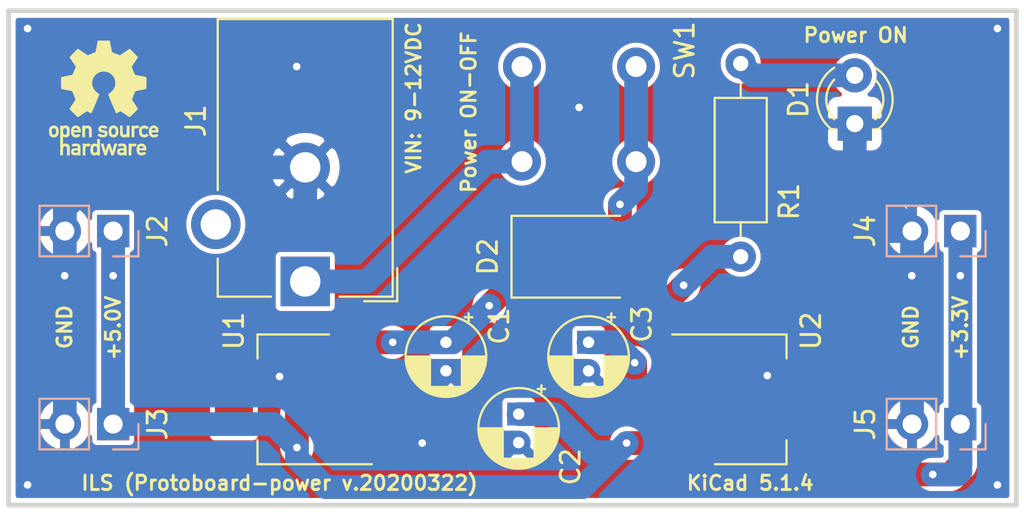
<source format=kicad_pcb>
(kicad_pcb (version 20171130) (host pcbnew "(5.1.4)-1")

  (general
    (thickness 1.6)
    (drawings 13)
    (tracks 105)
    (zones 0)
    (modules 15)
    (nets 9)
  )

  (page A4)
  (layers
    (0 F.Cu signal)
    (31 B.Cu signal)
    (32 B.Adhes user)
    (33 F.Adhes user)
    (34 B.Paste user)
    (35 F.Paste user)
    (36 B.SilkS user)
    (37 F.SilkS user)
    (38 B.Mask user)
    (39 F.Mask user)
    (40 Dwgs.User user)
    (41 Cmts.User user)
    (42 Eco1.User user)
    (43 Eco2.User user)
    (44 Edge.Cuts user)
    (45 Margin user)
    (46 B.CrtYd user)
    (47 F.CrtYd user)
    (48 B.Fab user)
    (49 F.Fab user hide)
  )

  (setup
    (last_trace_width 0.2)
    (user_trace_width 1.25)
    (trace_clearance 0.2)
    (zone_clearance 0.254)
    (zone_45_only no)
    (trace_min 0.2)
    (via_size 0.8)
    (via_drill 0.4)
    (via_min_size 0.4)
    (via_min_drill 0.3)
    (uvia_size 0.3)
    (uvia_drill 0.1)
    (uvias_allowed no)
    (uvia_min_size 0.2)
    (uvia_min_drill 0.1)
    (edge_width 0.05)
    (segment_width 0.2)
    (pcb_text_width 0.3)
    (pcb_text_size 1.5 1.5)
    (mod_edge_width 0.12)
    (mod_text_size 1 1)
    (mod_text_width 0.15)
    (pad_size 1.524 1.524)
    (pad_drill 0.762)
    (pad_to_mask_clearance 0.0762)
    (solder_mask_min_width 0.1016)
    (aux_axis_origin 0 0)
    (visible_elements 7FFFFFFF)
    (pcbplotparams
      (layerselection 0x010f0_ffffffff)
      (usegerberextensions true)
      (usegerberattributes false)
      (usegerberadvancedattributes false)
      (creategerberjobfile false)
      (excludeedgelayer true)
      (linewidth 0.100000)
      (plotframeref false)
      (viasonmask false)
      (mode 1)
      (useauxorigin false)
      (hpglpennumber 1)
      (hpglpenspeed 20)
      (hpglpendiameter 15.000000)
      (psnegative false)
      (psa4output false)
      (plotreference true)
      (plotvalue false)
      (plotinvisibletext false)
      (padsonsilk true)
      (subtractmaskfromsilk false)
      (outputformat 1)
      (mirror false)
      (drillshape 0)
      (scaleselection 1)
      (outputdirectory "C:/Users/Ismael/Documents/KiCad/Protoboard-power/Gerbers/"))
  )

  (net 0 "")
  (net 1 +5V)
  (net 2 GND)
  (net 3 VCC)
  (net 4 +3V3)
  (net 5 "Net-(D1-Pad2)")
  (net 6 "Net-(D2-Pad2)")
  (net 7 "Net-(J1-Pad1)")
  (net 8 "Net-(J1-Pad3)")

  (net_class Default "This is the default net class."
    (clearance 0.2)
    (trace_width 0.2)
    (via_dia 0.8)
    (via_drill 0.4)
    (uvia_dia 0.3)
    (uvia_drill 0.1)
    (add_net +3V3)
    (add_net +5V)
    (add_net GND)
    (add_net "Net-(D1-Pad2)")
    (add_net "Net-(D2-Pad2)")
    (add_net "Net-(J1-Pad1)")
    (add_net "Net-(J1-Pad3)")
    (add_net VCC)
  )

  (module Symbol:OSHW-Logo_5.7x6mm_SilkScreen (layer F.Cu) (tedit 0) (tstamp 5E7995C8)
    (at 105 72.15)
    (descr "Open Source Hardware Logo")
    (tags "Logo OSHW")
    (attr virtual)
    (fp_text reference REF** (at 0 0) (layer F.SilkS) hide
      (effects (font (size 1 1) (thickness 0.15)))
    )
    (fp_text value OSHW-Logo_5.7x6mm_SilkScreen (at 0.75 0) (layer F.Fab) hide
      (effects (font (size 1 1) (thickness 0.15)))
    )
    (fp_poly (pts (xy 0.376964 -2.709982) (xy 0.433812 -2.40843) (xy 0.853338 -2.235488) (xy 1.104984 -2.406605)
      (xy 1.175458 -2.45425) (xy 1.239163 -2.49679) (xy 1.293126 -2.532285) (xy 1.334373 -2.55879)
      (xy 1.359934 -2.574364) (xy 1.366895 -2.577722) (xy 1.379435 -2.569086) (xy 1.406231 -2.545208)
      (xy 1.44428 -2.509141) (xy 1.490579 -2.463933) (xy 1.542123 -2.412636) (xy 1.595909 -2.358299)
      (xy 1.648935 -2.303972) (xy 1.698195 -2.252705) (xy 1.740687 -2.207549) (xy 1.773407 -2.171554)
      (xy 1.793351 -2.14777) (xy 1.798119 -2.13981) (xy 1.791257 -2.125135) (xy 1.77202 -2.092986)
      (xy 1.74243 -2.046508) (xy 1.70451 -1.988844) (xy 1.660282 -1.92314) (xy 1.634654 -1.885664)
      (xy 1.587941 -1.817232) (xy 1.546432 -1.75548) (xy 1.51214 -1.703481) (xy 1.48708 -1.664308)
      (xy 1.473264 -1.641035) (xy 1.471188 -1.636145) (xy 1.475895 -1.622245) (xy 1.488723 -1.58985)
      (xy 1.507738 -1.543515) (xy 1.531003 -1.487794) (xy 1.556584 -1.427242) (xy 1.582545 -1.366414)
      (xy 1.60695 -1.309864) (xy 1.627863 -1.262148) (xy 1.643349 -1.227819) (xy 1.651472 -1.211432)
      (xy 1.651952 -1.210788) (xy 1.664707 -1.207659) (xy 1.698677 -1.200679) (xy 1.75034 -1.190533)
      (xy 1.816176 -1.177908) (xy 1.892664 -1.163491) (xy 1.93729 -1.155177) (xy 2.019021 -1.139616)
      (xy 2.092843 -1.124808) (xy 2.155021 -1.111564) (xy 2.201822 -1.100695) (xy 2.229509 -1.093011)
      (xy 2.235074 -1.090573) (xy 2.240526 -1.07407) (xy 2.244924 -1.0368) (xy 2.248272 -0.98312)
      (xy 2.250574 -0.917388) (xy 2.251832 -0.843963) (xy 2.252048 -0.767204) (xy 2.251227 -0.691468)
      (xy 2.249371 -0.621114) (xy 2.246482 -0.5605) (xy 2.242565 -0.513984) (xy 2.237622 -0.485925)
      (xy 2.234657 -0.480084) (xy 2.216934 -0.473083) (xy 2.179381 -0.463073) (xy 2.126964 -0.451231)
      (xy 2.064652 -0.438733) (xy 2.0429 -0.43469) (xy 1.938024 -0.41548) (xy 1.85518 -0.400009)
      (xy 1.79163 -0.387663) (xy 1.744637 -0.377827) (xy 1.711463 -0.369886) (xy 1.689371 -0.363224)
      (xy 1.675624 -0.357227) (xy 1.667484 -0.351281) (xy 1.666345 -0.350106) (xy 1.654977 -0.331174)
      (xy 1.637635 -0.294331) (xy 1.61605 -0.244087) (xy 1.591954 -0.184954) (xy 1.567079 -0.121444)
      (xy 1.543157 -0.058068) (xy 1.521919 0.000662) (xy 1.505097 0.050235) (xy 1.494422 0.086139)
      (xy 1.491627 0.103862) (xy 1.49186 0.104483) (xy 1.501331 0.11897) (xy 1.522818 0.150844)
      (xy 1.554063 0.196789) (xy 1.592807 0.253485) (xy 1.636793 0.317617) (xy 1.649319 0.335842)
      (xy 1.693984 0.401914) (xy 1.733288 0.4622) (xy 1.765088 0.513235) (xy 1.787245 0.55156)
      (xy 1.797617 0.573711) (xy 1.798119 0.576432) (xy 1.789405 0.590736) (xy 1.765325 0.619072)
      (xy 1.728976 0.658396) (xy 1.683453 0.705661) (xy 1.631852 0.757823) (xy 1.577267 0.811835)
      (xy 1.522794 0.864653) (xy 1.471529 0.913231) (xy 1.426567 0.954523) (xy 1.391004 0.985485)
      (xy 1.367935 1.00307) (xy 1.361554 1.005941) (xy 1.346699 0.999178) (xy 1.316286 0.980939)
      (xy 1.275268 0.954297) (xy 1.243709 0.932852) (xy 1.186525 0.893503) (xy 1.118806 0.847171)
      (xy 1.05088 0.800913) (xy 1.014361 0.776155) (xy 0.890752 0.692547) (xy 0.786991 0.74865)
      (xy 0.73972 0.773228) (xy 0.699523 0.792331) (xy 0.672326 0.803227) (xy 0.665402 0.804743)
      (xy 0.657077 0.793549) (xy 0.640654 0.761917) (xy 0.617357 0.712765) (xy 0.588414 0.64901)
      (xy 0.55505 0.573571) (xy 0.518491 0.489364) (xy 0.479964 0.399308) (xy 0.440694 0.306321)
      (xy 0.401908 0.21332) (xy 0.36483 0.123223) (xy 0.330689 0.038948) (xy 0.300708 -0.036587)
      (xy 0.276116 -0.100466) (xy 0.258136 -0.149769) (xy 0.247997 -0.181579) (xy 0.246366 -0.192504)
      (xy 0.259291 -0.206439) (xy 0.287589 -0.22906) (xy 0.325346 -0.255667) (xy 0.328515 -0.257772)
      (xy 0.4261 -0.335886) (xy 0.504786 -0.427018) (xy 0.563891 -0.528255) (xy 0.602732 -0.636682)
      (xy 0.620628 -0.749386) (xy 0.616897 -0.863452) (xy 0.590857 -0.975966) (xy 0.541825 -1.084015)
      (xy 0.5274 -1.107655) (xy 0.452369 -1.203113) (xy 0.36373 -1.279768) (xy 0.264549 -1.33722)
      (xy 0.157895 -1.375071) (xy 0.046836 -1.392922) (xy -0.065561 -1.390375) (xy -0.176227 -1.36703)
      (xy -0.282094 -1.32249) (xy -0.380095 -1.256355) (xy -0.41041 -1.229513) (xy -0.487562 -1.145488)
      (xy -0.543782 -1.057034) (xy -0.582347 -0.957885) (xy -0.603826 -0.859697) (xy -0.609128 -0.749303)
      (xy -0.591448 -0.63836) (xy -0.552581 -0.530619) (xy -0.494323 -0.429831) (xy -0.418469 -0.339744)
      (xy -0.326817 -0.264108) (xy -0.314772 -0.256136) (xy -0.276611 -0.230026) (xy -0.247601 -0.207405)
      (xy -0.233732 -0.192961) (xy -0.233531 -0.192504) (xy -0.236508 -0.176879) (xy -0.248311 -0.141418)
      (xy -0.267714 -0.089038) (xy -0.293488 -0.022655) (xy -0.324409 0.054814) (xy -0.359249 0.14045)
      (xy -0.396783 0.231337) (xy -0.435783 0.324559) (xy -0.475023 0.417197) (xy -0.513276 0.506335)
      (xy -0.549317 0.589055) (xy -0.581917 0.662441) (xy -0.609852 0.723575) (xy -0.631895 0.769541)
      (xy -0.646818 0.797421) (xy -0.652828 0.804743) (xy -0.671191 0.799041) (xy -0.705552 0.783749)
      (xy -0.749984 0.761599) (xy -0.774417 0.74865) (xy -0.878178 0.692547) (xy -1.001787 0.776155)
      (xy -1.064886 0.818987) (xy -1.13397 0.866122) (xy -1.198707 0.910503) (xy -1.231134 0.932852)
      (xy -1.276741 0.963477) (xy -1.31536 0.987747) (xy -1.341952 1.002587) (xy -1.35059 1.005724)
      (xy -1.363161 0.997261) (xy -1.390984 0.973636) (xy -1.431361 0.937302) (xy -1.481595 0.890711)
      (xy -1.538988 0.836317) (xy -1.575286 0.801392) (xy -1.63879 0.738996) (xy -1.693673 0.683188)
      (xy -1.737714 0.636354) (xy -1.768695 0.600882) (xy -1.784398 0.579161) (xy -1.785905 0.574752)
      (xy -1.778914 0.557985) (xy -1.759594 0.524082) (xy -1.730091 0.476476) (xy -1.692545 0.418599)
      (xy -1.6491 0.353884) (xy -1.636745 0.335842) (xy -1.591727 0.270267) (xy -1.55134 0.211228)
      (xy -1.51784 0.162042) (xy -1.493486 0.126028) (xy -1.480536 0.106502) (xy -1.479285 0.104483)
      (xy -1.481156 0.088922) (xy -1.491087 0.054709) (xy -1.507347 0.006355) (xy -1.528205 -0.051629)
      (xy -1.551927 -0.11473) (xy -1.576784 -0.178437) (xy -1.601042 -0.238239) (xy -1.622971 -0.289624)
      (xy -1.640838 -0.328081) (xy -1.652913 -0.349098) (xy -1.653771 -0.350106) (xy -1.661154 -0.356112)
      (xy -1.673625 -0.362052) (xy -1.69392 -0.36854) (xy -1.724778 -0.376191) (xy -1.768934 -0.38562)
      (xy -1.829126 -0.397441) (xy -1.908093 -0.412271) (xy -2.00857 -0.430723) (xy -2.030325 -0.43469)
      (xy -2.094802 -0.447147) (xy -2.151011 -0.459334) (xy -2.193987 -0.470074) (xy -2.21876 -0.478191)
      (xy -2.222082 -0.480084) (xy -2.227556 -0.496862) (xy -2.232006 -0.534355) (xy -2.235428 -0.588206)
      (xy -2.237819 -0.654056) (xy -2.239177 -0.727547) (xy -2.239499 -0.80432) (xy -2.238781 -0.880017)
      (xy -2.237021 -0.95028) (xy -2.234216 -1.01075) (xy -2.230362 -1.05707) (xy -2.225457 -1.084881)
      (xy -2.2225 -1.090573) (xy -2.206037 -1.096314) (xy -2.168551 -1.105655) (xy -2.113775 -1.117785)
      (xy -2.045445 -1.131893) (xy -1.967294 -1.14717) (xy -1.924716 -1.155177) (xy -1.843929 -1.170279)
      (xy -1.771887 -1.18396) (xy -1.712111 -1.195533) (xy -1.668121 -1.204313) (xy -1.643439 -1.209613)
      (xy -1.639377 -1.210788) (xy -1.632511 -1.224035) (xy -1.617998 -1.255943) (xy -1.597771 -1.301953)
      (xy -1.573766 -1.357508) (xy -1.547918 -1.418047) (xy -1.52216 -1.479014) (xy -1.498427 -1.535849)
      (xy -1.478654 -1.583994) (xy -1.464776 -1.61889) (xy -1.458726 -1.635979) (xy -1.458614 -1.636726)
      (xy -1.465472 -1.650207) (xy -1.484698 -1.68123) (xy -1.514272 -1.726711) (xy -1.552173 -1.783568)
      (xy -1.59638 -1.848717) (xy -1.622079 -1.886138) (xy -1.668907 -1.954753) (xy -1.710499 -2.017048)
      (xy -1.744825 -2.069871) (xy -1.769857 -2.110073) (xy -1.783565 -2.1345) (xy -1.785544 -2.139976)
      (xy -1.777034 -2.152722) (xy -1.753507 -2.179937) (xy -1.717968 -2.218572) (xy -1.673423 -2.265577)
      (xy -1.622877 -2.317905) (xy -1.569336 -2.372505) (xy -1.515805 -2.42633) (xy -1.465289 -2.47633)
      (xy -1.420794 -2.519457) (xy -1.385325 -2.552661) (xy -1.361887 -2.572894) (xy -1.354046 -2.577722)
      (xy -1.34128 -2.570933) (xy -1.310744 -2.551858) (xy -1.26541 -2.522439) (xy -1.208244 -2.484619)
      (xy -1.142216 -2.440339) (xy -1.09241 -2.406605) (xy -0.840764 -2.235488) (xy -0.631001 -2.321959)
      (xy -0.421237 -2.40843) (xy -0.364389 -2.709982) (xy -0.30754 -3.011534) (xy 0.320115 -3.011534)
      (xy 0.376964 -2.709982)) (layer F.SilkS) (width 0.01))
    (fp_poly (pts (xy 1.79946 1.45803) (xy 1.842711 1.471245) (xy 1.870558 1.487941) (xy 1.879629 1.501145)
      (xy 1.877132 1.516797) (xy 1.860931 1.541385) (xy 1.847232 1.5588) (xy 1.818992 1.590283)
      (xy 1.797775 1.603529) (xy 1.779688 1.602664) (xy 1.726035 1.58901) (xy 1.68663 1.58963)
      (xy 1.654632 1.605104) (xy 1.64389 1.614161) (xy 1.609505 1.646027) (xy 1.609505 2.062179)
      (xy 1.471188 2.062179) (xy 1.471188 1.458614) (xy 1.540347 1.458614) (xy 1.581869 1.460256)
      (xy 1.603291 1.466087) (xy 1.609502 1.477461) (xy 1.609505 1.477798) (xy 1.612439 1.489713)
      (xy 1.625704 1.488159) (xy 1.644084 1.479563) (xy 1.682046 1.463568) (xy 1.712872 1.453945)
      (xy 1.752536 1.451478) (xy 1.79946 1.45803)) (layer F.SilkS) (width 0.01))
    (fp_poly (pts (xy -0.754012 1.469002) (xy -0.722717 1.48395) (xy -0.692409 1.505541) (xy -0.669318 1.530391)
      (xy -0.6525 1.562087) (xy -0.641006 1.604214) (xy -0.633891 1.660358) (xy -0.630207 1.734106)
      (xy -0.629008 1.829044) (xy -0.628989 1.838985) (xy -0.628713 2.062179) (xy -0.76703 2.062179)
      (xy -0.76703 1.856418) (xy -0.767128 1.780189) (xy -0.767809 1.724939) (xy -0.769651 1.686501)
      (xy -0.773233 1.660706) (xy -0.779132 1.643384) (xy -0.787927 1.630368) (xy -0.80018 1.617507)
      (xy -0.843047 1.589873) (xy -0.889843 1.584745) (xy -0.934424 1.602217) (xy -0.949928 1.615221)
      (xy -0.96131 1.627447) (xy -0.969481 1.64054) (xy -0.974974 1.658615) (xy -0.97832 1.685787)
      (xy -0.980051 1.72617) (xy -0.980697 1.783879) (xy -0.980792 1.854132) (xy -0.980792 2.062179)
      (xy -1.119109 2.062179) (xy -1.119109 1.458614) (xy -1.04995 1.458614) (xy -1.008428 1.460256)
      (xy -0.987006 1.466087) (xy -0.980795 1.477461) (xy -0.980792 1.477798) (xy -0.97791 1.488938)
      (xy -0.965199 1.487674) (xy -0.939926 1.475434) (xy -0.882605 1.457424) (xy -0.817037 1.455421)
      (xy -0.754012 1.469002)) (layer F.SilkS) (width 0.01))
    (fp_poly (pts (xy 2.677898 1.456457) (xy 2.710096 1.464279) (xy 2.771825 1.492921) (xy 2.82461 1.536667)
      (xy 2.861141 1.589117) (xy 2.86616 1.600893) (xy 2.873045 1.63174) (xy 2.877864 1.677371)
      (xy 2.879505 1.723492) (xy 2.879505 1.810693) (xy 2.697178 1.810693) (xy 2.621979 1.810978)
      (xy 2.569003 1.812704) (xy 2.535325 1.817181) (xy 2.51802 1.82572) (xy 2.514163 1.83963)
      (xy 2.520829 1.860222) (xy 2.53277 1.884315) (xy 2.56608 1.924525) (xy 2.612368 1.944558)
      (xy 2.668944 1.943905) (xy 2.733031 1.922101) (xy 2.788417 1.895193) (xy 2.834375 1.931532)
      (xy 2.880333 1.967872) (xy 2.837096 2.007819) (xy 2.779374 2.045563) (xy 2.708386 2.06832)
      (xy 2.632029 2.074688) (xy 2.558199 2.063268) (xy 2.546287 2.059393) (xy 2.481399 2.025506)
      (xy 2.43313 1.974986) (xy 2.400465 1.906325) (xy 2.382385 1.818014) (xy 2.382175 1.816121)
      (xy 2.380556 1.719878) (xy 2.3871 1.685542) (xy 2.514852 1.685542) (xy 2.526584 1.690822)
      (xy 2.558438 1.694867) (xy 2.605397 1.697176) (xy 2.635154 1.697525) (xy 2.690648 1.697306)
      (xy 2.725346 1.695916) (xy 2.743601 1.692251) (xy 2.749766 1.68521) (xy 2.748195 1.67369)
      (xy 2.746878 1.669233) (xy 2.724382 1.627355) (xy 2.689003 1.593604) (xy 2.65778 1.578773)
      (xy 2.616301 1.579668) (xy 2.574269 1.598164) (xy 2.539012 1.628786) (xy 2.517854 1.666062)
      (xy 2.514852 1.685542) (xy 2.3871 1.685542) (xy 2.39669 1.635229) (xy 2.428698 1.564191)
      (xy 2.474701 1.508779) (xy 2.532821 1.471009) (xy 2.60118 1.452896) (xy 2.677898 1.456457)) (layer F.SilkS) (width 0.01))
    (fp_poly (pts (xy 2.217226 1.46388) (xy 2.29008 1.49483) (xy 2.313027 1.509895) (xy 2.342354 1.533048)
      (xy 2.360764 1.551253) (xy 2.363961 1.557183) (xy 2.354935 1.57034) (xy 2.331837 1.592667)
      (xy 2.313344 1.60825) (xy 2.262728 1.648926) (xy 2.22276 1.615295) (xy 2.191874 1.593584)
      (xy 2.161759 1.58609) (xy 2.127292 1.58792) (xy 2.072561 1.601528) (xy 2.034886 1.629772)
      (xy 2.011991 1.675433) (xy 2.001597 1.741289) (xy 2.001595 1.741331) (xy 2.002494 1.814939)
      (xy 2.016463 1.868946) (xy 2.044328 1.905716) (xy 2.063325 1.918168) (xy 2.113776 1.933673)
      (xy 2.167663 1.933683) (xy 2.214546 1.918638) (xy 2.225644 1.911287) (xy 2.253476 1.892511)
      (xy 2.275236 1.889434) (xy 2.298704 1.903409) (xy 2.324649 1.92851) (xy 2.365716 1.97088)
      (xy 2.320121 2.008464) (xy 2.249674 2.050882) (xy 2.170233 2.071785) (xy 2.087215 2.070272)
      (xy 2.032694 2.056411) (xy 1.96897 2.022135) (xy 1.918005 1.968212) (xy 1.894851 1.930149)
      (xy 1.876099 1.875536) (xy 1.866715 1.806369) (xy 1.866643 1.731407) (xy 1.875824 1.659409)
      (xy 1.894199 1.599137) (xy 1.897093 1.592958) (xy 1.939952 1.532351) (xy 1.997979 1.488224)
      (xy 2.066591 1.461493) (xy 2.141201 1.453073) (xy 2.217226 1.46388)) (layer F.SilkS) (width 0.01))
    (fp_poly (pts (xy 0.993367 1.654342) (xy 0.994555 1.746563) (xy 0.998897 1.81661) (xy 1.007558 1.867381)
      (xy 1.021704 1.901772) (xy 1.0425 1.922679) (xy 1.07111 1.933) (xy 1.106535 1.935636)
      (xy 1.143636 1.932682) (xy 1.171818 1.921889) (xy 1.192243 1.90036) (xy 1.206079 1.865199)
      (xy 1.214491 1.81351) (xy 1.218643 1.742394) (xy 1.219703 1.654342) (xy 1.219703 1.458614)
      (xy 1.35802 1.458614) (xy 1.35802 2.062179) (xy 1.288862 2.062179) (xy 1.24717 2.060489)
      (xy 1.225701 2.054556) (xy 1.219703 2.043293) (xy 1.216091 2.033261) (xy 1.201714 2.035383)
      (xy 1.172736 2.04958) (xy 1.106319 2.07148) (xy 1.035875 2.069928) (xy 0.968377 2.046147)
      (xy 0.936233 2.027362) (xy 0.911715 2.007022) (xy 0.893804 1.981573) (xy 0.881479 1.947458)
      (xy 0.873723 1.901121) (xy 0.869516 1.839007) (xy 0.86784 1.757561) (xy 0.867624 1.694578)
      (xy 0.867624 1.458614) (xy 0.993367 1.458614) (xy 0.993367 1.654342)) (layer F.SilkS) (width 0.01))
    (fp_poly (pts (xy 0.610762 1.466055) (xy 0.674363 1.500692) (xy 0.724123 1.555372) (xy 0.747568 1.599842)
      (xy 0.757634 1.639121) (xy 0.764156 1.695116) (xy 0.766951 1.759621) (xy 0.765836 1.824429)
      (xy 0.760626 1.881334) (xy 0.754541 1.911727) (xy 0.734014 1.953306) (xy 0.698463 1.997468)
      (xy 0.655619 2.036087) (xy 0.613211 2.061034) (xy 0.612177 2.06143) (xy 0.559553 2.072331)
      (xy 0.497188 2.072601) (xy 0.437924 2.062676) (xy 0.41504 2.054722) (xy 0.356102 2.0213)
      (xy 0.31389 1.977511) (xy 0.286156 1.919538) (xy 0.270651 1.843565) (xy 0.267143 1.803771)
      (xy 0.26759 1.753766) (xy 0.402376 1.753766) (xy 0.406917 1.826732) (xy 0.419986 1.882334)
      (xy 0.440756 1.917861) (xy 0.455552 1.92802) (xy 0.493464 1.935104) (xy 0.538527 1.933007)
      (xy 0.577487 1.922812) (xy 0.587704 1.917204) (xy 0.614659 1.884538) (xy 0.632451 1.834545)
      (xy 0.640024 1.773705) (xy 0.636325 1.708497) (xy 0.628057 1.669253) (xy 0.60432 1.623805)
      (xy 0.566849 1.595396) (xy 0.52172 1.585573) (xy 0.475011 1.595887) (xy 0.439132 1.621112)
      (xy 0.420277 1.641925) (xy 0.409272 1.662439) (xy 0.404026 1.690203) (xy 0.402449 1.732762)
      (xy 0.402376 1.753766) (xy 0.26759 1.753766) (xy 0.268094 1.69758) (xy 0.285388 1.610501)
      (xy 0.319029 1.54253) (xy 0.369018 1.493664) (xy 0.435356 1.463899) (xy 0.449601 1.460448)
      (xy 0.53521 1.452345) (xy 0.610762 1.466055)) (layer F.SilkS) (width 0.01))
    (fp_poly (pts (xy 0.014017 1.456452) (xy 0.061634 1.465482) (xy 0.111034 1.48437) (xy 0.116312 1.486777)
      (xy 0.153774 1.506476) (xy 0.179717 1.524781) (xy 0.188103 1.536508) (xy 0.180117 1.555632)
      (xy 0.16072 1.58385) (xy 0.15211 1.594384) (xy 0.116628 1.635847) (xy 0.070885 1.608858)
      (xy 0.02735 1.590878) (xy -0.02295 1.581267) (xy -0.071188 1.58066) (xy -0.108533 1.589691)
      (xy -0.117495 1.595327) (xy -0.134563 1.621171) (xy -0.136637 1.650941) (xy -0.123866 1.674197)
      (xy -0.116312 1.678708) (xy -0.093675 1.684309) (xy -0.053885 1.690892) (xy -0.004834 1.697183)
      (xy 0.004215 1.69817) (xy 0.082996 1.711798) (xy 0.140136 1.734946) (xy 0.17803 1.769752)
      (xy 0.199079 1.818354) (xy 0.205635 1.877718) (xy 0.196577 1.945198) (xy 0.167164 1.998188)
      (xy 0.117278 2.036783) (xy 0.0468 2.061081) (xy -0.031435 2.070667) (xy -0.095234 2.070552)
      (xy -0.146984 2.061845) (xy -0.182327 2.049825) (xy -0.226983 2.02888) (xy -0.268253 2.004574)
      (xy -0.282921 1.993876) (xy -0.320643 1.963084) (xy -0.275148 1.917049) (xy -0.229653 1.871013)
      (xy -0.177928 1.905243) (xy -0.126048 1.930952) (xy -0.070649 1.944399) (xy -0.017395 1.945818)
      (xy 0.028049 1.935443) (xy 0.060016 1.913507) (xy 0.070338 1.894998) (xy 0.068789 1.865314)
      (xy 0.04314 1.842615) (xy -0.00654 1.82694) (xy -0.060969 1.819695) (xy -0.144736 1.805873)
      (xy -0.206967 1.779796) (xy -0.248493 1.740699) (xy -0.270147 1.68782) (xy -0.273147 1.625126)
      (xy -0.258329 1.559642) (xy -0.224546 1.510144) (xy -0.171495 1.476408) (xy -0.098874 1.458207)
      (xy -0.045072 1.454639) (xy 0.014017 1.456452)) (layer F.SilkS) (width 0.01))
    (fp_poly (pts (xy -1.356699 1.472614) (xy -1.344168 1.478514) (xy -1.300799 1.510283) (xy -1.25979 1.556646)
      (xy -1.229168 1.607696) (xy -1.220459 1.631166) (xy -1.212512 1.673091) (xy -1.207774 1.723757)
      (xy -1.207199 1.744679) (xy -1.207129 1.810693) (xy -1.587083 1.810693) (xy -1.578983 1.845273)
      (xy -1.559104 1.88617) (xy -1.524347 1.921514) (xy -1.482998 1.944282) (xy -1.456649 1.94901)
      (xy -1.420916 1.943273) (xy -1.378282 1.928882) (xy -1.363799 1.922262) (xy -1.31024 1.895513)
      (xy -1.264533 1.930376) (xy -1.238158 1.953955) (xy -1.224124 1.973417) (xy -1.223414 1.979129)
      (xy -1.235951 1.992973) (xy -1.263428 2.014012) (xy -1.288366 2.030425) (xy -1.355664 2.05993)
      (xy -1.43111 2.073284) (xy -1.505888 2.069812) (xy -1.565495 2.051663) (xy -1.626941 2.012784)
      (xy -1.670608 1.961595) (xy -1.697926 1.895367) (xy -1.710322 1.811371) (xy -1.711421 1.772936)
      (xy -1.707022 1.684861) (xy -1.706482 1.682299) (xy -1.580582 1.682299) (xy -1.577115 1.690558)
      (xy -1.562863 1.695113) (xy -1.53347 1.697065) (xy -1.484575 1.697517) (xy -1.465748 1.697525)
      (xy -1.408467 1.696843) (xy -1.372141 1.694364) (xy -1.352604 1.689443) (xy -1.34569 1.681434)
      (xy -1.345445 1.678862) (xy -1.353336 1.658423) (xy -1.373085 1.629789) (xy -1.381575 1.619763)
      (xy -1.413094 1.591408) (xy -1.445949 1.580259) (xy -1.463651 1.579327) (xy -1.511539 1.590981)
      (xy -1.551699 1.622285) (xy -1.577173 1.667752) (xy -1.577625 1.669233) (xy -1.580582 1.682299)
      (xy -1.706482 1.682299) (xy -1.692392 1.61551) (xy -1.666038 1.560025) (xy -1.633807 1.520639)
      (xy -1.574217 1.477931) (xy -1.504168 1.455109) (xy -1.429661 1.453046) (xy -1.356699 1.472614)) (layer F.SilkS) (width 0.01))
    (fp_poly (pts (xy -2.538261 1.465148) (xy -2.472479 1.494231) (xy -2.42254 1.542793) (xy -2.388374 1.610908)
      (xy -2.369907 1.698651) (xy -2.368583 1.712351) (xy -2.367546 1.808939) (xy -2.380993 1.893602)
      (xy -2.408108 1.962221) (xy -2.422627 1.984294) (xy -2.473201 2.031011) (xy -2.537609 2.061268)
      (xy -2.609666 2.073824) (xy -2.683185 2.067439) (xy -2.739072 2.047772) (xy -2.787132 2.014629)
      (xy -2.826412 1.971175) (xy -2.827092 1.970158) (xy -2.843044 1.943338) (xy -2.85341 1.916368)
      (xy -2.859688 1.882332) (xy -2.863373 1.83431) (xy -2.864997 1.794931) (xy -2.865672 1.759219)
      (xy -2.739955 1.759219) (xy -2.738726 1.79477) (xy -2.734266 1.842094) (xy -2.726397 1.872465)
      (xy -2.712207 1.894072) (xy -2.698917 1.906694) (xy -2.651802 1.933122) (xy -2.602505 1.936653)
      (xy -2.556593 1.917639) (xy -2.533638 1.896331) (xy -2.517096 1.874859) (xy -2.507421 1.854313)
      (xy -2.503174 1.827574) (xy -2.50292 1.787523) (xy -2.504228 1.750638) (xy -2.507043 1.697947)
      (xy -2.511505 1.663772) (xy -2.519548 1.64148) (xy -2.533103 1.624442) (xy -2.543845 1.614703)
      (xy -2.588777 1.589123) (xy -2.637249 1.587847) (xy -2.677894 1.602999) (xy -2.712567 1.634642)
      (xy -2.733224 1.68662) (xy -2.739955 1.759219) (xy -2.865672 1.759219) (xy -2.866479 1.716621)
      (xy -2.863948 1.658056) (xy -2.856362 1.614007) (xy -2.842681 1.579248) (xy -2.821865 1.548551)
      (xy -2.814147 1.539436) (xy -2.765889 1.494021) (xy -2.714128 1.467493) (xy -2.650828 1.456379)
      (xy -2.619961 1.455471) (xy -2.538261 1.465148)) (layer F.SilkS) (width 0.01))
    (fp_poly (pts (xy 2.032581 2.40497) (xy 2.092685 2.420597) (xy 2.143021 2.452848) (xy 2.167393 2.47694)
      (xy 2.207345 2.533895) (xy 2.230242 2.599965) (xy 2.238108 2.681182) (xy 2.238148 2.687748)
      (xy 2.238218 2.753763) (xy 1.858264 2.753763) (xy 1.866363 2.788342) (xy 1.880987 2.819659)
      (xy 1.906581 2.852291) (xy 1.911935 2.8575) (xy 1.957943 2.885694) (xy 2.01041 2.890475)
      (xy 2.070803 2.871926) (xy 2.08104 2.866931) (xy 2.112439 2.851745) (xy 2.13347 2.843094)
      (xy 2.137139 2.842293) (xy 2.149948 2.850063) (xy 2.174378 2.869072) (xy 2.186779 2.87946)
      (xy 2.212476 2.903321) (xy 2.220915 2.919077) (xy 2.215058 2.933571) (xy 2.211928 2.937534)
      (xy 2.190725 2.954879) (xy 2.155738 2.975959) (xy 2.131337 2.988265) (xy 2.062072 3.009946)
      (xy 1.985388 3.016971) (xy 1.912765 3.008647) (xy 1.892426 3.002686) (xy 1.829476 2.968952)
      (xy 1.782815 2.917045) (xy 1.752173 2.846459) (xy 1.737282 2.756692) (xy 1.735647 2.709753)
      (xy 1.740421 2.641413) (xy 1.86099 2.641413) (xy 1.872652 2.646465) (xy 1.903998 2.650429)
      (xy 1.949571 2.652768) (xy 1.980446 2.653169) (xy 2.035981 2.652783) (xy 2.071033 2.650975)
      (xy 2.090262 2.646773) (xy 2.09833 2.639203) (xy 2.099901 2.628218) (xy 2.089121 2.594381)
      (xy 2.06198 2.56094) (xy 2.026277 2.535272) (xy 1.99056 2.524772) (xy 1.942048 2.534086)
      (xy 1.900053 2.561013) (xy 1.870936 2.599827) (xy 1.86099 2.641413) (xy 1.740421 2.641413)
      (xy 1.742599 2.610236) (xy 1.764055 2.530949) (xy 1.80047 2.471263) (xy 1.852297 2.430549)
      (xy 1.91999 2.408179) (xy 1.956662 2.403871) (xy 2.032581 2.40497)) (layer F.SilkS) (width 0.01))
    (fp_poly (pts (xy 1.635255 2.401486) (xy 1.683595 2.411015) (xy 1.711114 2.425125) (xy 1.740064 2.448568)
      (xy 1.698876 2.500571) (xy 1.673482 2.532064) (xy 1.656238 2.547428) (xy 1.639102 2.549776)
      (xy 1.614027 2.542217) (xy 1.602257 2.537941) (xy 1.55427 2.531631) (xy 1.510324 2.545156)
      (xy 1.47806 2.57571) (xy 1.472819 2.585452) (xy 1.467112 2.611258) (xy 1.462706 2.658817)
      (xy 1.459811 2.724758) (xy 1.458631 2.80571) (xy 1.458614 2.817226) (xy 1.458614 3.017822)
      (xy 1.320297 3.017822) (xy 1.320297 2.401683) (xy 1.389456 2.401683) (xy 1.429333 2.402725)
      (xy 1.450107 2.407358) (xy 1.457789 2.417849) (xy 1.458614 2.427745) (xy 1.458614 2.453806)
      (xy 1.491745 2.427745) (xy 1.529735 2.409965) (xy 1.58077 2.401174) (xy 1.635255 2.401486)) (layer F.SilkS) (width 0.01))
    (fp_poly (pts (xy 1.038411 2.405417) (xy 1.091411 2.41829) (xy 1.106731 2.42511) (xy 1.136428 2.442974)
      (xy 1.15922 2.463093) (xy 1.176083 2.488962) (xy 1.187998 2.524073) (xy 1.195942 2.57192)
      (xy 1.200894 2.635996) (xy 1.203831 2.719794) (xy 1.204947 2.775768) (xy 1.209052 3.017822)
      (xy 1.138932 3.017822) (xy 1.096393 3.016038) (xy 1.074476 3.009942) (xy 1.068812 2.999706)
      (xy 1.065821 2.988637) (xy 1.052451 2.990754) (xy 1.034233 2.999629) (xy 0.988624 3.013233)
      (xy 0.930007 3.016899) (xy 0.868354 3.010903) (xy 0.813638 2.995521) (xy 0.80873 2.993386)
      (xy 0.758723 2.958255) (xy 0.725756 2.909419) (xy 0.710587 2.852333) (xy 0.711746 2.831824)
      (xy 0.835508 2.831824) (xy 0.846413 2.859425) (xy 0.878745 2.879204) (xy 0.93091 2.889819)
      (xy 0.958787 2.891228) (xy 1.005247 2.88762) (xy 1.036129 2.873597) (xy 1.043664 2.866931)
      (xy 1.064076 2.830666) (xy 1.068812 2.797773) (xy 1.068812 2.753763) (xy 1.007513 2.753763)
      (xy 0.936256 2.757395) (xy 0.886276 2.768818) (xy 0.854696 2.788824) (xy 0.847626 2.797743)
      (xy 0.835508 2.831824) (xy 0.711746 2.831824) (xy 0.713971 2.792456) (xy 0.736663 2.735244)
      (xy 0.767624 2.69658) (xy 0.786376 2.679864) (xy 0.804733 2.668878) (xy 0.828619 2.66218)
      (xy 0.863957 2.658326) (xy 0.916669 2.655873) (xy 0.937577 2.655168) (xy 1.068812 2.650879)
      (xy 1.06862 2.611158) (xy 1.063537 2.569405) (xy 1.045162 2.544158) (xy 1.008039 2.52803)
      (xy 1.007043 2.527742) (xy 0.95441 2.5214) (xy 0.902906 2.529684) (xy 0.86463 2.549827)
      (xy 0.849272 2.559773) (xy 0.83273 2.558397) (xy 0.807275 2.543987) (xy 0.792328 2.533817)
      (xy 0.763091 2.512088) (xy 0.74498 2.4958) (xy 0.742074 2.491137) (xy 0.75404 2.467005)
      (xy 0.789396 2.438185) (xy 0.804753 2.428461) (xy 0.848901 2.411714) (xy 0.908398 2.402227)
      (xy 0.974487 2.400095) (xy 1.038411 2.405417)) (layer F.SilkS) (width 0.01))
    (fp_poly (pts (xy 0.281524 2.404237) (xy 0.331255 2.407971) (xy 0.461291 2.797773) (xy 0.481678 2.728614)
      (xy 0.493946 2.685874) (xy 0.510085 2.628115) (xy 0.527512 2.564625) (xy 0.536726 2.53057)
      (xy 0.571388 2.401683) (xy 0.714391 2.401683) (xy 0.671646 2.536857) (xy 0.650596 2.603342)
      (xy 0.625167 2.683539) (xy 0.59861 2.767193) (xy 0.574902 2.841782) (xy 0.520902 3.011535)
      (xy 0.462598 3.015328) (xy 0.404295 3.019122) (xy 0.372679 2.914734) (xy 0.353182 2.849889)
      (xy 0.331904 2.7784) (xy 0.313308 2.715263) (xy 0.312574 2.71275) (xy 0.298684 2.669969)
      (xy 0.286429 2.640779) (xy 0.277846 2.629741) (xy 0.276082 2.631018) (xy 0.269891 2.64813)
      (xy 0.258128 2.684787) (xy 0.242225 2.736378) (xy 0.223614 2.798294) (xy 0.213543 2.832352)
      (xy 0.159007 3.017822) (xy 0.043264 3.017822) (xy -0.049263 2.725471) (xy -0.075256 2.643462)
      (xy -0.098934 2.568987) (xy -0.11918 2.505544) (xy -0.134874 2.456632) (xy -0.144898 2.425749)
      (xy -0.147945 2.416726) (xy -0.145533 2.407487) (xy -0.126592 2.403441) (xy -0.087177 2.403846)
      (xy -0.081007 2.404152) (xy -0.007914 2.407971) (xy 0.039957 2.58401) (xy 0.057553 2.648211)
      (xy 0.073277 2.704649) (xy 0.085746 2.748422) (xy 0.093574 2.77463) (xy 0.09502 2.778903)
      (xy 0.101014 2.77399) (xy 0.113101 2.748532) (xy 0.129893 2.705997) (xy 0.150003 2.64985)
      (xy 0.167003 2.59913) (xy 0.231794 2.400504) (xy 0.281524 2.404237)) (layer F.SilkS) (width 0.01))
    (fp_poly (pts (xy -0.201188 3.017822) (xy -0.270346 3.017822) (xy -0.310488 3.016645) (xy -0.331394 3.011772)
      (xy -0.338922 3.001186) (xy -0.339505 2.994029) (xy -0.340774 2.979676) (xy -0.348779 2.976923)
      (xy -0.369815 2.985771) (xy -0.386173 2.994029) (xy -0.448977 3.013597) (xy -0.517248 3.014729)
      (xy -0.572752 3.000135) (xy -0.624438 2.964877) (xy -0.663838 2.912835) (xy -0.685413 2.85145)
      (xy -0.685962 2.848018) (xy -0.689167 2.810571) (xy -0.690761 2.756813) (xy -0.690633 2.716155)
      (xy -0.553279 2.716155) (xy -0.550097 2.770194) (xy -0.542859 2.814735) (xy -0.53306 2.839888)
      (xy -0.495989 2.87426) (xy -0.451974 2.886582) (xy -0.406584 2.876618) (xy -0.367797 2.846895)
      (xy -0.353108 2.826905) (xy -0.344519 2.80305) (xy -0.340496 2.76823) (xy -0.339505 2.71593)
      (xy -0.341278 2.664139) (xy -0.345963 2.618634) (xy -0.352603 2.588181) (xy -0.35371 2.585452)
      (xy -0.380491 2.553) (xy -0.419579 2.535183) (xy -0.463315 2.532306) (xy -0.504038 2.544674)
      (xy -0.534087 2.572593) (xy -0.537204 2.578148) (xy -0.546961 2.612022) (xy -0.552277 2.660728)
      (xy -0.553279 2.716155) (xy -0.690633 2.716155) (xy -0.690568 2.69554) (xy -0.689664 2.662563)
      (xy -0.683514 2.580981) (xy -0.670733 2.51973) (xy -0.649471 2.474449) (xy -0.617878 2.440779)
      (xy -0.587207 2.421014) (xy -0.544354 2.40712) (xy -0.491056 2.402354) (xy -0.43648 2.406236)
      (xy -0.389792 2.418282) (xy -0.365124 2.432693) (xy -0.339505 2.455878) (xy -0.339505 2.162773)
      (xy -0.201188 2.162773) (xy -0.201188 3.017822)) (layer F.SilkS) (width 0.01))
    (fp_poly (pts (xy -0.993356 2.40302) (xy -0.974539 2.40866) (xy -0.968473 2.421053) (xy -0.968218 2.426647)
      (xy -0.967129 2.44223) (xy -0.959632 2.444676) (xy -0.939381 2.433993) (xy -0.927351 2.426694)
      (xy -0.8894 2.411063) (xy -0.844072 2.403334) (xy -0.796544 2.40274) (xy -0.751995 2.408513)
      (xy -0.715602 2.419884) (xy -0.692543 2.436088) (xy -0.687996 2.456355) (xy -0.690291 2.461843)
      (xy -0.70702 2.484626) (xy -0.732963 2.512647) (xy -0.737655 2.517177) (xy -0.762383 2.538005)
      (xy -0.783718 2.544735) (xy -0.813555 2.540038) (xy -0.825508 2.536917) (xy -0.862705 2.529421)
      (xy -0.888859 2.532792) (xy -0.910946 2.544681) (xy -0.931178 2.560635) (xy -0.946079 2.5807)
      (xy -0.956434 2.608702) (xy -0.963029 2.648467) (xy -0.966649 2.703823) (xy -0.968078 2.778594)
      (xy -0.968218 2.82374) (xy -0.968218 3.017822) (xy -1.09396 3.017822) (xy -1.09396 2.401683)
      (xy -1.031089 2.401683) (xy -0.993356 2.40302)) (layer F.SilkS) (width 0.01))
    (fp_poly (pts (xy -1.38421 2.406555) (xy -1.325055 2.422339) (xy -1.280023 2.450948) (xy -1.248246 2.488419)
      (xy -1.238366 2.504411) (xy -1.231073 2.521163) (xy -1.225974 2.542592) (xy -1.222679 2.572616)
      (xy -1.220797 2.615154) (xy -1.219937 2.674122) (xy -1.219707 2.75344) (xy -1.219703 2.774484)
      (xy -1.219703 3.017822) (xy -1.280059 3.017822) (xy -1.318557 3.015126) (xy -1.347023 3.008295)
      (xy -1.354155 3.004083) (xy -1.373652 2.996813) (xy -1.393566 3.004083) (xy -1.426353 3.01316)
      (xy -1.473978 3.016813) (xy -1.526764 3.015228) (xy -1.575036 3.008589) (xy -1.603218 3.000072)
      (xy -1.657753 2.965063) (xy -1.691835 2.916479) (xy -1.707157 2.851882) (xy -1.707299 2.850223)
      (xy -1.705955 2.821566) (xy -1.584356 2.821566) (xy -1.573726 2.854161) (xy -1.55641 2.872505)
      (xy -1.521652 2.886379) (xy -1.475773 2.891917) (xy -1.428988 2.889191) (xy -1.391514 2.878274)
      (xy -1.381015 2.871269) (xy -1.362668 2.838904) (xy -1.35802 2.802111) (xy -1.35802 2.753763)
      (xy -1.427582 2.753763) (xy -1.493667 2.75885) (xy -1.543764 2.773263) (xy -1.574929 2.795729)
      (xy -1.584356 2.821566) (xy -1.705955 2.821566) (xy -1.703987 2.779647) (xy -1.68071 2.723845)
      (xy -1.636948 2.681647) (xy -1.630899 2.677808) (xy -1.604907 2.665309) (xy -1.572735 2.65774)
      (xy -1.52776 2.654061) (xy -1.474331 2.653216) (xy -1.35802 2.653169) (xy -1.35802 2.604411)
      (xy -1.362953 2.566581) (xy -1.375543 2.541236) (xy -1.377017 2.539887) (xy -1.405034 2.5288)
      (xy -1.447326 2.524503) (xy -1.494064 2.526615) (xy -1.535418 2.534756) (xy -1.559957 2.546965)
      (xy -1.573253 2.556746) (xy -1.587294 2.558613) (xy -1.606671 2.5506) (xy -1.635976 2.530739)
      (xy -1.679803 2.497063) (xy -1.683825 2.493909) (xy -1.681764 2.482236) (xy -1.664568 2.462822)
      (xy -1.638433 2.441248) (xy -1.609552 2.423096) (xy -1.600478 2.418809) (xy -1.56738 2.410256)
      (xy -1.51888 2.404155) (xy -1.464695 2.401708) (xy -1.462161 2.401703) (xy -1.38421 2.406555)) (layer F.SilkS) (width 0.01))
    (fp_poly (pts (xy -1.908759 1.469184) (xy -1.882247 1.482282) (xy -1.849553 1.505106) (xy -1.825725 1.529996)
      (xy -1.809406 1.561249) (xy -1.79924 1.603166) (xy -1.793872 1.660044) (xy -1.791944 1.736184)
      (xy -1.791831 1.768917) (xy -1.792161 1.840656) (xy -1.793527 1.891927) (xy -1.7965 1.927404)
      (xy -1.801649 1.951763) (xy -1.809543 1.96968) (xy -1.817757 1.981902) (xy -1.870187 2.033905)
      (xy -1.93193 2.065184) (xy -1.998536 2.074592) (xy -2.065558 2.06098) (xy -2.086792 2.051354)
      (xy -2.137624 2.024859) (xy -2.137624 2.440052) (xy -2.100525 2.420868) (xy -2.051643 2.406025)
      (xy -1.991561 2.402222) (xy -1.931564 2.409243) (xy -1.886256 2.425013) (xy -1.848675 2.455047)
      (xy -1.816564 2.498024) (xy -1.81415 2.502436) (xy -1.803967 2.523221) (xy -1.79653 2.54417)
      (xy -1.791411 2.569548) (xy -1.788181 2.603618) (xy -1.786413 2.650641) (xy -1.785677 2.714882)
      (xy -1.785544 2.787176) (xy -1.785544 3.017822) (xy -1.923861 3.017822) (xy -1.923861 2.592533)
      (xy -1.962549 2.559979) (xy -2.002738 2.53394) (xy -2.040797 2.529205) (xy -2.079066 2.541389)
      (xy -2.099462 2.55332) (xy -2.114642 2.570313) (xy -2.125438 2.595995) (xy -2.132683 2.633991)
      (xy -2.137208 2.687926) (xy -2.139844 2.761425) (xy -2.140772 2.810347) (xy -2.143911 3.011535)
      (xy -2.209926 3.015336) (xy -2.27594 3.019136) (xy -2.27594 1.77065) (xy -2.137624 1.77065)
      (xy -2.134097 1.840254) (xy -2.122215 1.888569) (xy -2.10002 1.918631) (xy -2.065559 1.933471)
      (xy -2.030742 1.936436) (xy -1.991329 1.933028) (xy -1.965171 1.919617) (xy -1.948814 1.901896)
      (xy -1.935937 1.882835) (xy -1.928272 1.861601) (xy -1.924861 1.831849) (xy -1.924749 1.787236)
      (xy -1.925897 1.74988) (xy -1.928532 1.693604) (xy -1.932456 1.656658) (xy -1.939063 1.633223)
      (xy -1.949749 1.61748) (xy -1.959833 1.60838) (xy -2.00197 1.588537) (xy -2.05184 1.585332)
      (xy -2.080476 1.592168) (xy -2.108828 1.616464) (xy -2.127609 1.663728) (xy -2.136712 1.733624)
      (xy -2.137624 1.77065) (xy -2.27594 1.77065) (xy -2.27594 1.458614) (xy -2.206782 1.458614)
      (xy -2.16526 1.460256) (xy -2.143838 1.466087) (xy -2.137626 1.477461) (xy -2.137624 1.477798)
      (xy -2.134742 1.488938) (xy -2.12203 1.487673) (xy -2.096757 1.475433) (xy -2.037869 1.456707)
      (xy -1.971615 1.454739) (xy -1.908759 1.469184)) (layer F.SilkS) (width 0.01))
  )

  (module Capacitor_THT:CP_Radial_D4.0mm_P1.50mm (layer F.Cu) (tedit 5AE50EF0) (tstamp 5E7857D7)
    (at 123 85 270)
    (descr "CP, Radial series, Radial, pin pitch=1.50mm, , diameter=4mm, Electrolytic Capacitor")
    (tags "CP Radial series Radial pin pitch 1.50mm  diameter 4mm Electrolytic Capacitor")
    (path /5E778637)
    (fp_text reference C1 (at -0.85 -2.8 90) (layer F.SilkS)
      (effects (font (size 1 1) (thickness 0.15)))
    )
    (fp_text value UMF1V010MDD1TP (at 0.75 3.25 90) (layer F.Fab)
      (effects (font (size 1 1) (thickness 0.15)))
    )
    (fp_circle (center 0.75 0) (end 2.75 0) (layer F.Fab) (width 0.1))
    (fp_circle (center 0.75 0) (end 2.87 0) (layer F.SilkS) (width 0.12))
    (fp_circle (center 0.75 0) (end 3 0) (layer F.CrtYd) (width 0.05))
    (fp_line (start -0.952554 -0.8675) (end -0.552554 -0.8675) (layer F.Fab) (width 0.1))
    (fp_line (start -0.752554 -1.0675) (end -0.752554 -0.6675) (layer F.Fab) (width 0.1))
    (fp_line (start 0.75 0.84) (end 0.75 2.08) (layer F.SilkS) (width 0.12))
    (fp_line (start 0.75 -2.08) (end 0.75 -0.84) (layer F.SilkS) (width 0.12))
    (fp_line (start 0.79 0.84) (end 0.79 2.08) (layer F.SilkS) (width 0.12))
    (fp_line (start 0.79 -2.08) (end 0.79 -0.84) (layer F.SilkS) (width 0.12))
    (fp_line (start 0.83 0.84) (end 0.83 2.079) (layer F.SilkS) (width 0.12))
    (fp_line (start 0.83 -2.079) (end 0.83 -0.84) (layer F.SilkS) (width 0.12))
    (fp_line (start 0.87 -2.077) (end 0.87 -0.84) (layer F.SilkS) (width 0.12))
    (fp_line (start 0.87 0.84) (end 0.87 2.077) (layer F.SilkS) (width 0.12))
    (fp_line (start 0.91 -2.074) (end 0.91 -0.84) (layer F.SilkS) (width 0.12))
    (fp_line (start 0.91 0.84) (end 0.91 2.074) (layer F.SilkS) (width 0.12))
    (fp_line (start 0.95 -2.071) (end 0.95 -0.84) (layer F.SilkS) (width 0.12))
    (fp_line (start 0.95 0.84) (end 0.95 2.071) (layer F.SilkS) (width 0.12))
    (fp_line (start 0.99 -2.067) (end 0.99 -0.84) (layer F.SilkS) (width 0.12))
    (fp_line (start 0.99 0.84) (end 0.99 2.067) (layer F.SilkS) (width 0.12))
    (fp_line (start 1.03 -2.062) (end 1.03 -0.84) (layer F.SilkS) (width 0.12))
    (fp_line (start 1.03 0.84) (end 1.03 2.062) (layer F.SilkS) (width 0.12))
    (fp_line (start 1.07 -2.056) (end 1.07 -0.84) (layer F.SilkS) (width 0.12))
    (fp_line (start 1.07 0.84) (end 1.07 2.056) (layer F.SilkS) (width 0.12))
    (fp_line (start 1.11 -2.05) (end 1.11 -0.84) (layer F.SilkS) (width 0.12))
    (fp_line (start 1.11 0.84) (end 1.11 2.05) (layer F.SilkS) (width 0.12))
    (fp_line (start 1.15 -2.042) (end 1.15 -0.84) (layer F.SilkS) (width 0.12))
    (fp_line (start 1.15 0.84) (end 1.15 2.042) (layer F.SilkS) (width 0.12))
    (fp_line (start 1.19 -2.034) (end 1.19 -0.84) (layer F.SilkS) (width 0.12))
    (fp_line (start 1.19 0.84) (end 1.19 2.034) (layer F.SilkS) (width 0.12))
    (fp_line (start 1.23 -2.025) (end 1.23 -0.84) (layer F.SilkS) (width 0.12))
    (fp_line (start 1.23 0.84) (end 1.23 2.025) (layer F.SilkS) (width 0.12))
    (fp_line (start 1.27 -2.016) (end 1.27 -0.84) (layer F.SilkS) (width 0.12))
    (fp_line (start 1.27 0.84) (end 1.27 2.016) (layer F.SilkS) (width 0.12))
    (fp_line (start 1.31 -2.005) (end 1.31 -0.84) (layer F.SilkS) (width 0.12))
    (fp_line (start 1.31 0.84) (end 1.31 2.005) (layer F.SilkS) (width 0.12))
    (fp_line (start 1.35 -1.994) (end 1.35 -0.84) (layer F.SilkS) (width 0.12))
    (fp_line (start 1.35 0.84) (end 1.35 1.994) (layer F.SilkS) (width 0.12))
    (fp_line (start 1.39 -1.982) (end 1.39 -0.84) (layer F.SilkS) (width 0.12))
    (fp_line (start 1.39 0.84) (end 1.39 1.982) (layer F.SilkS) (width 0.12))
    (fp_line (start 1.43 -1.968) (end 1.43 -0.84) (layer F.SilkS) (width 0.12))
    (fp_line (start 1.43 0.84) (end 1.43 1.968) (layer F.SilkS) (width 0.12))
    (fp_line (start 1.471 -1.954) (end 1.471 -0.84) (layer F.SilkS) (width 0.12))
    (fp_line (start 1.471 0.84) (end 1.471 1.954) (layer F.SilkS) (width 0.12))
    (fp_line (start 1.511 -1.94) (end 1.511 -0.84) (layer F.SilkS) (width 0.12))
    (fp_line (start 1.511 0.84) (end 1.511 1.94) (layer F.SilkS) (width 0.12))
    (fp_line (start 1.551 -1.924) (end 1.551 -0.84) (layer F.SilkS) (width 0.12))
    (fp_line (start 1.551 0.84) (end 1.551 1.924) (layer F.SilkS) (width 0.12))
    (fp_line (start 1.591 -1.907) (end 1.591 -0.84) (layer F.SilkS) (width 0.12))
    (fp_line (start 1.591 0.84) (end 1.591 1.907) (layer F.SilkS) (width 0.12))
    (fp_line (start 1.631 -1.889) (end 1.631 -0.84) (layer F.SilkS) (width 0.12))
    (fp_line (start 1.631 0.84) (end 1.631 1.889) (layer F.SilkS) (width 0.12))
    (fp_line (start 1.671 -1.87) (end 1.671 -0.84) (layer F.SilkS) (width 0.12))
    (fp_line (start 1.671 0.84) (end 1.671 1.87) (layer F.SilkS) (width 0.12))
    (fp_line (start 1.711 -1.851) (end 1.711 -0.84) (layer F.SilkS) (width 0.12))
    (fp_line (start 1.711 0.84) (end 1.711 1.851) (layer F.SilkS) (width 0.12))
    (fp_line (start 1.751 -1.83) (end 1.751 -0.84) (layer F.SilkS) (width 0.12))
    (fp_line (start 1.751 0.84) (end 1.751 1.83) (layer F.SilkS) (width 0.12))
    (fp_line (start 1.791 -1.808) (end 1.791 -0.84) (layer F.SilkS) (width 0.12))
    (fp_line (start 1.791 0.84) (end 1.791 1.808) (layer F.SilkS) (width 0.12))
    (fp_line (start 1.831 -1.785) (end 1.831 -0.84) (layer F.SilkS) (width 0.12))
    (fp_line (start 1.831 0.84) (end 1.831 1.785) (layer F.SilkS) (width 0.12))
    (fp_line (start 1.871 -1.76) (end 1.871 -0.84) (layer F.SilkS) (width 0.12))
    (fp_line (start 1.871 0.84) (end 1.871 1.76) (layer F.SilkS) (width 0.12))
    (fp_line (start 1.911 -1.735) (end 1.911 -0.84) (layer F.SilkS) (width 0.12))
    (fp_line (start 1.911 0.84) (end 1.911 1.735) (layer F.SilkS) (width 0.12))
    (fp_line (start 1.951 -1.708) (end 1.951 -0.84) (layer F.SilkS) (width 0.12))
    (fp_line (start 1.951 0.84) (end 1.951 1.708) (layer F.SilkS) (width 0.12))
    (fp_line (start 1.991 -1.68) (end 1.991 -0.84) (layer F.SilkS) (width 0.12))
    (fp_line (start 1.991 0.84) (end 1.991 1.68) (layer F.SilkS) (width 0.12))
    (fp_line (start 2.031 -1.65) (end 2.031 -0.84) (layer F.SilkS) (width 0.12))
    (fp_line (start 2.031 0.84) (end 2.031 1.65) (layer F.SilkS) (width 0.12))
    (fp_line (start 2.071 -1.619) (end 2.071 -0.84) (layer F.SilkS) (width 0.12))
    (fp_line (start 2.071 0.84) (end 2.071 1.619) (layer F.SilkS) (width 0.12))
    (fp_line (start 2.111 -1.587) (end 2.111 -0.84) (layer F.SilkS) (width 0.12))
    (fp_line (start 2.111 0.84) (end 2.111 1.587) (layer F.SilkS) (width 0.12))
    (fp_line (start 2.151 -1.552) (end 2.151 -0.84) (layer F.SilkS) (width 0.12))
    (fp_line (start 2.151 0.84) (end 2.151 1.552) (layer F.SilkS) (width 0.12))
    (fp_line (start 2.191 -1.516) (end 2.191 -0.84) (layer F.SilkS) (width 0.12))
    (fp_line (start 2.191 0.84) (end 2.191 1.516) (layer F.SilkS) (width 0.12))
    (fp_line (start 2.231 -1.478) (end 2.231 -0.84) (layer F.SilkS) (width 0.12))
    (fp_line (start 2.231 0.84) (end 2.231 1.478) (layer F.SilkS) (width 0.12))
    (fp_line (start 2.271 -1.438) (end 2.271 -0.84) (layer F.SilkS) (width 0.12))
    (fp_line (start 2.271 0.84) (end 2.271 1.438) (layer F.SilkS) (width 0.12))
    (fp_line (start 2.311 -1.396) (end 2.311 -0.84) (layer F.SilkS) (width 0.12))
    (fp_line (start 2.311 0.84) (end 2.311 1.396) (layer F.SilkS) (width 0.12))
    (fp_line (start 2.351 -1.351) (end 2.351 1.351) (layer F.SilkS) (width 0.12))
    (fp_line (start 2.391 -1.304) (end 2.391 1.304) (layer F.SilkS) (width 0.12))
    (fp_line (start 2.431 -1.254) (end 2.431 1.254) (layer F.SilkS) (width 0.12))
    (fp_line (start 2.471 -1.2) (end 2.471 1.2) (layer F.SilkS) (width 0.12))
    (fp_line (start 2.511 -1.142) (end 2.511 1.142) (layer F.SilkS) (width 0.12))
    (fp_line (start 2.551 -1.08) (end 2.551 1.08) (layer F.SilkS) (width 0.12))
    (fp_line (start 2.591 -1.013) (end 2.591 1.013) (layer F.SilkS) (width 0.12))
    (fp_line (start 2.631 -0.94) (end 2.631 0.94) (layer F.SilkS) (width 0.12))
    (fp_line (start 2.671 -0.859) (end 2.671 0.859) (layer F.SilkS) (width 0.12))
    (fp_line (start 2.711 -0.768) (end 2.711 0.768) (layer F.SilkS) (width 0.12))
    (fp_line (start 2.751 -0.664) (end 2.751 0.664) (layer F.SilkS) (width 0.12))
    (fp_line (start 2.791 -0.537) (end 2.791 0.537) (layer F.SilkS) (width 0.12))
    (fp_line (start 2.831 -0.37) (end 2.831 0.37) (layer F.SilkS) (width 0.12))
    (fp_line (start -1.519801 -1.195) (end -1.119801 -1.195) (layer F.SilkS) (width 0.12))
    (fp_line (start -1.319801 -1.395) (end -1.319801 -0.995) (layer F.SilkS) (width 0.12))
    (fp_text user %R (at 0.75 0 90) (layer F.Fab)
      (effects (font (size 0.8 0.8) (thickness 0.12)))
    )
    (pad 1 thru_hole rect (at 0 0 270) (size 1.2 1.2) (drill 0.6) (layers *.Cu *.Mask)
      (net 3 VCC))
    (pad 2 thru_hole circle (at 1.5 0 270) (size 1.2 1.2) (drill 0.6) (layers *.Cu *.Mask)
      (net 2 GND))
    (model ${KISYS3DMOD}/Capacitor_THT.3dshapes/CP_Radial_D4.0mm_P1.50mm.wrl
      (at (xyz 0 0 0))
      (scale (xyz 1 1 1))
      (rotate (xyz 0 0 0))
    )
  )

  (module Capacitor_THT:CP_Radial_D4.0mm_P1.50mm (layer F.Cu) (tedit 5AE50EF0) (tstamp 5E785842)
    (at 126.825 88.775 270)
    (descr "CP, Radial series, Radial, pin pitch=1.50mm, , diameter=4mm, Electrolytic Capacitor")
    (tags "CP Radial series Radial pin pitch 1.50mm  diameter 4mm Electrolytic Capacitor")
    (path /5E778F8E)
    (fp_text reference C2 (at 2.775 -2.725 90) (layer F.SilkS)
      (effects (font (size 1 1) (thickness 0.15)))
    )
    (fp_text value UMF1V010MDD1TP (at 0.75 3.25 90) (layer F.Fab)
      (effects (font (size 1 1) (thickness 0.15)))
    )
    (fp_text user %R (at 0.75 0 90) (layer F.Fab)
      (effects (font (size 0.8 0.8) (thickness 0.12)))
    )
    (fp_line (start -1.319801 -1.395) (end -1.319801 -0.995) (layer F.SilkS) (width 0.12))
    (fp_line (start -1.519801 -1.195) (end -1.119801 -1.195) (layer F.SilkS) (width 0.12))
    (fp_line (start 2.831 -0.37) (end 2.831 0.37) (layer F.SilkS) (width 0.12))
    (fp_line (start 2.791 -0.537) (end 2.791 0.537) (layer F.SilkS) (width 0.12))
    (fp_line (start 2.751 -0.664) (end 2.751 0.664) (layer F.SilkS) (width 0.12))
    (fp_line (start 2.711 -0.768) (end 2.711 0.768) (layer F.SilkS) (width 0.12))
    (fp_line (start 2.671 -0.859) (end 2.671 0.859) (layer F.SilkS) (width 0.12))
    (fp_line (start 2.631 -0.94) (end 2.631 0.94) (layer F.SilkS) (width 0.12))
    (fp_line (start 2.591 -1.013) (end 2.591 1.013) (layer F.SilkS) (width 0.12))
    (fp_line (start 2.551 -1.08) (end 2.551 1.08) (layer F.SilkS) (width 0.12))
    (fp_line (start 2.511 -1.142) (end 2.511 1.142) (layer F.SilkS) (width 0.12))
    (fp_line (start 2.471 -1.2) (end 2.471 1.2) (layer F.SilkS) (width 0.12))
    (fp_line (start 2.431 -1.254) (end 2.431 1.254) (layer F.SilkS) (width 0.12))
    (fp_line (start 2.391 -1.304) (end 2.391 1.304) (layer F.SilkS) (width 0.12))
    (fp_line (start 2.351 -1.351) (end 2.351 1.351) (layer F.SilkS) (width 0.12))
    (fp_line (start 2.311 0.84) (end 2.311 1.396) (layer F.SilkS) (width 0.12))
    (fp_line (start 2.311 -1.396) (end 2.311 -0.84) (layer F.SilkS) (width 0.12))
    (fp_line (start 2.271 0.84) (end 2.271 1.438) (layer F.SilkS) (width 0.12))
    (fp_line (start 2.271 -1.438) (end 2.271 -0.84) (layer F.SilkS) (width 0.12))
    (fp_line (start 2.231 0.84) (end 2.231 1.478) (layer F.SilkS) (width 0.12))
    (fp_line (start 2.231 -1.478) (end 2.231 -0.84) (layer F.SilkS) (width 0.12))
    (fp_line (start 2.191 0.84) (end 2.191 1.516) (layer F.SilkS) (width 0.12))
    (fp_line (start 2.191 -1.516) (end 2.191 -0.84) (layer F.SilkS) (width 0.12))
    (fp_line (start 2.151 0.84) (end 2.151 1.552) (layer F.SilkS) (width 0.12))
    (fp_line (start 2.151 -1.552) (end 2.151 -0.84) (layer F.SilkS) (width 0.12))
    (fp_line (start 2.111 0.84) (end 2.111 1.587) (layer F.SilkS) (width 0.12))
    (fp_line (start 2.111 -1.587) (end 2.111 -0.84) (layer F.SilkS) (width 0.12))
    (fp_line (start 2.071 0.84) (end 2.071 1.619) (layer F.SilkS) (width 0.12))
    (fp_line (start 2.071 -1.619) (end 2.071 -0.84) (layer F.SilkS) (width 0.12))
    (fp_line (start 2.031 0.84) (end 2.031 1.65) (layer F.SilkS) (width 0.12))
    (fp_line (start 2.031 -1.65) (end 2.031 -0.84) (layer F.SilkS) (width 0.12))
    (fp_line (start 1.991 0.84) (end 1.991 1.68) (layer F.SilkS) (width 0.12))
    (fp_line (start 1.991 -1.68) (end 1.991 -0.84) (layer F.SilkS) (width 0.12))
    (fp_line (start 1.951 0.84) (end 1.951 1.708) (layer F.SilkS) (width 0.12))
    (fp_line (start 1.951 -1.708) (end 1.951 -0.84) (layer F.SilkS) (width 0.12))
    (fp_line (start 1.911 0.84) (end 1.911 1.735) (layer F.SilkS) (width 0.12))
    (fp_line (start 1.911 -1.735) (end 1.911 -0.84) (layer F.SilkS) (width 0.12))
    (fp_line (start 1.871 0.84) (end 1.871 1.76) (layer F.SilkS) (width 0.12))
    (fp_line (start 1.871 -1.76) (end 1.871 -0.84) (layer F.SilkS) (width 0.12))
    (fp_line (start 1.831 0.84) (end 1.831 1.785) (layer F.SilkS) (width 0.12))
    (fp_line (start 1.831 -1.785) (end 1.831 -0.84) (layer F.SilkS) (width 0.12))
    (fp_line (start 1.791 0.84) (end 1.791 1.808) (layer F.SilkS) (width 0.12))
    (fp_line (start 1.791 -1.808) (end 1.791 -0.84) (layer F.SilkS) (width 0.12))
    (fp_line (start 1.751 0.84) (end 1.751 1.83) (layer F.SilkS) (width 0.12))
    (fp_line (start 1.751 -1.83) (end 1.751 -0.84) (layer F.SilkS) (width 0.12))
    (fp_line (start 1.711 0.84) (end 1.711 1.851) (layer F.SilkS) (width 0.12))
    (fp_line (start 1.711 -1.851) (end 1.711 -0.84) (layer F.SilkS) (width 0.12))
    (fp_line (start 1.671 0.84) (end 1.671 1.87) (layer F.SilkS) (width 0.12))
    (fp_line (start 1.671 -1.87) (end 1.671 -0.84) (layer F.SilkS) (width 0.12))
    (fp_line (start 1.631 0.84) (end 1.631 1.889) (layer F.SilkS) (width 0.12))
    (fp_line (start 1.631 -1.889) (end 1.631 -0.84) (layer F.SilkS) (width 0.12))
    (fp_line (start 1.591 0.84) (end 1.591 1.907) (layer F.SilkS) (width 0.12))
    (fp_line (start 1.591 -1.907) (end 1.591 -0.84) (layer F.SilkS) (width 0.12))
    (fp_line (start 1.551 0.84) (end 1.551 1.924) (layer F.SilkS) (width 0.12))
    (fp_line (start 1.551 -1.924) (end 1.551 -0.84) (layer F.SilkS) (width 0.12))
    (fp_line (start 1.511 0.84) (end 1.511 1.94) (layer F.SilkS) (width 0.12))
    (fp_line (start 1.511 -1.94) (end 1.511 -0.84) (layer F.SilkS) (width 0.12))
    (fp_line (start 1.471 0.84) (end 1.471 1.954) (layer F.SilkS) (width 0.12))
    (fp_line (start 1.471 -1.954) (end 1.471 -0.84) (layer F.SilkS) (width 0.12))
    (fp_line (start 1.43 0.84) (end 1.43 1.968) (layer F.SilkS) (width 0.12))
    (fp_line (start 1.43 -1.968) (end 1.43 -0.84) (layer F.SilkS) (width 0.12))
    (fp_line (start 1.39 0.84) (end 1.39 1.982) (layer F.SilkS) (width 0.12))
    (fp_line (start 1.39 -1.982) (end 1.39 -0.84) (layer F.SilkS) (width 0.12))
    (fp_line (start 1.35 0.84) (end 1.35 1.994) (layer F.SilkS) (width 0.12))
    (fp_line (start 1.35 -1.994) (end 1.35 -0.84) (layer F.SilkS) (width 0.12))
    (fp_line (start 1.31 0.84) (end 1.31 2.005) (layer F.SilkS) (width 0.12))
    (fp_line (start 1.31 -2.005) (end 1.31 -0.84) (layer F.SilkS) (width 0.12))
    (fp_line (start 1.27 0.84) (end 1.27 2.016) (layer F.SilkS) (width 0.12))
    (fp_line (start 1.27 -2.016) (end 1.27 -0.84) (layer F.SilkS) (width 0.12))
    (fp_line (start 1.23 0.84) (end 1.23 2.025) (layer F.SilkS) (width 0.12))
    (fp_line (start 1.23 -2.025) (end 1.23 -0.84) (layer F.SilkS) (width 0.12))
    (fp_line (start 1.19 0.84) (end 1.19 2.034) (layer F.SilkS) (width 0.12))
    (fp_line (start 1.19 -2.034) (end 1.19 -0.84) (layer F.SilkS) (width 0.12))
    (fp_line (start 1.15 0.84) (end 1.15 2.042) (layer F.SilkS) (width 0.12))
    (fp_line (start 1.15 -2.042) (end 1.15 -0.84) (layer F.SilkS) (width 0.12))
    (fp_line (start 1.11 0.84) (end 1.11 2.05) (layer F.SilkS) (width 0.12))
    (fp_line (start 1.11 -2.05) (end 1.11 -0.84) (layer F.SilkS) (width 0.12))
    (fp_line (start 1.07 0.84) (end 1.07 2.056) (layer F.SilkS) (width 0.12))
    (fp_line (start 1.07 -2.056) (end 1.07 -0.84) (layer F.SilkS) (width 0.12))
    (fp_line (start 1.03 0.84) (end 1.03 2.062) (layer F.SilkS) (width 0.12))
    (fp_line (start 1.03 -2.062) (end 1.03 -0.84) (layer F.SilkS) (width 0.12))
    (fp_line (start 0.99 0.84) (end 0.99 2.067) (layer F.SilkS) (width 0.12))
    (fp_line (start 0.99 -2.067) (end 0.99 -0.84) (layer F.SilkS) (width 0.12))
    (fp_line (start 0.95 0.84) (end 0.95 2.071) (layer F.SilkS) (width 0.12))
    (fp_line (start 0.95 -2.071) (end 0.95 -0.84) (layer F.SilkS) (width 0.12))
    (fp_line (start 0.91 0.84) (end 0.91 2.074) (layer F.SilkS) (width 0.12))
    (fp_line (start 0.91 -2.074) (end 0.91 -0.84) (layer F.SilkS) (width 0.12))
    (fp_line (start 0.87 0.84) (end 0.87 2.077) (layer F.SilkS) (width 0.12))
    (fp_line (start 0.87 -2.077) (end 0.87 -0.84) (layer F.SilkS) (width 0.12))
    (fp_line (start 0.83 -2.079) (end 0.83 -0.84) (layer F.SilkS) (width 0.12))
    (fp_line (start 0.83 0.84) (end 0.83 2.079) (layer F.SilkS) (width 0.12))
    (fp_line (start 0.79 -2.08) (end 0.79 -0.84) (layer F.SilkS) (width 0.12))
    (fp_line (start 0.79 0.84) (end 0.79 2.08) (layer F.SilkS) (width 0.12))
    (fp_line (start 0.75 -2.08) (end 0.75 -0.84) (layer F.SilkS) (width 0.12))
    (fp_line (start 0.75 0.84) (end 0.75 2.08) (layer F.SilkS) (width 0.12))
    (fp_line (start -0.752554 -1.0675) (end -0.752554 -0.6675) (layer F.Fab) (width 0.1))
    (fp_line (start -0.952554 -0.8675) (end -0.552554 -0.8675) (layer F.Fab) (width 0.1))
    (fp_circle (center 0.75 0) (end 3 0) (layer F.CrtYd) (width 0.05))
    (fp_circle (center 0.75 0) (end 2.87 0) (layer F.SilkS) (width 0.12))
    (fp_circle (center 0.75 0) (end 2.75 0) (layer F.Fab) (width 0.1))
    (pad 2 thru_hole circle (at 1.5 0 270) (size 1.2 1.2) (drill 0.6) (layers *.Cu *.Mask)
      (net 2 GND))
    (pad 1 thru_hole rect (at 0 0 270) (size 1.2 1.2) (drill 0.6) (layers *.Cu *.Mask)
      (net 1 +5V))
    (model ${KISYS3DMOD}/Capacitor_THT.3dshapes/CP_Radial_D4.0mm_P1.50mm.wrl
      (at (xyz 0 0 0))
      (scale (xyz 1 1 1))
      (rotate (xyz 0 0 0))
    )
  )

  (module Capacitor_THT:CP_Radial_D4.0mm_P1.50mm (layer F.Cu) (tedit 5AE50EF0) (tstamp 5E780DCB)
    (at 130.5 85 270)
    (descr "CP, Radial series, Radial, pin pitch=1.50mm, , diameter=4mm, Electrolytic Capacitor")
    (tags "CP Radial series Radial pin pitch 1.50mm  diameter 4mm Electrolytic Capacitor")
    (path /5E779B06)
    (fp_text reference C3 (at -0.95 -2.8 90) (layer F.SilkS)
      (effects (font (size 1 1) (thickness 0.15)))
    )
    (fp_text value UMF1V010MDD1TP (at 0.75 3.25 90) (layer F.Fab)
      (effects (font (size 1 1) (thickness 0.15)))
    )
    (fp_text user %R (at 0.75 0 90) (layer F.Fab)
      (effects (font (size 0.8 0.8) (thickness 0.12)))
    )
    (fp_line (start -1.319801 -1.395) (end -1.319801 -0.995) (layer F.SilkS) (width 0.12))
    (fp_line (start -1.519801 -1.195) (end -1.119801 -1.195) (layer F.SilkS) (width 0.12))
    (fp_line (start 2.831 -0.37) (end 2.831 0.37) (layer F.SilkS) (width 0.12))
    (fp_line (start 2.791 -0.537) (end 2.791 0.537) (layer F.SilkS) (width 0.12))
    (fp_line (start 2.751 -0.664) (end 2.751 0.664) (layer F.SilkS) (width 0.12))
    (fp_line (start 2.711 -0.768) (end 2.711 0.768) (layer F.SilkS) (width 0.12))
    (fp_line (start 2.671 -0.859) (end 2.671 0.859) (layer F.SilkS) (width 0.12))
    (fp_line (start 2.631 -0.94) (end 2.631 0.94) (layer F.SilkS) (width 0.12))
    (fp_line (start 2.591 -1.013) (end 2.591 1.013) (layer F.SilkS) (width 0.12))
    (fp_line (start 2.551 -1.08) (end 2.551 1.08) (layer F.SilkS) (width 0.12))
    (fp_line (start 2.511 -1.142) (end 2.511 1.142) (layer F.SilkS) (width 0.12))
    (fp_line (start 2.471 -1.2) (end 2.471 1.2) (layer F.SilkS) (width 0.12))
    (fp_line (start 2.431 -1.254) (end 2.431 1.254) (layer F.SilkS) (width 0.12))
    (fp_line (start 2.391 -1.304) (end 2.391 1.304) (layer F.SilkS) (width 0.12))
    (fp_line (start 2.351 -1.351) (end 2.351 1.351) (layer F.SilkS) (width 0.12))
    (fp_line (start 2.311 0.84) (end 2.311 1.396) (layer F.SilkS) (width 0.12))
    (fp_line (start 2.311 -1.396) (end 2.311 -0.84) (layer F.SilkS) (width 0.12))
    (fp_line (start 2.271 0.84) (end 2.271 1.438) (layer F.SilkS) (width 0.12))
    (fp_line (start 2.271 -1.438) (end 2.271 -0.84) (layer F.SilkS) (width 0.12))
    (fp_line (start 2.231 0.84) (end 2.231 1.478) (layer F.SilkS) (width 0.12))
    (fp_line (start 2.231 -1.478) (end 2.231 -0.84) (layer F.SilkS) (width 0.12))
    (fp_line (start 2.191 0.84) (end 2.191 1.516) (layer F.SilkS) (width 0.12))
    (fp_line (start 2.191 -1.516) (end 2.191 -0.84) (layer F.SilkS) (width 0.12))
    (fp_line (start 2.151 0.84) (end 2.151 1.552) (layer F.SilkS) (width 0.12))
    (fp_line (start 2.151 -1.552) (end 2.151 -0.84) (layer F.SilkS) (width 0.12))
    (fp_line (start 2.111 0.84) (end 2.111 1.587) (layer F.SilkS) (width 0.12))
    (fp_line (start 2.111 -1.587) (end 2.111 -0.84) (layer F.SilkS) (width 0.12))
    (fp_line (start 2.071 0.84) (end 2.071 1.619) (layer F.SilkS) (width 0.12))
    (fp_line (start 2.071 -1.619) (end 2.071 -0.84) (layer F.SilkS) (width 0.12))
    (fp_line (start 2.031 0.84) (end 2.031 1.65) (layer F.SilkS) (width 0.12))
    (fp_line (start 2.031 -1.65) (end 2.031 -0.84) (layer F.SilkS) (width 0.12))
    (fp_line (start 1.991 0.84) (end 1.991 1.68) (layer F.SilkS) (width 0.12))
    (fp_line (start 1.991 -1.68) (end 1.991 -0.84) (layer F.SilkS) (width 0.12))
    (fp_line (start 1.951 0.84) (end 1.951 1.708) (layer F.SilkS) (width 0.12))
    (fp_line (start 1.951 -1.708) (end 1.951 -0.84) (layer F.SilkS) (width 0.12))
    (fp_line (start 1.911 0.84) (end 1.911 1.735) (layer F.SilkS) (width 0.12))
    (fp_line (start 1.911 -1.735) (end 1.911 -0.84) (layer F.SilkS) (width 0.12))
    (fp_line (start 1.871 0.84) (end 1.871 1.76) (layer F.SilkS) (width 0.12))
    (fp_line (start 1.871 -1.76) (end 1.871 -0.84) (layer F.SilkS) (width 0.12))
    (fp_line (start 1.831 0.84) (end 1.831 1.785) (layer F.SilkS) (width 0.12))
    (fp_line (start 1.831 -1.785) (end 1.831 -0.84) (layer F.SilkS) (width 0.12))
    (fp_line (start 1.791 0.84) (end 1.791 1.808) (layer F.SilkS) (width 0.12))
    (fp_line (start 1.791 -1.808) (end 1.791 -0.84) (layer F.SilkS) (width 0.12))
    (fp_line (start 1.751 0.84) (end 1.751 1.83) (layer F.SilkS) (width 0.12))
    (fp_line (start 1.751 -1.83) (end 1.751 -0.84) (layer F.SilkS) (width 0.12))
    (fp_line (start 1.711 0.84) (end 1.711 1.851) (layer F.SilkS) (width 0.12))
    (fp_line (start 1.711 -1.851) (end 1.711 -0.84) (layer F.SilkS) (width 0.12))
    (fp_line (start 1.671 0.84) (end 1.671 1.87) (layer F.SilkS) (width 0.12))
    (fp_line (start 1.671 -1.87) (end 1.671 -0.84) (layer F.SilkS) (width 0.12))
    (fp_line (start 1.631 0.84) (end 1.631 1.889) (layer F.SilkS) (width 0.12))
    (fp_line (start 1.631 -1.889) (end 1.631 -0.84) (layer F.SilkS) (width 0.12))
    (fp_line (start 1.591 0.84) (end 1.591 1.907) (layer F.SilkS) (width 0.12))
    (fp_line (start 1.591 -1.907) (end 1.591 -0.84) (layer F.SilkS) (width 0.12))
    (fp_line (start 1.551 0.84) (end 1.551 1.924) (layer F.SilkS) (width 0.12))
    (fp_line (start 1.551 -1.924) (end 1.551 -0.84) (layer F.SilkS) (width 0.12))
    (fp_line (start 1.511 0.84) (end 1.511 1.94) (layer F.SilkS) (width 0.12))
    (fp_line (start 1.511 -1.94) (end 1.511 -0.84) (layer F.SilkS) (width 0.12))
    (fp_line (start 1.471 0.84) (end 1.471 1.954) (layer F.SilkS) (width 0.12))
    (fp_line (start 1.471 -1.954) (end 1.471 -0.84) (layer F.SilkS) (width 0.12))
    (fp_line (start 1.43 0.84) (end 1.43 1.968) (layer F.SilkS) (width 0.12))
    (fp_line (start 1.43 -1.968) (end 1.43 -0.84) (layer F.SilkS) (width 0.12))
    (fp_line (start 1.39 0.84) (end 1.39 1.982) (layer F.SilkS) (width 0.12))
    (fp_line (start 1.39 -1.982) (end 1.39 -0.84) (layer F.SilkS) (width 0.12))
    (fp_line (start 1.35 0.84) (end 1.35 1.994) (layer F.SilkS) (width 0.12))
    (fp_line (start 1.35 -1.994) (end 1.35 -0.84) (layer F.SilkS) (width 0.12))
    (fp_line (start 1.31 0.84) (end 1.31 2.005) (layer F.SilkS) (width 0.12))
    (fp_line (start 1.31 -2.005) (end 1.31 -0.84) (layer F.SilkS) (width 0.12))
    (fp_line (start 1.27 0.84) (end 1.27 2.016) (layer F.SilkS) (width 0.12))
    (fp_line (start 1.27 -2.016) (end 1.27 -0.84) (layer F.SilkS) (width 0.12))
    (fp_line (start 1.23 0.84) (end 1.23 2.025) (layer F.SilkS) (width 0.12))
    (fp_line (start 1.23 -2.025) (end 1.23 -0.84) (layer F.SilkS) (width 0.12))
    (fp_line (start 1.19 0.84) (end 1.19 2.034) (layer F.SilkS) (width 0.12))
    (fp_line (start 1.19 -2.034) (end 1.19 -0.84) (layer F.SilkS) (width 0.12))
    (fp_line (start 1.15 0.84) (end 1.15 2.042) (layer F.SilkS) (width 0.12))
    (fp_line (start 1.15 -2.042) (end 1.15 -0.84) (layer F.SilkS) (width 0.12))
    (fp_line (start 1.11 0.84) (end 1.11 2.05) (layer F.SilkS) (width 0.12))
    (fp_line (start 1.11 -2.05) (end 1.11 -0.84) (layer F.SilkS) (width 0.12))
    (fp_line (start 1.07 0.84) (end 1.07 2.056) (layer F.SilkS) (width 0.12))
    (fp_line (start 1.07 -2.056) (end 1.07 -0.84) (layer F.SilkS) (width 0.12))
    (fp_line (start 1.03 0.84) (end 1.03 2.062) (layer F.SilkS) (width 0.12))
    (fp_line (start 1.03 -2.062) (end 1.03 -0.84) (layer F.SilkS) (width 0.12))
    (fp_line (start 0.99 0.84) (end 0.99 2.067) (layer F.SilkS) (width 0.12))
    (fp_line (start 0.99 -2.067) (end 0.99 -0.84) (layer F.SilkS) (width 0.12))
    (fp_line (start 0.95 0.84) (end 0.95 2.071) (layer F.SilkS) (width 0.12))
    (fp_line (start 0.95 -2.071) (end 0.95 -0.84) (layer F.SilkS) (width 0.12))
    (fp_line (start 0.91 0.84) (end 0.91 2.074) (layer F.SilkS) (width 0.12))
    (fp_line (start 0.91 -2.074) (end 0.91 -0.84) (layer F.SilkS) (width 0.12))
    (fp_line (start 0.87 0.84) (end 0.87 2.077) (layer F.SilkS) (width 0.12))
    (fp_line (start 0.87 -2.077) (end 0.87 -0.84) (layer F.SilkS) (width 0.12))
    (fp_line (start 0.83 -2.079) (end 0.83 -0.84) (layer F.SilkS) (width 0.12))
    (fp_line (start 0.83 0.84) (end 0.83 2.079) (layer F.SilkS) (width 0.12))
    (fp_line (start 0.79 -2.08) (end 0.79 -0.84) (layer F.SilkS) (width 0.12))
    (fp_line (start 0.79 0.84) (end 0.79 2.08) (layer F.SilkS) (width 0.12))
    (fp_line (start 0.75 -2.08) (end 0.75 -0.84) (layer F.SilkS) (width 0.12))
    (fp_line (start 0.75 0.84) (end 0.75 2.08) (layer F.SilkS) (width 0.12))
    (fp_line (start -0.752554 -1.0675) (end -0.752554 -0.6675) (layer F.Fab) (width 0.1))
    (fp_line (start -0.952554 -0.8675) (end -0.552554 -0.8675) (layer F.Fab) (width 0.1))
    (fp_circle (center 0.75 0) (end 3 0) (layer F.CrtYd) (width 0.05))
    (fp_circle (center 0.75 0) (end 2.87 0) (layer F.SilkS) (width 0.12))
    (fp_circle (center 0.75 0) (end 2.75 0) (layer F.Fab) (width 0.1))
    (pad 2 thru_hole circle (at 1.5 0 270) (size 1.2 1.2) (drill 0.6) (layers *.Cu *.Mask)
      (net 2 GND))
    (pad 1 thru_hole rect (at 0 0 270) (size 1.2 1.2) (drill 0.6) (layers *.Cu *.Mask)
      (net 4 +3V3))
    (model ${KISYS3DMOD}/Capacitor_THT.3dshapes/CP_Radial_D4.0mm_P1.50mm.wrl
      (at (xyz 0 0 0))
      (scale (xyz 1 1 1))
      (rotate (xyz 0 0 0))
    )
  )

  (module LED_THT:LED_D3.0mm (layer F.Cu) (tedit 587A3A7B) (tstamp 5E7858C0)
    (at 144.5 73.5 90)
    (descr "LED, diameter 3.0mm, 2 pins")
    (tags "LED diameter 3.0mm 2 pins")
    (path /5E7A886A)
    (fp_text reference D1 (at 1.27 -2.96 90) (layer F.SilkS)
      (effects (font (size 1 1) (thickness 0.15)))
    )
    (fp_text value LED (at 1.27 2.96 90) (layer F.Fab)
      (effects (font (size 1 1) (thickness 0.15)))
    )
    (fp_arc (start 1.27 0) (end -0.23 -1.16619) (angle 284.3) (layer F.Fab) (width 0.1))
    (fp_arc (start 1.27 0) (end -0.29 -1.235516) (angle 108.8) (layer F.SilkS) (width 0.12))
    (fp_arc (start 1.27 0) (end -0.29 1.235516) (angle -108.8) (layer F.SilkS) (width 0.12))
    (fp_arc (start 1.27 0) (end 0.229039 -1.08) (angle 87.9) (layer F.SilkS) (width 0.12))
    (fp_arc (start 1.27 0) (end 0.229039 1.08) (angle -87.9) (layer F.SilkS) (width 0.12))
    (fp_circle (center 1.27 0) (end 2.77 0) (layer F.Fab) (width 0.1))
    (fp_line (start -0.23 -1.16619) (end -0.23 1.16619) (layer F.Fab) (width 0.1))
    (fp_line (start -0.29 -1.236) (end -0.29 -1.08) (layer F.SilkS) (width 0.12))
    (fp_line (start -0.29 1.08) (end -0.29 1.236) (layer F.SilkS) (width 0.12))
    (fp_line (start -1.15 -2.25) (end -1.15 2.25) (layer F.CrtYd) (width 0.05))
    (fp_line (start -1.15 2.25) (end 3.7 2.25) (layer F.CrtYd) (width 0.05))
    (fp_line (start 3.7 2.25) (end 3.7 -2.25) (layer F.CrtYd) (width 0.05))
    (fp_line (start 3.7 -2.25) (end -1.15 -2.25) (layer F.CrtYd) (width 0.05))
    (pad 1 thru_hole rect (at 0 0 90) (size 1.8 1.8) (drill 0.9) (layers *.Cu *.Mask)
      (net 2 GND))
    (pad 2 thru_hole circle (at 2.54 0 90) (size 1.8 1.8) (drill 0.9) (layers *.Cu *.Mask)
      (net 5 "Net-(D1-Pad2)"))
    (model ${KISYS3DMOD}/LED_THT.3dshapes/LED_D3.0mm.wrl
      (at (xyz 0 0 0))
      (scale (xyz 1 1 1))
      (rotate (xyz 0 0 0))
    )
  )

  (module Diode_SMD:D_SMB (layer F.Cu) (tedit 58645DF3) (tstamp 5E7858D8)
    (at 130 80.5)
    (descr "Diode SMB (DO-214AA)")
    (tags "Diode SMB (DO-214AA)")
    (path /5E777AF3)
    (attr smd)
    (fp_text reference D2 (at -4.8 0 90) (layer F.SilkS)
      (effects (font (size 1 1) (thickness 0.15)))
    )
    (fp_text value RS1AB-13-F (at 0 3.1) (layer F.Fab)
      (effects (font (size 1 1) (thickness 0.15)))
    )
    (fp_text user %R (at 0 -3) (layer F.Fab)
      (effects (font (size 1 1) (thickness 0.15)))
    )
    (fp_line (start -3.55 -2.15) (end -3.55 2.15) (layer F.SilkS) (width 0.12))
    (fp_line (start 2.3 2) (end -2.3 2) (layer F.Fab) (width 0.1))
    (fp_line (start -2.3 2) (end -2.3 -2) (layer F.Fab) (width 0.1))
    (fp_line (start 2.3 -2) (end 2.3 2) (layer F.Fab) (width 0.1))
    (fp_line (start 2.3 -2) (end -2.3 -2) (layer F.Fab) (width 0.1))
    (fp_line (start -3.65 -2.25) (end 3.65 -2.25) (layer F.CrtYd) (width 0.05))
    (fp_line (start 3.65 -2.25) (end 3.65 2.25) (layer F.CrtYd) (width 0.05))
    (fp_line (start 3.65 2.25) (end -3.65 2.25) (layer F.CrtYd) (width 0.05))
    (fp_line (start -3.65 2.25) (end -3.65 -2.25) (layer F.CrtYd) (width 0.05))
    (fp_line (start -0.64944 0.00102) (end -1.55114 0.00102) (layer F.Fab) (width 0.1))
    (fp_line (start 0.50118 0.00102) (end 1.4994 0.00102) (layer F.Fab) (width 0.1))
    (fp_line (start -0.64944 -0.79908) (end -0.64944 0.80112) (layer F.Fab) (width 0.1))
    (fp_line (start 0.50118 0.75032) (end 0.50118 -0.79908) (layer F.Fab) (width 0.1))
    (fp_line (start -0.64944 0.00102) (end 0.50118 0.75032) (layer F.Fab) (width 0.1))
    (fp_line (start -0.64944 0.00102) (end 0.50118 -0.79908) (layer F.Fab) (width 0.1))
    (fp_line (start -3.55 2.15) (end 2.15 2.15) (layer F.SilkS) (width 0.12))
    (fp_line (start -3.55 -2.15) (end 2.15 -2.15) (layer F.SilkS) (width 0.12))
    (pad 1 smd rect (at -2.15 0) (size 2.5 2.3) (layers F.Cu F.Paste F.Mask)
      (net 3 VCC))
    (pad 2 smd rect (at 2.15 0) (size 2.5 2.3) (layers F.Cu F.Paste F.Mask)
      (net 6 "Net-(D2-Pad2)"))
    (model ${KISYS3DMOD}/Diode_SMD.3dshapes/D_SMB.wrl
      (at (xyz 0 0 0))
      (scale (xyz 1 1 1))
      (rotate (xyz 0 0 0))
    )
  )

  (module Connector_BarrelJack:BarrelJack_CUI_PJ-102AH_Horizontal (layer F.Cu) (tedit 5A1DBF38) (tstamp 5E7858FA)
    (at 115.6 81.8 180)
    (descr "Thin-pin DC Barrel Jack, https://cdn-shop.adafruit.com/datasheets/21mmdcjackDatasheet.pdf")
    (tags "Power Jack")
    (path /5E78838B)
    (fp_text reference J1 (at 5.75 8.45 90) (layer F.SilkS)
      (effects (font (size 1 1) (thickness 0.15)))
    )
    (fp_text value KLDHCX-0202-BP-LT (at -5.5 6.2 90) (layer F.Fab)
      (effects (font (size 1 1) (thickness 0.15)))
    )
    (fp_text user %R (at 0 6.5) (layer F.Fab)
      (effects (font (size 1 1) (thickness 0.15)))
    )
    (fp_line (start 1.8 -1.8) (end 1.8 -1.2) (layer F.CrtYd) (width 0.05))
    (fp_line (start 1.8 -1.2) (end 5 -1.2) (layer F.CrtYd) (width 0.05))
    (fp_line (start 5 -1.2) (end 5 1.2) (layer F.CrtYd) (width 0.05))
    (fp_line (start 5 1.2) (end 6.5 1.2) (layer F.CrtYd) (width 0.05))
    (fp_line (start 6.5 1.2) (end 6.5 4.8) (layer F.CrtYd) (width 0.05))
    (fp_line (start 6.5 4.8) (end 5 4.8) (layer F.CrtYd) (width 0.05))
    (fp_line (start 5 4.8) (end 5 14.2) (layer F.CrtYd) (width 0.05))
    (fp_line (start 5 14.2) (end -5 14.2) (layer F.CrtYd) (width 0.05))
    (fp_line (start -5 14.2) (end -5 -1.2) (layer F.CrtYd) (width 0.05))
    (fp_line (start -5 -1.2) (end -1.8 -1.2) (layer F.CrtYd) (width 0.05))
    (fp_line (start -1.8 -1.2) (end -1.8 -1.8) (layer F.CrtYd) (width 0.05))
    (fp_line (start -1.8 -1.8) (end 1.8 -1.8) (layer F.CrtYd) (width 0.05))
    (fp_line (start 4.6 4.8) (end 4.6 13.8) (layer F.SilkS) (width 0.12))
    (fp_line (start 4.6 13.8) (end -4.6 13.8) (layer F.SilkS) (width 0.12))
    (fp_line (start -4.6 13.8) (end -4.6 -0.8) (layer F.SilkS) (width 0.12))
    (fp_line (start -4.6 -0.8) (end -1.8 -0.8) (layer F.SilkS) (width 0.12))
    (fp_line (start 1.8 -0.8) (end 4.6 -0.8) (layer F.SilkS) (width 0.12))
    (fp_line (start 4.6 -0.8) (end 4.6 1.2) (layer F.SilkS) (width 0.12))
    (fp_line (start -4.84 0.7) (end -4.84 -1.04) (layer F.SilkS) (width 0.12))
    (fp_line (start -4.84 -1.04) (end -3.1 -1.04) (layer F.SilkS) (width 0.12))
    (fp_line (start 4.5 -0.7) (end 4.5 13.7) (layer F.Fab) (width 0.1))
    (fp_line (start 4.5 13.7) (end -4.5 13.7) (layer F.Fab) (width 0.1))
    (fp_line (start -4.5 13.7) (end -4.5 0.3) (layer F.Fab) (width 0.1))
    (fp_line (start -4.5 0.3) (end -3.5 -0.7) (layer F.Fab) (width 0.1))
    (fp_line (start -3.5 -0.7) (end 4.5 -0.7) (layer F.Fab) (width 0.1))
    (fp_line (start -4.5 10.2) (end 4.5 10.2) (layer F.Fab) (width 0.1))
    (pad 1 thru_hole rect (at 0 0 180) (size 2.6 2.6) (drill 1.6) (layers *.Cu *.Mask)
      (net 7 "Net-(J1-Pad1)"))
    (pad 2 thru_hole circle (at 0 6 180) (size 2.6 2.6) (drill 1.6) (layers *.Cu *.Mask)
      (net 2 GND))
    (pad 3 thru_hole circle (at 4.7 3 180) (size 2.6 2.6) (drill 1.6) (layers *.Cu *.Mask)
      (net 8 "Net-(J1-Pad3)"))
    (model ${KISYS3DMOD}/Connector_BarrelJack.3dshapes/BarrelJack_CUI_PJ-102AH_Horizontal.wrl
      (at (xyz 0 0 0))
      (scale (xyz 1 1 1))
      (rotate (xyz 0 0 0))
    )
  )

  (module Connector_PinHeader_2.54mm:PinHeader_1x02_P2.54mm_Vertical locked (layer B.Cu) (tedit 59FED5CC) (tstamp 5E78785A)
    (at 105.5 79.15 90)
    (descr "Through hole straight pin header, 1x02, 2.54mm pitch, single row")
    (tags "Through hole pin header THT 1x02 2.54mm single row")
    (path /5E7C6268)
    (fp_text reference J2 (at 0 2.33 90) (layer F.SilkS)
      (effects (font (size 1 1) (thickness 0.15)))
    )
    (fp_text value 640456-2 (at 0 -4.87 270) (layer B.Fab)
      (effects (font (size 1 1) (thickness 0.15)) (justify mirror))
    )
    (fp_line (start -0.635 1.27) (end 1.27 1.27) (layer B.Fab) (width 0.1))
    (fp_line (start 1.27 1.27) (end 1.27 -3.81) (layer B.Fab) (width 0.1))
    (fp_line (start 1.27 -3.81) (end -1.27 -3.81) (layer B.Fab) (width 0.1))
    (fp_line (start -1.27 -3.81) (end -1.27 0.635) (layer B.Fab) (width 0.1))
    (fp_line (start -1.27 0.635) (end -0.635 1.27) (layer B.Fab) (width 0.1))
    (fp_line (start -1.33 -3.87) (end 1.33 -3.87) (layer B.SilkS) (width 0.12))
    (fp_line (start -1.33 -1.27) (end -1.33 -3.87) (layer B.SilkS) (width 0.12))
    (fp_line (start 1.33 -1.27) (end 1.33 -3.87) (layer B.SilkS) (width 0.12))
    (fp_line (start -1.33 -1.27) (end 1.33 -1.27) (layer B.SilkS) (width 0.12))
    (fp_line (start -1.33 0) (end -1.33 1.33) (layer B.SilkS) (width 0.12))
    (fp_line (start -1.33 1.33) (end 0 1.33) (layer B.SilkS) (width 0.12))
    (fp_line (start -1.8 1.8) (end -1.8 -4.35) (layer B.CrtYd) (width 0.05))
    (fp_line (start -1.8 -4.35) (end 1.8 -4.35) (layer B.CrtYd) (width 0.05))
    (fp_line (start 1.8 -4.35) (end 1.8 1.8) (layer B.CrtYd) (width 0.05))
    (fp_line (start 1.8 1.8) (end -1.8 1.8) (layer B.CrtYd) (width 0.05))
    (fp_text user %R (at 0 -1.27) (layer B.Fab)
      (effects (font (size 1 1) (thickness 0.15)) (justify mirror))
    )
    (pad 1 thru_hole rect (at 0 0 90) (size 1.7 1.7) (drill 1) (layers *.Cu *.Mask)
      (net 1 +5V))
    (pad 2 thru_hole oval (at 0 -2.54 90) (size 1.7 1.7) (drill 1) (layers *.Cu *.Mask)
      (net 2 GND))
    (model ${KISYS3DMOD}/Connector_PinHeader_2.54mm.3dshapes/PinHeader_1x02_P2.54mm_Vertical.wrl
      (at (xyz 0 0 0))
      (scale (xyz 1 1 1))
      (rotate (xyz 0 0 0))
    )
  )

  (module Connector_PinHeader_2.54mm:PinHeader_1x02_P2.54mm_Vertical locked (layer B.Cu) (tedit 59FED5CC) (tstamp 5E780C02)
    (at 105.5 89.3 90)
    (descr "Through hole straight pin header, 1x02, 2.54mm pitch, single row")
    (tags "Through hole pin header THT 1x02 2.54mm single row")
    (path /5E7C6DEF)
    (fp_text reference J3 (at 0 2.33 90) (layer F.SilkS)
      (effects (font (size 1 1) (thickness 0.15)))
    )
    (fp_text value 640456-2 (at 0 -4.87 270) (layer B.Fab)
      (effects (font (size 1 1) (thickness 0.15)) (justify mirror))
    )
    (fp_text user %R (at 0 -1.27) (layer B.Fab)
      (effects (font (size 1 1) (thickness 0.15)) (justify mirror))
    )
    (fp_line (start 1.8 1.8) (end -1.8 1.8) (layer B.CrtYd) (width 0.05))
    (fp_line (start 1.8 -4.35) (end 1.8 1.8) (layer B.CrtYd) (width 0.05))
    (fp_line (start -1.8 -4.35) (end 1.8 -4.35) (layer B.CrtYd) (width 0.05))
    (fp_line (start -1.8 1.8) (end -1.8 -4.35) (layer B.CrtYd) (width 0.05))
    (fp_line (start -1.33 1.33) (end 0 1.33) (layer B.SilkS) (width 0.12))
    (fp_line (start -1.33 0) (end -1.33 1.33) (layer B.SilkS) (width 0.12))
    (fp_line (start -1.33 -1.27) (end 1.33 -1.27) (layer B.SilkS) (width 0.12))
    (fp_line (start 1.33 -1.27) (end 1.33 -3.87) (layer B.SilkS) (width 0.12))
    (fp_line (start -1.33 -1.27) (end -1.33 -3.87) (layer B.SilkS) (width 0.12))
    (fp_line (start -1.33 -3.87) (end 1.33 -3.87) (layer B.SilkS) (width 0.12))
    (fp_line (start -1.27 0.635) (end -0.635 1.27) (layer B.Fab) (width 0.1))
    (fp_line (start -1.27 -3.81) (end -1.27 0.635) (layer B.Fab) (width 0.1))
    (fp_line (start 1.27 -3.81) (end -1.27 -3.81) (layer B.Fab) (width 0.1))
    (fp_line (start 1.27 1.27) (end 1.27 -3.81) (layer B.Fab) (width 0.1))
    (fp_line (start -0.635 1.27) (end 1.27 1.27) (layer B.Fab) (width 0.1))
    (pad 2 thru_hole oval (at 0 -2.54 90) (size 1.7 1.7) (drill 1) (layers *.Cu *.Mask)
      (net 2 GND))
    (pad 1 thru_hole rect (at 0 0 90) (size 1.7 1.7) (drill 1) (layers *.Cu *.Mask)
      (net 1 +5V))
    (model ${KISYS3DMOD}/Connector_PinHeader_2.54mm.3dshapes/PinHeader_1x02_P2.54mm_Vertical.wrl
      (at (xyz 0 0 0))
      (scale (xyz 1 1 1))
      (rotate (xyz 0 0 0))
    )
  )

  (module Connector_PinHeader_2.54mm:PinHeader_1x02_P2.54mm_Vertical locked (layer B.Cu) (tedit 59FED5CC) (tstamp 5E786544)
    (at 150.05 79.15 90)
    (descr "Through hole straight pin header, 1x02, 2.54mm pitch, single row")
    (tags "Through hole pin header THT 1x02 2.54mm single row")
    (path /5E7AE569)
    (fp_text reference J4 (at 0 -5 90) (layer F.SilkS)
      (effects (font (size 1 1) (thickness 0.15)))
    )
    (fp_text value 640456-2 (at 0 -4.87 270) (layer B.Fab)
      (effects (font (size 1 1) (thickness 0.15)) (justify mirror))
    )
    (fp_line (start -0.635 1.27) (end 1.27 1.27) (layer B.Fab) (width 0.1))
    (fp_line (start 1.27 1.27) (end 1.27 -3.81) (layer B.Fab) (width 0.1))
    (fp_line (start 1.27 -3.81) (end -1.27 -3.81) (layer B.Fab) (width 0.1))
    (fp_line (start -1.27 -3.81) (end -1.27 0.635) (layer B.Fab) (width 0.1))
    (fp_line (start -1.27 0.635) (end -0.635 1.27) (layer B.Fab) (width 0.1))
    (fp_line (start -1.33 -3.87) (end 1.33 -3.87) (layer B.SilkS) (width 0.12))
    (fp_line (start -1.33 -1.27) (end -1.33 -3.87) (layer B.SilkS) (width 0.12))
    (fp_line (start 1.33 -1.27) (end 1.33 -3.87) (layer B.SilkS) (width 0.12))
    (fp_line (start -1.33 -1.27) (end 1.33 -1.27) (layer B.SilkS) (width 0.12))
    (fp_line (start -1.33 0) (end -1.33 1.33) (layer B.SilkS) (width 0.12))
    (fp_line (start -1.33 1.33) (end 0 1.33) (layer B.SilkS) (width 0.12))
    (fp_line (start -1.8 1.8) (end -1.8 -4.35) (layer B.CrtYd) (width 0.05))
    (fp_line (start -1.8 -4.35) (end 1.8 -4.35) (layer B.CrtYd) (width 0.05))
    (fp_line (start 1.8 -4.35) (end 1.8 1.8) (layer B.CrtYd) (width 0.05))
    (fp_line (start 1.8 1.8) (end -1.8 1.8) (layer B.CrtYd) (width 0.05))
    (fp_text user %R (at 0 -1.27) (layer B.Fab)
      (effects (font (size 1 1) (thickness 0.15)) (justify mirror))
    )
    (pad 1 thru_hole rect (at 0 0 90) (size 1.7 1.7) (drill 1) (layers *.Cu *.Mask)
      (net 4 +3V3))
    (pad 2 thru_hole oval (at 0 -2.54 90) (size 1.7 1.7) (drill 1) (layers *.Cu *.Mask)
      (net 2 GND))
    (model ${KISYS3DMOD}/Connector_PinHeader_2.54mm.3dshapes/PinHeader_1x02_P2.54mm_Vertical.wrl
      (at (xyz 0 0 0))
      (scale (xyz 1 1 1))
      (rotate (xyz 0 0 0))
    )
  )

  (module Connector_PinHeader_2.54mm:PinHeader_1x02_P2.54mm_Vertical locked (layer B.Cu) (tedit 59FED5CC) (tstamp 5E780A14)
    (at 150.05 89.3 90)
    (descr "Through hole straight pin header, 1x02, 2.54mm pitch, single row")
    (tags "Through hole pin header THT 1x02 2.54mm single row")
    (path /5E7B3746)
    (fp_text reference J5 (at 0 -5 90) (layer F.SilkS)
      (effects (font (size 1 1) (thickness 0.15)))
    )
    (fp_text value 640456-2 (at 0 -4.87 270) (layer B.Fab)
      (effects (font (size 1 1) (thickness 0.15)) (justify mirror))
    )
    (fp_text user %R (at 0 -1.27) (layer B.Fab)
      (effects (font (size 1 1) (thickness 0.15)) (justify mirror))
    )
    (fp_line (start 1.8 1.8) (end -1.8 1.8) (layer B.CrtYd) (width 0.05))
    (fp_line (start 1.8 -4.35) (end 1.8 1.8) (layer B.CrtYd) (width 0.05))
    (fp_line (start -1.8 -4.35) (end 1.8 -4.35) (layer B.CrtYd) (width 0.05))
    (fp_line (start -1.8 1.8) (end -1.8 -4.35) (layer B.CrtYd) (width 0.05))
    (fp_line (start -1.33 1.33) (end 0 1.33) (layer B.SilkS) (width 0.12))
    (fp_line (start -1.33 0) (end -1.33 1.33) (layer B.SilkS) (width 0.12))
    (fp_line (start -1.33 -1.27) (end 1.33 -1.27) (layer B.SilkS) (width 0.12))
    (fp_line (start 1.33 -1.27) (end 1.33 -3.87) (layer B.SilkS) (width 0.12))
    (fp_line (start -1.33 -1.27) (end -1.33 -3.87) (layer B.SilkS) (width 0.12))
    (fp_line (start -1.33 -3.87) (end 1.33 -3.87) (layer B.SilkS) (width 0.12))
    (fp_line (start -1.27 0.635) (end -0.635 1.27) (layer B.Fab) (width 0.1))
    (fp_line (start -1.27 -3.81) (end -1.27 0.635) (layer B.Fab) (width 0.1))
    (fp_line (start 1.27 -3.81) (end -1.27 -3.81) (layer B.Fab) (width 0.1))
    (fp_line (start 1.27 1.27) (end 1.27 -3.81) (layer B.Fab) (width 0.1))
    (fp_line (start -0.635 1.27) (end 1.27 1.27) (layer B.Fab) (width 0.1))
    (pad 2 thru_hole oval (at 0 -2.54 90) (size 1.7 1.7) (drill 1) (layers *.Cu *.Mask)
      (net 2 GND))
    (pad 1 thru_hole rect (at 0 0 90) (size 1.7 1.7) (drill 1) (layers *.Cu *.Mask)
      (net 4 +3V3))
    (model ${KISYS3DMOD}/Connector_PinHeader_2.54mm.3dshapes/PinHeader_1x02_P2.54mm_Vertical.wrl
      (at (xyz 0 0 0))
      (scale (xyz 1 1 1))
      (rotate (xyz 0 0 0))
    )
  )

  (module Resistor_THT:R_Axial_DIN0207_L6.3mm_D2.5mm_P10.16mm_Horizontal (layer F.Cu) (tedit 5AE5139B) (tstamp 5E785969)
    (at 138.5 80.5 90)
    (descr "Resistor, Axial_DIN0207 series, Axial, Horizontal, pin pitch=10.16mm, 0.25W = 1/4W, length*diameter=6.3*2.5mm^2, http://cdn-reichelt.de/documents/datenblatt/B400/1_4W%23YAG.pdf")
    (tags "Resistor Axial_DIN0207 series Axial Horizontal pin pitch 10.16mm 0.25W = 1/4W length 6.3mm diameter 2.5mm")
    (path /5E7A80D5)
    (fp_text reference R1 (at 2.9 2.55 90) (layer F.SilkS)
      (effects (font (size 1 1) (thickness 0.15)))
    )
    (fp_text value 1k (at 5.08 2.37 90) (layer F.Fab)
      (effects (font (size 1 1) (thickness 0.15)))
    )
    (fp_line (start 1.93 -1.25) (end 1.93 1.25) (layer F.Fab) (width 0.1))
    (fp_line (start 1.93 1.25) (end 8.23 1.25) (layer F.Fab) (width 0.1))
    (fp_line (start 8.23 1.25) (end 8.23 -1.25) (layer F.Fab) (width 0.1))
    (fp_line (start 8.23 -1.25) (end 1.93 -1.25) (layer F.Fab) (width 0.1))
    (fp_line (start 0 0) (end 1.93 0) (layer F.Fab) (width 0.1))
    (fp_line (start 10.16 0) (end 8.23 0) (layer F.Fab) (width 0.1))
    (fp_line (start 1.81 -1.37) (end 1.81 1.37) (layer F.SilkS) (width 0.12))
    (fp_line (start 1.81 1.37) (end 8.35 1.37) (layer F.SilkS) (width 0.12))
    (fp_line (start 8.35 1.37) (end 8.35 -1.37) (layer F.SilkS) (width 0.12))
    (fp_line (start 8.35 -1.37) (end 1.81 -1.37) (layer F.SilkS) (width 0.12))
    (fp_line (start 1.04 0) (end 1.81 0) (layer F.SilkS) (width 0.12))
    (fp_line (start 9.12 0) (end 8.35 0) (layer F.SilkS) (width 0.12))
    (fp_line (start -1.05 -1.5) (end -1.05 1.5) (layer F.CrtYd) (width 0.05))
    (fp_line (start -1.05 1.5) (end 11.21 1.5) (layer F.CrtYd) (width 0.05))
    (fp_line (start 11.21 1.5) (end 11.21 -1.5) (layer F.CrtYd) (width 0.05))
    (fp_line (start 11.21 -1.5) (end -1.05 -1.5) (layer F.CrtYd) (width 0.05))
    (fp_text user %R (at 5.08 0 90) (layer F.Fab)
      (effects (font (size 1 1) (thickness 0.15)))
    )
    (pad 1 thru_hole circle (at 0 0 90) (size 1.6 1.6) (drill 0.8) (layers *.Cu *.Mask)
      (net 3 VCC))
    (pad 2 thru_hole oval (at 10.16 0 90) (size 1.6 1.6) (drill 0.8) (layers *.Cu *.Mask)
      (net 5 "Net-(D1-Pad2)"))
    (model ${KISYS3DMOD}/Resistor_THT.3dshapes/R_Axial_DIN0207_L6.3mm_D2.5mm_P10.16mm_Horizontal.wrl
      (at (xyz 0 0 0))
      (scale (xyz 1 1 1))
      (rotate (xyz 0 0 0))
    )
  )

  (module Button_Switch_THT:SW_PUSH_DPST_6mm_H5mm (layer F.Cu) (tedit 5E77C802) (tstamp 5E788574)
    (at 127 70.5)
    (descr "tactile push button, 6x6mm e.g. PHAP33xx series, height=5mm")
    (tags "tact sw push 6mm")
    (path /5E77B856)
    (fp_text reference SW1 (at 8.55 -0.85 90) (layer F.SilkS)
      (effects (font (size 1 1) (thickness 0.15)))
    )
    (fp_text value SW_DPST (at 3.5687 8.4455) (layer F.Fab)
      (effects (font (size 1 1) (thickness 0.15)))
    )
    (fp_line (start -1.6 -2.4) (end 7.66 -2.4) (layer B.CrtYd) (width 0.075))
    (fp_text user %R (at 2.9972 2.5527) (layer F.Fab)
      (effects (font (size 0.75 0.75) (thickness 0.15)))
    )
    (fp_line (start -1.6 -2.4) (end -1.6 7.4) (layer B.CrtYd) (width 0.075))
    (fp_line (start -1.6 7.4) (end 7.66 7.4) (layer B.CrtYd) (width 0.075))
    (fp_line (start 7.66 -2.4) (end 7.66 7.4) (layer B.CrtYd) (width 0.075))
    (fp_line (start 1.4117 0.9159) (end 4.7117 0.9159) (layer F.Fab) (width 0.12))
    (fp_line (start 4.7117 0.9144) (end 4.7117 4.2144) (layer F.Fab) (width 0.12))
    (fp_line (start 1.4117 4.2291) (end 4.7117 4.2291) (layer F.Fab) (width 0.12))
    (fp_line (start 1.3589 0.9144) (end 1.3589 4.2144) (layer F.Fab) (width 0.12))
    (pad 4 thru_hole circle (at 6 0 90) (size 2 2) (drill 1.1) (layers *.Cu *.Mask)
      (net 6 "Net-(D2-Pad2)"))
    (pad 2 thru_hole circle (at 6 5 90) (size 2 2) (drill 1.1) (layers *.Cu *.Mask)
      (net 6 "Net-(D2-Pad2)"))
    (pad 3 thru_hole circle (at 0 0 90) (size 2 2) (drill 1.1) (layers *.Cu *.Mask)
      (net 7 "Net-(J1-Pad1)"))
    (pad 1 thru_hole circle (at 0 5 90) (size 2 2) (drill 1.1) (layers *.Cu *.Mask)
      (net 7 "Net-(J1-Pad1)"))
    (model ${KISYS3DMOD}/Button_Switch_THT.3dshapes/SW_PUSH_6mm_H5mm.wrl
      (at (xyz 0 0 0))
      (scale (xyz 1 1 1))
      (rotate (xyz 0 0 0))
    )
  )

  (module Package_TO_SOT_SMD:SOT-223 (layer F.Cu) (tedit 5A02FF57) (tstamp 5E781020)
    (at 115 88 180)
    (descr "module CMS SOT223 4 pins")
    (tags "CMS SOT")
    (path /5E701C03)
    (attr smd)
    (fp_text reference U1 (at 3.15 3.6 90) (layer F.SilkS)
      (effects (font (size 1 1) (thickness 0.15)))
    )
    (fp_text value AZ1117EH-5.0TRG1 (at 0 4.5) (layer F.Fab)
      (effects (font (size 1 1) (thickness 0.15)))
    )
    (fp_line (start 1.85 -3.35) (end 1.85 3.35) (layer F.Fab) (width 0.1))
    (fp_line (start -1.85 3.35) (end 1.85 3.35) (layer F.Fab) (width 0.1))
    (fp_line (start -4.1 -3.41) (end 1.91 -3.41) (layer F.SilkS) (width 0.12))
    (fp_line (start -0.8 -3.35) (end 1.85 -3.35) (layer F.Fab) (width 0.1))
    (fp_line (start -1.85 3.41) (end 1.91 3.41) (layer F.SilkS) (width 0.12))
    (fp_line (start -1.85 -2.3) (end -1.85 3.35) (layer F.Fab) (width 0.1))
    (fp_line (start -4.4 -3.6) (end -4.4 3.6) (layer F.CrtYd) (width 0.05))
    (fp_line (start -4.4 3.6) (end 4.4 3.6) (layer F.CrtYd) (width 0.05))
    (fp_line (start 4.4 3.6) (end 4.4 -3.6) (layer F.CrtYd) (width 0.05))
    (fp_line (start 4.4 -3.6) (end -4.4 -3.6) (layer F.CrtYd) (width 0.05))
    (fp_line (start 1.91 -3.41) (end 1.91 -2.15) (layer F.SilkS) (width 0.12))
    (fp_line (start 1.91 3.41) (end 1.91 2.15) (layer F.SilkS) (width 0.12))
    (fp_line (start -1.85 -2.3) (end -0.8 -3.35) (layer F.Fab) (width 0.1))
    (fp_text user %R (at 0 0 90) (layer F.Fab)
      (effects (font (size 0.8 0.8) (thickness 0.12)))
    )
    (pad 1 smd rect (at -3.15 -2.3 180) (size 2 1.5) (layers F.Cu F.Paste F.Mask)
      (net 2 GND))
    (pad 3 smd rect (at -3.15 2.3 180) (size 2 1.5) (layers F.Cu F.Paste F.Mask)
      (net 3 VCC))
    (pad 2 smd rect (at -3.15 0 180) (size 2 1.5) (layers F.Cu F.Paste F.Mask)
      (net 1 +5V))
    (pad 4 smd rect (at 3.15 0 180) (size 2 3.8) (layers F.Cu F.Paste F.Mask))
    (model ${KISYS3DMOD}/Package_TO_SOT_SMD.3dshapes/SOT-223.wrl
      (at (xyz 0 0 0))
      (scale (xyz 1 1 1))
      (rotate (xyz 0 0 0))
    )
  )

  (module Package_TO_SOT_SMD:SOT-223 (layer F.Cu) (tedit 5A02FF57) (tstamp 5E7859A6)
    (at 139 88)
    (descr "module CMS SOT223 4 pins")
    (tags "CMS SOT")
    (path /5E701398)
    (attr smd)
    (fp_text reference U2 (at 3.2 -3.6 90) (layer F.SilkS)
      (effects (font (size 1 1) (thickness 0.15)))
    )
    (fp_text value AZ1117EH-3.3TRG1 (at 0 4.5) (layer F.Fab)
      (effects (font (size 1 1) (thickness 0.15)))
    )
    (fp_text user %R (at 0 0 90) (layer F.Fab)
      (effects (font (size 0.8 0.8) (thickness 0.12)))
    )
    (fp_line (start -1.85 -2.3) (end -0.8 -3.35) (layer F.Fab) (width 0.1))
    (fp_line (start 1.91 3.41) (end 1.91 2.15) (layer F.SilkS) (width 0.12))
    (fp_line (start 1.91 -3.41) (end 1.91 -2.15) (layer F.SilkS) (width 0.12))
    (fp_line (start 4.4 -3.6) (end -4.4 -3.6) (layer F.CrtYd) (width 0.05))
    (fp_line (start 4.4 3.6) (end 4.4 -3.6) (layer F.CrtYd) (width 0.05))
    (fp_line (start -4.4 3.6) (end 4.4 3.6) (layer F.CrtYd) (width 0.05))
    (fp_line (start -4.4 -3.6) (end -4.4 3.6) (layer F.CrtYd) (width 0.05))
    (fp_line (start -1.85 -2.3) (end -1.85 3.35) (layer F.Fab) (width 0.1))
    (fp_line (start -1.85 3.41) (end 1.91 3.41) (layer F.SilkS) (width 0.12))
    (fp_line (start -0.8 -3.35) (end 1.85 -3.35) (layer F.Fab) (width 0.1))
    (fp_line (start -4.1 -3.41) (end 1.91 -3.41) (layer F.SilkS) (width 0.12))
    (fp_line (start -1.85 3.35) (end 1.85 3.35) (layer F.Fab) (width 0.1))
    (fp_line (start 1.85 -3.35) (end 1.85 3.35) (layer F.Fab) (width 0.1))
    (pad 4 smd rect (at 3.15 0) (size 2 3.8) (layers F.Cu F.Paste F.Mask))
    (pad 2 smd rect (at -3.15 0) (size 2 1.5) (layers F.Cu F.Paste F.Mask)
      (net 4 +3V3))
    (pad 3 smd rect (at -3.15 2.3) (size 2 1.5) (layers F.Cu F.Paste F.Mask)
      (net 1 +5V))
    (pad 1 smd rect (at -3.15 -2.3) (size 2 1.5) (layers F.Cu F.Paste F.Mask)
      (net 2 GND))
    (model ${KISYS3DMOD}/Package_TO_SOT_SMD.3dshapes/SOT-223.wrl
      (at (xyz 0 0 0))
      (scale (xyz 1 1 1))
      (rotate (xyz 0 0 0))
    )
  )

  (gr_text "VIN: 9-12VDC" (at 121.3 72.15 90) (layer F.SilkS)
    (effects (font (size 0.75 0.75) (thickness 0.15)))
  )
  (gr_text "Power ON-OFF" (at 124.2 72.9 90) (layer F.SilkS)
    (effects (font (size 0.75 0.75) (thickness 0.15)))
  )
  (gr_text "Power ON" (at 144.55 68.85) (layer F.SilkS)
    (effects (font (size 0.75 0.75) (thickness 0.15)))
  )
  (gr_text "KiCad 5.1.4" (at 139 92.4) (layer F.SilkS) (tstamp 5E781514)
    (effects (font (size 0.75 0.75) (thickness 0.15)))
  )
  (gr_text "ILS (Protoboard-power v.20200322)" (at 114.25 92.4) (layer F.SilkS)
    (effects (font (size 0.75 0.75) (thickness 0.15)))
  )
  (gr_text GND (at 147.45 84.2 90) (layer F.SilkS) (tstamp 5E7810C2)
    (effects (font (size 0.75 0.75) (thickness 0.15)))
  )
  (gr_text GND (at 102.95 84.2 90) (layer F.SilkS) (tstamp 5E7810BB)
    (effects (font (size 0.75 0.75) (thickness 0.15)))
  )
  (gr_text +3.3V (at 150.05 84.25 90) (layer F.SilkS) (tstamp 5E7810B7)
    (effects (font (size 0.75 0.75) (thickness 0.15)))
  )
  (gr_text +5.0V (at 105.5 84.25 90) (layer F.SilkS)
    (effects (font (size 0.75 0.75) (thickness 0.15)))
  )
  (gr_line (start 100 93.564) (end 153 93.564) (layer Edge.Cuts) (width 0.25) (tstamp 5E786166))
  (gr_line (start 153 67.564) (end 153 93.564) (layer Edge.Cuts) (width 0.25) (tstamp 5E786163))
  (gr_line (start 100 67.564) (end 100 93.564) (layer Edge.Cuts) (width 0.25))
  (gr_line (start 100 67.564) (end 153 67.564) (layer Edge.Cuts) (width 0.25))

  (segment (start 135.85 90.3) (end 132.5 90.3) (width 1.25) (layer F.Cu) (net 1))
  (segment (start 115.16399 88.73601) (end 115.16399 90.53601) (width 1.25) (layer F.Cu) (net 1))
  (segment (start 115.9 88) (end 115.16399 88.73601) (width 1.25) (layer F.Cu) (net 1))
  (segment (start 118.15 88) (end 115.9 88) (width 1.25) (layer F.Cu) (net 1))
  (via (at 105.5 81.5) (size 0.8) (drill 0.4) (layers F.Cu B.Cu) (net 1))
  (segment (start 105.5 79.15) (end 105.5 89.3) (width 1.25) (layer B.Cu) (net 1))
  (segment (start 105.5 89.3) (end 105.5 79.15) (width 1.25) (layer F.Cu) (net 1))
  (via (at 115.16399 90.53601) (size 0.8) (drill 0.4) (layers F.Cu B.Cu) (net 1))
  (via (at 132.5 90.3) (size 0.8) (drill 0.4) (layers F.Cu B.Cu) (net 1))
  (segment (start 113.92798 89.3) (end 115.16399 90.53601) (width 1.25) (layer B.Cu) (net 1))
  (segment (start 105.5 89.3) (end 113.92798 89.3) (width 1.25) (layer B.Cu) (net 1))
  (segment (start 115.16399 91.101695) (end 116.676285 92.61399) (width 1.25) (layer B.Cu) (net 1))
  (segment (start 115.16399 90.53601) (end 115.16399 91.101695) (width 1.25) (layer B.Cu) (net 1))
  (segment (start 116.676285 92.61399) (end 130.18601 92.61399) (width 1.25) (layer B.Cu) (net 1))
  (segment (start 130.675 90.775) (end 132.025 90.775) (width 1.25) (layer B.Cu) (net 1))
  (segment (start 128.675 88.775) (end 130.675 90.775) (width 1.25) (layer B.Cu) (net 1))
  (segment (start 126.825 88.775) (end 128.675 88.775) (width 1.25) (layer B.Cu) (net 1))
  (segment (start 130.18601 92.61399) (end 132.025 90.775) (width 1.25) (layer B.Cu) (net 1))
  (segment (start 132.025 90.775) (end 132.5 90.3) (width 1.25) (layer B.Cu) (net 1))
  (segment (start 144.5 76.14) (end 147.51 79.15) (width 1.25) (layer B.Cu) (net 2))
  (segment (start 144.5 73.5) (end 144.5 76.14) (width 1.25) (layer B.Cu) (net 2))
  (segment (start 113.761523 75.8) (end 115.6 75.8) (width 1.25) (layer B.Cu) (net 2))
  (segment (start 105.107919 75.8) (end 113.761523 75.8) (width 1.25) (layer B.Cu) (net 2))
  (segment (start 102.96 77.947919) (end 105.107919 75.8) (width 1.25) (layer B.Cu) (net 2))
  (segment (start 102.96 79.15) (end 102.96 77.947919) (width 1.25) (layer B.Cu) (net 2))
  (segment (start 115.6 77.638477) (end 113.05 80.188477) (width 1.25) (layer B.Cu) (net 2))
  (segment (start 115.6 75.8) (end 115.6 77.638477) (width 1.25) (layer B.Cu) (net 2))
  (segment (start 122.151472 86.5) (end 123 86.5) (width 1.25) (layer B.Cu) (net 2))
  (segment (start 116.214998 86.5) (end 122.151472 86.5) (width 1.25) (layer B.Cu) (net 2))
  (segment (start 113.05 83.335002) (end 116.214998 86.5) (width 1.25) (layer B.Cu) (net 2))
  (segment (start 113.05 80.188477) (end 113.05 83.335002) (width 1.25) (layer B.Cu) (net 2))
  (segment (start 125.926472 90.275) (end 126.825 90.275) (width 1.25) (layer B.Cu) (net 2))
  (segment (start 138.85 85.7) (end 135.85 85.7) (width 1.25) (layer F.Cu) (net 2))
  (segment (start 123 86.5) (end 130.5 86.5) (width 1.25) (layer B.Cu) (net 2))
  (via (at 101 68.5) (size 0.8) (drill 0.4) (layers F.Cu B.Cu) (net 2))
  (via (at 101 92.5) (size 0.8) (drill 0.4) (layers F.Cu B.Cu) (net 2))
  (via (at 152 92.5) (size 0.8) (drill 0.4) (layers F.Cu B.Cu) (net 2))
  (via (at 152 68.5) (size 0.8) (drill 0.4) (layers F.Cu B.Cu) (net 2))
  (via (at 115.15 70.5) (size 0.8) (drill 0.4) (layers F.Cu B.Cu) (net 2))
  (via (at 130 72.65) (size 0.8) (drill 0.4) (layers F.Cu B.Cu) (net 2))
  (via (at 114.25 86.8) (size 0.8) (drill 0.4) (layers F.Cu B.Cu) (net 2))
  (via (at 147.5 81.5) (size 0.8) (drill 0.4) (layers F.Cu B.Cu) (net 2))
  (via (at 102.95 81.5) (size 0.8) (drill 0.4) (layers F.Cu B.Cu) (net 2))
  (segment (start 142.675 81.875) (end 138.85 85.7) (width 1.25) (layer F.Cu) (net 2) (tstamp 5E7BEA37))
  (segment (start 145.4 79.15) (end 142.675 81.875) (width 1.25) (layer B.Cu) (net 2))
  (segment (start 147.51 79.15) (end 145.4 79.15) (width 1.25) (layer B.Cu) (net 2))
  (segment (start 147.51 79.15) (end 147.51 89.3) (width 1.25) (layer B.Cu) (net 2))
  (segment (start 102.96 79.15) (end 102.96 89.3) (width 1.25) (layer B.Cu) (net 2))
  (segment (start 118.15 90.3) (end 120.4 90.3) (width 1.25) (layer F.Cu) (net 2))
  (segment (start 120.4 90.3) (end 121.75 90.3) (width 1.25) (layer F.Cu) (net 2))
  (segment (start 121.75 90.3) (end 121.75 90.3) (width 1.25) (layer F.Cu) (net 2) (tstamp 5E7BF00D))
  (via (at 121.75 90.3) (size 0.8) (drill 0.4) (layers F.Cu B.Cu) (net 2))
  (segment (start 121.775 90.275) (end 121.75 90.3) (width 1.25) (layer B.Cu) (net 2))
  (segment (start 126.825 90.275) (end 121.775 90.275) (width 1.25) (layer B.Cu) (net 2))
  (segment (start 121.75 87.75) (end 123 86.5) (width 1.25) (layer B.Cu) (net 2))
  (segment (start 121.75 90.3) (end 121.75 87.75) (width 1.25) (layer B.Cu) (net 2))
  (via (at 139.9 86.75) (size 0.8) (drill 0.4) (layers F.Cu B.Cu) (net 2))
  (segment (start 127.95 80.5) (end 127.85 80.5) (width 1.25) (layer F.Cu) (net 3))
  (segment (start 130.35 82.9) (end 127.95 80.5) (width 1.25) (layer F.Cu) (net 3))
  (segment (start 134.6 82.9) (end 130.35 82.9) (width 1.25) (layer F.Cu) (net 3))
  (segment (start 118.85 85) (end 118.15 85.7) (width 1.25) (layer F.Cu) (net 3))
  (segment (start 120.2 85) (end 118.85 85) (width 1.25) (layer F.Cu) (net 3) (tstamp 5E7BE7C0))
  (via (at 120.2 85) (size 0.8) (drill 0.4) (layers F.Cu B.Cu) (net 3))
  (segment (start 123 85) (end 120.2 85) (width 1.25) (layer B.Cu) (net 3))
  (segment (start 125.275 83.075) (end 127.85 80.5) (width 1.25) (layer F.Cu) (net 3) (tstamp 5E7BE862))
  (via (at 125.275 83.075) (size 0.8) (drill 0.4) (layers F.Cu B.Cu) (net 3))
  (segment (start 123.35 85) (end 125.275 83.075) (width 1.25) (layer B.Cu) (net 3))
  (segment (start 123 85) (end 123.35 85) (width 1.25) (layer B.Cu) (net 3))
  (segment (start 135.5 82) (end 134.6 82.9) (width 1.25) (layer F.Cu) (net 3) (tstamp 5E7BE888))
  (via (at 135.5 82) (size 0.8) (drill 0.4) (layers F.Cu B.Cu) (net 3))
  (segment (start 137 80.5) (end 135.5 82) (width 1.25) (layer B.Cu) (net 3))
  (segment (start 138.5 80.5) (end 137 80.5) (width 1.25) (layer B.Cu) (net 3))
  (segment (start 133.6 88) (end 135.85 88) (width 1.25) (layer F.Cu) (net 4))
  (segment (start 132.95 87.35) (end 133.6 88) (width 1.25) (layer F.Cu) (net 4))
  (segment (start 132.95 86.1) (end 132.95 87.35) (width 1.25) (layer F.Cu) (net 4))
  (segment (start 150.05 91.4) (end 149.5 91.95) (width 1.25) (layer F.Cu) (net 4))
  (segment (start 150.05 89.3) (end 150.05 91.4) (width 1.25) (layer F.Cu) (net 4))
  (segment (start 149.5 91.95) (end 147.8 91.95) (width 1.25) (layer F.Cu) (net 4))
  (segment (start 140.5 91.95) (end 138.95 90.4) (width 1.25) (layer F.Cu) (net 4))
  (segment (start 138.1 88) (end 135.85 88) (width 1.25) (layer F.Cu) (net 4))
  (segment (start 138.95 88.85) (end 138.1 88) (width 1.25) (layer F.Cu) (net 4))
  (segment (start 138.95 90.4) (end 138.95 88.85) (width 1.25) (layer F.Cu) (net 4))
  (segment (start 132.925 86.075) (end 132.95 86.1) (width 1.25) (layer F.Cu) (net 4) (tstamp 5E7BE8CD))
  (via (at 132.925 86.075) (size 0.8) (drill 0.4) (layers F.Cu B.Cu) (net 4))
  (segment (start 131.85 85) (end 132.925 86.075) (width 1.25) (layer B.Cu) (net 4))
  (segment (start 130.5 85) (end 131.85 85) (width 1.25) (layer B.Cu) (net 4))
  (segment (start 150.05 79.15) (end 150.05 89.3) (width 1.25) (layer B.Cu) (net 4))
  (segment (start 147.8 91.95) (end 140.5 91.95) (width 1.25) (layer F.Cu) (net 4) (tstamp 5E7BEA53))
  (via (at 148.6 91.95) (size 0.8) (drill 0.4) (layers F.Cu B.Cu) (net 4))
  (segment (start 148.6 91.95) (end 149.9 91.95) (width 1.25) (layer B.Cu) (net 4))
  (segment (start 150.05 91.8) (end 150.05 89.3) (width 1.25) (layer B.Cu) (net 4))
  (segment (start 149.9 91.95) (end 150.05 91.8) (width 1.25) (layer B.Cu) (net 4))
  (via (at 150.05 81.5) (size 0.8) (drill 0.4) (layers F.Cu B.Cu) (net 4))
  (segment (start 150.05 89.3) (end 150.05 79.15) (width 1.25) (layer F.Cu) (net 4))
  (segment (start 139.12 70.96) (end 138.5 70.34) (width 1.25) (layer B.Cu) (net 5))
  (segment (start 144.5 70.96) (end 139.12 70.96) (width 1.25) (layer B.Cu) (net 5))
  (segment (start 133 70.5) (end 133 75.5) (width 1.25) (layer B.Cu) (net 6))
  (segment (start 132.15 80.5) (end 132.15 77.75) (width 1.25) (layer F.Cu) (net 6))
  (via (at 132.15 77.75) (size 0.8) (drill 0.4) (layers F.Cu B.Cu) (net 6))
  (segment (start 133 76.9) (end 132.15 77.75) (width 1.25) (layer B.Cu) (net 6))
  (segment (start 133 75.5) (end 133 76.9) (width 1.25) (layer B.Cu) (net 6))
  (segment (start 115.6 81.8) (end 118.85 81.8) (width 1.25) (layer B.Cu) (net 7))
  (segment (start 125.15 75.5) (end 127 75.5) (width 1.25) (layer B.Cu) (net 7))
  (segment (start 118.85 81.8) (end 125.15 75.5) (width 1.25) (layer B.Cu) (net 7))
  (segment (start 127 70.5) (end 127 75.5) (width 1.25) (layer B.Cu) (net 7))

  (zone (net 2) (net_name GND) (layer B.Cu) (tstamp 5E7D382A) (hatch edge 0.508)
    (connect_pads (clearance 0.254))
    (min_thickness 0.254)
    (fill yes (arc_segments 32) (thermal_gap 0.508) (thermal_bridge_width 0.508))
    (polygon
      (pts
        (xy 99.75 67.25) (xy 153.2 67.25) (xy 153.2 93.95) (xy 99.75 93.95) (xy 99.85 67.25)
      )
    )
    (filled_polygon
      (pts
        (xy 152.494001 93.058) (xy 131.164698 93.058) (xy 132.272698 91.95) (xy 147.589133 91.95) (xy 147.608557 92.14721)
        (xy 147.666081 92.336842) (xy 147.759495 92.511608) (xy 147.885209 92.664791) (xy 148.038392 92.790505) (xy 148.213158 92.883919)
        (xy 148.40279 92.941443) (xy 148.550586 92.956) (xy 149.850586 92.956) (xy 149.9 92.960867) (xy 149.949414 92.956)
        (xy 150.09721 92.941443) (xy 150.286842 92.883919) (xy 150.461608 92.790505) (xy 150.614791 92.664791) (xy 150.646296 92.626402)
        (xy 150.726402 92.546296) (xy 150.764791 92.514791) (xy 150.890505 92.361608) (xy 150.983919 92.186842) (xy 151.041443 91.99721)
        (xy 151.056 91.849414) (xy 151.056 91.849413) (xy 151.060867 91.800001) (xy 151.056 91.750587) (xy 151.056 90.498627)
        (xy 151.112696 90.468322) (xy 151.170711 90.420711) (xy 151.218322 90.362696) (xy 151.253701 90.296508) (xy 151.275487 90.224689)
        (xy 151.282843 90.15) (xy 151.282843 88.45) (xy 151.275487 88.375311) (xy 151.253701 88.303492) (xy 151.218322 88.237304)
        (xy 151.170711 88.179289) (xy 151.112696 88.131678) (xy 151.056 88.101373) (xy 151.056 80.348627) (xy 151.112696 80.318322)
        (xy 151.170711 80.270711) (xy 151.218322 80.212696) (xy 151.253701 80.146508) (xy 151.275487 80.074689) (xy 151.282843 80)
        (xy 151.282843 78.3) (xy 151.275487 78.225311) (xy 151.253701 78.153492) (xy 151.218322 78.087304) (xy 151.170711 78.029289)
        (xy 151.112696 77.981678) (xy 151.046508 77.946299) (xy 150.974689 77.924513) (xy 150.9 77.917157) (xy 149.2 77.917157)
        (xy 149.125311 77.924513) (xy 149.053492 77.946299) (xy 148.987304 77.981678) (xy 148.929289 78.029289) (xy 148.881678 78.087304)
        (xy 148.846299 78.153492) (xy 148.824513 78.225311) (xy 148.817157 78.3) (xy 148.817157 78.456633) (xy 148.705178 78.268645)
        (xy 148.510269 78.052412) (xy 148.27692 77.878359) (xy 148.014099 77.753175) (xy 147.86689 77.708524) (xy 147.637 77.829845)
        (xy 147.637 79.023) (xy 147.657 79.023) (xy 147.657 79.277) (xy 147.637 79.277) (xy 147.637 80.470155)
        (xy 147.86689 80.591476) (xy 148.014099 80.546825) (xy 148.27692 80.421641) (xy 148.510269 80.247588) (xy 148.705178 80.031355)
        (xy 148.817157 79.843367) (xy 148.817157 80) (xy 148.824513 80.074689) (xy 148.846299 80.146508) (xy 148.881678 80.212696)
        (xy 148.929289 80.270711) (xy 148.987304 80.318322) (xy 149.044 80.348627) (xy 149.044001 88.101372) (xy 148.987304 88.131678)
        (xy 148.929289 88.179289) (xy 148.881678 88.237304) (xy 148.846299 88.303492) (xy 148.824513 88.375311) (xy 148.817157 88.45)
        (xy 148.817157 88.606633) (xy 148.705178 88.418645) (xy 148.510269 88.202412) (xy 148.27692 88.028359) (xy 148.014099 87.903175)
        (xy 147.86689 87.858524) (xy 147.637 87.979845) (xy 147.637 89.173) (xy 147.657 89.173) (xy 147.657 89.427)
        (xy 147.637 89.427) (xy 147.637 90.620155) (xy 147.86689 90.741476) (xy 148.014099 90.696825) (xy 148.27692 90.571641)
        (xy 148.510269 90.397588) (xy 148.705178 90.181355) (xy 148.817157 89.993367) (xy 148.817157 90.15) (xy 148.824513 90.224689)
        (xy 148.846299 90.296508) (xy 148.881678 90.362696) (xy 148.929289 90.420711) (xy 148.987304 90.468322) (xy 149.044001 90.498628)
        (xy 149.044 90.944) (xy 148.550586 90.944) (xy 148.40279 90.958557) (xy 148.213158 91.016081) (xy 148.038392 91.109495)
        (xy 147.885209 91.235209) (xy 147.759495 91.388392) (xy 147.666081 91.563158) (xy 147.608557 91.75279) (xy 147.589133 91.95)
        (xy 132.272698 91.95) (xy 132.701409 91.52129) (xy 132.739791 91.489791) (xy 132.771296 91.451402) (xy 133.24629 90.976408)
        (xy 133.340504 90.861607) (xy 133.433918 90.686843) (xy 133.491443 90.497211) (xy 133.510866 90.300001) (xy 133.491443 90.102791)
        (xy 133.433918 89.913159) (xy 133.340504 89.738393) (xy 133.273618 89.656891) (xy 146.068519 89.656891) (xy 146.165843 89.931252)
        (xy 146.314822 90.181355) (xy 146.509731 90.397588) (xy 146.74308 90.571641) (xy 147.005901 90.696825) (xy 147.15311 90.741476)
        (xy 147.383 90.620155) (xy 147.383 89.427) (xy 146.189186 89.427) (xy 146.068519 89.656891) (xy 133.273618 89.656891)
        (xy 133.21479 89.58521) (xy 133.061607 89.459496) (xy 132.886841 89.366082) (xy 132.697209 89.308557) (xy 132.499999 89.289134)
        (xy 132.302789 89.308557) (xy 132.113157 89.366082) (xy 131.938393 89.459496) (xy 131.823592 89.55371) (xy 131.608302 89.769)
        (xy 131.091699 89.769) (xy 130.265808 88.943109) (xy 146.068519 88.943109) (xy 146.189186 89.173) (xy 147.383 89.173)
        (xy 147.383 87.979845) (xy 147.15311 87.858524) (xy 147.005901 87.903175) (xy 146.74308 88.028359) (xy 146.509731 88.202412)
        (xy 146.314822 88.418645) (xy 146.165843 88.668748) (xy 146.068519 88.943109) (xy 130.265808 88.943109) (xy 129.421296 88.098598)
        (xy 129.389791 88.060209) (xy 129.236608 87.934495) (xy 129.061842 87.841081) (xy 128.87221 87.783557) (xy 128.724414 87.769)
        (xy 128.675 87.764133) (xy 128.625586 87.769) (xy 126.775586 87.769) (xy 126.62779 87.783557) (xy 126.599439 87.792157)
        (xy 126.225 87.792157) (xy 126.150311 87.799513) (xy 126.078492 87.821299) (xy 126.012304 87.856678) (xy 125.954289 87.904289)
        (xy 125.906678 87.962304) (xy 125.871299 88.028492) (xy 125.849513 88.100311) (xy 125.842157 88.175) (xy 125.842157 88.549439)
        (xy 125.833557 88.57779) (xy 125.814133 88.775) (xy 125.833557 88.97221) (xy 125.842157 89.000561) (xy 125.842157 89.375)
        (xy 125.849513 89.449689) (xy 125.860373 89.485491) (xy 125.858128 89.487736) (xy 125.862329 89.491937) (xy 125.871299 89.521508)
        (xy 125.906678 89.587696) (xy 125.92881 89.614664) (xy 125.751652 89.652148) (xy 125.650763 89.873516) (xy 125.595 90.110313)
        (xy 125.586505 90.353438) (xy 125.625605 90.593549) (xy 125.710798 90.821418) (xy 125.751652 90.897852) (xy 125.975236 90.945159)
        (xy 126.645395 90.275) (xy 126.631253 90.260858) (xy 126.810858 90.081253) (xy 126.825 90.095395) (xy 126.839143 90.081253)
        (xy 127.018748 90.260858) (xy 127.004605 90.275) (xy 127.674764 90.945159) (xy 127.898348 90.897852) (xy 127.999237 90.676484)
        (xy 128.055 90.439687) (xy 128.063495 90.196562) (xy 128.024395 89.956451) (xy 127.958799 89.781) (xy 128.258302 89.781)
        (xy 129.927301 91.45) (xy 129.769312 91.60799) (xy 117.092984 91.60799) (xy 116.609758 91.124764) (xy 126.154841 91.124764)
        (xy 126.202148 91.348348) (xy 126.423516 91.449237) (xy 126.660313 91.505) (xy 126.903438 91.513495) (xy 127.143549 91.474395)
        (xy 127.371418 91.389202) (xy 127.447852 91.348348) (xy 127.495159 91.124764) (xy 126.825 90.454605) (xy 126.154841 91.124764)
        (xy 116.609758 91.124764) (xy 116.16999 90.684997) (xy 116.16999 90.585423) (xy 116.174857 90.536009) (xy 116.155433 90.338799)
        (xy 116.141067 90.291443) (xy 116.097909 90.149168) (xy 116.004495 89.974402) (xy 115.878781 89.821219) (xy 115.840397 89.789718)
        (xy 114.674276 88.623598) (xy 114.642771 88.585209) (xy 114.489588 88.459495) (xy 114.314822 88.366081) (xy 114.12519 88.308557)
        (xy 113.977394 88.294) (xy 113.92798 88.289133) (xy 113.878566 88.294) (xy 106.698627 88.294) (xy 106.668322 88.237304)
        (xy 106.620711 88.179289) (xy 106.562696 88.131678) (xy 106.506 88.101373) (xy 106.506 87.349764) (xy 122.329841 87.349764)
        (xy 122.377148 87.573348) (xy 122.598516 87.674237) (xy 122.835313 87.73) (xy 123.078438 87.738495) (xy 123.318549 87.699395)
        (xy 123.546418 87.614202) (xy 123.622852 87.573348) (xy 123.670159 87.349764) (xy 129.829841 87.349764) (xy 129.877148 87.573348)
        (xy 130.098516 87.674237) (xy 130.335313 87.73) (xy 130.578438 87.738495) (xy 130.818549 87.699395) (xy 131.046418 87.614202)
        (xy 131.122852 87.573348) (xy 131.170159 87.349764) (xy 130.5 86.679605) (xy 129.829841 87.349764) (xy 123.670159 87.349764)
        (xy 123 86.679605) (xy 122.329841 87.349764) (xy 106.506 87.349764) (xy 106.506 85) (xy 119.189133 85)
        (xy 119.208557 85.19721) (xy 119.266081 85.386842) (xy 119.359495 85.561608) (xy 119.485209 85.714791) (xy 119.638392 85.840505)
        (xy 119.813158 85.933919) (xy 120.00279 85.991443) (xy 120.150586 86.006) (xy 121.867927 86.006) (xy 121.825763 86.098516)
        (xy 121.77 86.335313) (xy 121.761505 86.578438) (xy 121.800605 86.818549) (xy 121.885798 87.046418) (xy 121.926652 87.122852)
        (xy 122.150236 87.170159) (xy 122.820395 86.5) (xy 122.806253 86.485858) (xy 122.985858 86.306253) (xy 123 86.320395)
        (xy 123.014143 86.306253) (xy 123.193748 86.485858) (xy 123.179605 86.5) (xy 123.849764 87.170159) (xy 124.073348 87.122852)
        (xy 124.174237 86.901484) (xy 124.23 86.664687) (xy 124.233013 86.578438) (xy 129.261505 86.578438) (xy 129.300605 86.818549)
        (xy 129.385798 87.046418) (xy 129.426652 87.122852) (xy 129.650236 87.170159) (xy 130.320395 86.5) (xy 130.306253 86.485858)
        (xy 130.485858 86.306253) (xy 130.5 86.320395) (xy 130.514143 86.306253) (xy 130.693748 86.485858) (xy 130.679605 86.5)
        (xy 131.349764 87.170159) (xy 131.573348 87.122852) (xy 131.674237 86.901484) (xy 131.73 86.664687) (xy 131.738495 86.421562)
        (xy 131.717026 86.289725) (xy 132.248591 86.82129) (xy 132.363392 86.915504) (xy 132.538158 87.008919) (xy 132.72779 87.066443)
        (xy 132.925 87.085867) (xy 133.12221 87.066443) (xy 133.311842 87.008919) (xy 133.486607 86.915504) (xy 133.639791 86.789791)
        (xy 133.765504 86.636607) (xy 133.858919 86.461842) (xy 133.916443 86.27221) (xy 133.935867 86.075) (xy 133.916443 85.87779)
        (xy 133.858919 85.688158) (xy 133.765504 85.513392) (xy 133.67129 85.398591) (xy 132.596296 84.323598) (xy 132.564791 84.285209)
        (xy 132.411608 84.159495) (xy 132.236842 84.066081) (xy 132.04721 84.008557) (xy 131.899414 83.994) (xy 131.85 83.989133)
        (xy 131.800586 83.994) (xy 130.450586 83.994) (xy 130.30279 84.008557) (xy 130.274439 84.017157) (xy 129.9 84.017157)
        (xy 129.825311 84.024513) (xy 129.753492 84.046299) (xy 129.687304 84.081678) (xy 129.629289 84.129289) (xy 129.581678 84.187304)
        (xy 129.546299 84.253492) (xy 129.524513 84.325311) (xy 129.517157 84.4) (xy 129.517157 84.774439) (xy 129.508557 84.80279)
        (xy 129.489133 85) (xy 129.508557 85.19721) (xy 129.517157 85.225561) (xy 129.517157 85.6) (xy 129.524513 85.674689)
        (xy 129.535373 85.710491) (xy 129.533128 85.712736) (xy 129.537329 85.716937) (xy 129.546299 85.746508) (xy 129.581678 85.812696)
        (xy 129.60381 85.839664) (xy 129.426652 85.877148) (xy 129.325763 86.098516) (xy 129.27 86.335313) (xy 129.261505 86.578438)
        (xy 124.233013 86.578438) (xy 124.238495 86.421562) (xy 124.199395 86.181451) (xy 124.114202 85.953582) (xy 124.073348 85.877148)
        (xy 123.908363 85.84224) (xy 123.911608 85.840505) (xy 124.064791 85.714791) (xy 124.096296 85.676402) (xy 126.02129 83.751409)
        (xy 126.115504 83.636608) (xy 126.208918 83.461842) (xy 126.266443 83.272211) (xy 126.285867 83.075001) (xy 126.266443 82.877791)
        (xy 126.208918 82.688159) (xy 126.115504 82.513393) (xy 125.98979 82.36021) (xy 125.836607 82.234496) (xy 125.661841 82.141082)
        (xy 125.472209 82.083557) (xy 125.274999 82.064133) (xy 125.077789 82.083557) (xy 124.888158 82.141082) (xy 124.713392 82.234496)
        (xy 124.598591 82.32871) (xy 122.933302 83.994) (xy 120.150586 83.994) (xy 120.00279 84.008557) (xy 119.813158 84.066081)
        (xy 119.638392 84.159495) (xy 119.485209 84.285209) (xy 119.359495 84.438392) (xy 119.266081 84.613158) (xy 119.208557 84.80279)
        (xy 119.189133 85) (xy 106.506 85) (xy 106.506 80.5) (xy 113.917157 80.5) (xy 113.917157 83.1)
        (xy 113.924513 83.174689) (xy 113.946299 83.246508) (xy 113.981678 83.312696) (xy 114.029289 83.370711) (xy 114.087304 83.418322)
        (xy 114.153492 83.453701) (xy 114.225311 83.475487) (xy 114.3 83.482843) (xy 116.9 83.482843) (xy 116.974689 83.475487)
        (xy 117.046508 83.453701) (xy 117.112696 83.418322) (xy 117.170711 83.370711) (xy 117.218322 83.312696) (xy 117.253701 83.246508)
        (xy 117.275487 83.174689) (xy 117.282843 83.1) (xy 117.282843 82.806) (xy 118.800586 82.806) (xy 118.85 82.810867)
        (xy 118.899414 82.806) (xy 119.04721 82.791443) (xy 119.236842 82.733919) (xy 119.411608 82.640505) (xy 119.564791 82.514791)
        (xy 119.596296 82.476402) (xy 120.072698 82) (xy 134.489133 82) (xy 134.508557 82.197209) (xy 134.566081 82.386841)
        (xy 134.659496 82.561607) (xy 134.78521 82.71479) (xy 134.938393 82.840504) (xy 135.113159 82.933919) (xy 135.302791 82.991443)
        (xy 135.5 83.010867) (xy 135.697209 82.991443) (xy 135.886841 82.933919) (xy 136.061607 82.840504) (xy 136.176408 82.74629)
        (xy 137.416699 81.506) (xy 137.879843 81.506) (xy 137.940587 81.546588) (xy 138.155515 81.635614) (xy 138.383682 81.681)
        (xy 138.616318 81.681) (xy 138.844485 81.635614) (xy 139.059413 81.546588) (xy 139.252843 81.417342) (xy 139.417342 81.252843)
        (xy 139.546588 81.059413) (xy 139.635614 80.844485) (xy 139.681 80.616318) (xy 139.681 80.383682) (xy 139.635614 80.155515)
        (xy 139.546588 79.940587) (xy 139.417342 79.747157) (xy 139.252843 79.582658) (xy 139.13945 79.506891) (xy 146.068519 79.506891)
        (xy 146.165843 79.781252) (xy 146.314822 80.031355) (xy 146.509731 80.247588) (xy 146.74308 80.421641) (xy 147.005901 80.546825)
        (xy 147.15311 80.591476) (xy 147.383 80.470155) (xy 147.383 79.277) (xy 146.189186 79.277) (xy 146.068519 79.506891)
        (xy 139.13945 79.506891) (xy 139.059413 79.453412) (xy 138.844485 79.364386) (xy 138.616318 79.319) (xy 138.383682 79.319)
        (xy 138.155515 79.364386) (xy 137.940587 79.453412) (xy 137.879843 79.494) (xy 137.049406 79.494) (xy 136.999999 79.489134)
        (xy 136.950592 79.494) (xy 136.950586 79.494) (xy 136.822689 79.506597) (xy 136.802789 79.508557) (xy 136.745265 79.526007)
        (xy 136.613158 79.566081) (xy 136.438392 79.659495) (xy 136.285209 79.785209) (xy 136.253708 79.823593) (xy 134.75371 81.323592)
        (xy 134.659496 81.438393) (xy 134.566081 81.613159) (xy 134.508557 81.802791) (xy 134.489133 82) (xy 120.072698 82)
        (xy 123.279589 78.793109) (xy 146.068519 78.793109) (xy 146.189186 79.023) (xy 147.383 79.023) (xy 147.383 77.829845)
        (xy 147.15311 77.708524) (xy 147.005901 77.753175) (xy 146.74308 77.878359) (xy 146.509731 78.052412) (xy 146.314822 78.268645)
        (xy 146.165843 78.518748) (xy 146.068519 78.793109) (xy 123.279589 78.793109) (xy 124.322698 77.75) (xy 131.139133 77.75)
        (xy 131.158557 77.947209) (xy 131.216081 78.136841) (xy 131.309496 78.311607) (xy 131.43521 78.46479) (xy 131.588393 78.590504)
        (xy 131.763159 78.683919) (xy 131.952791 78.741443) (xy 132.15 78.760867) (xy 132.347209 78.741443) (xy 132.536841 78.683919)
        (xy 132.711607 78.590504) (xy 132.826408 78.49629) (xy 133.676407 77.646292) (xy 133.714791 77.614791) (xy 133.840505 77.461608)
        (xy 133.933919 77.286842) (xy 133.991443 77.09721) (xy 134.006 76.949414) (xy 134.010867 76.9) (xy 134.006 76.850586)
        (xy 134.006 76.447029) (xy 134.072693 76.380336) (xy 134.223826 76.154149) (xy 134.327929 75.902823) (xy 134.381 75.636017)
        (xy 134.381 75.363983) (xy 134.327929 75.097177) (xy 134.223826 74.845851) (xy 134.072693 74.619664) (xy 134.006 74.552971)
        (xy 134.006 74.4) (xy 142.961928 74.4) (xy 142.974188 74.524482) (xy 143.010498 74.64418) (xy 143.069463 74.754494)
        (xy 143.148815 74.851185) (xy 143.245506 74.930537) (xy 143.35582 74.989502) (xy 143.475518 75.025812) (xy 143.6 75.038072)
        (xy 144.21425 75.035) (xy 144.373 74.87625) (xy 144.373 73.627) (xy 144.627 73.627) (xy 144.627 74.87625)
        (xy 144.78575 75.035) (xy 145.4 75.038072) (xy 145.524482 75.025812) (xy 145.64418 74.989502) (xy 145.754494 74.930537)
        (xy 145.851185 74.851185) (xy 145.930537 74.754494) (xy 145.989502 74.64418) (xy 146.025812 74.524482) (xy 146.038072 74.4)
        (xy 146.035 73.78575) (xy 145.87625 73.627) (xy 144.627 73.627) (xy 144.373 73.627) (xy 143.12375 73.627)
        (xy 142.965 73.78575) (xy 142.961928 74.4) (xy 134.006 74.4) (xy 134.006 71.447029) (xy 134.072693 71.380336)
        (xy 134.223826 71.154149) (xy 134.327929 70.902823) (xy 134.381 70.636017) (xy 134.381 70.363983) (xy 134.37623 70.34)
        (xy 137.313286 70.34) (xy 137.336088 70.571516) (xy 137.403619 70.794136) (xy 137.513283 70.999303) (xy 137.660866 71.179134)
        (xy 137.840697 71.326717) (xy 138.045864 71.436381) (xy 138.22934 71.492038) (xy 138.373704 71.636402) (xy 138.405209 71.674791)
        (xy 138.558392 71.800505) (xy 138.733158 71.893919) (xy 138.865265 71.933993) (xy 138.922789 71.951443) (xy 138.942689 71.953403)
        (xy 139.070586 71.966) (xy 139.070592 71.966) (xy 139.119999 71.970866) (xy 139.169406 71.966) (xy 143.558655 71.966)
        (xy 143.475518 71.974188) (xy 143.35582 72.010498) (xy 143.245506 72.069463) (xy 143.148815 72.148815) (xy 143.069463 72.245506)
        (xy 143.010498 72.35582) (xy 142.974188 72.475518) (xy 142.961928 72.6) (xy 142.965 73.21425) (xy 143.12375 73.373)
        (xy 144.373 73.373) (xy 144.373 73.353) (xy 144.627 73.353) (xy 144.627 73.373) (xy 145.87625 73.373)
        (xy 146.035 73.21425) (xy 146.038072 72.6) (xy 146.025812 72.475518) (xy 145.989502 72.35582) (xy 145.930537 72.245506)
        (xy 145.851185 72.148815) (xy 145.754494 72.069463) (xy 145.64418 72.010498) (xy 145.524482 71.974188) (xy 145.4 71.961928)
        (xy 145.305541 71.9624) (xy 145.31659 71.955018) (xy 145.495018 71.77659) (xy 145.635207 71.566781) (xy 145.731772 71.333654)
        (xy 145.781 71.086167) (xy 145.781 70.833833) (xy 145.731772 70.586346) (xy 145.635207 70.353219) (xy 145.495018 70.14341)
        (xy 145.31659 69.964982) (xy 145.106781 69.824793) (xy 144.873654 69.728228) (xy 144.626167 69.679) (xy 144.373833 69.679)
        (xy 144.126346 69.728228) (xy 143.893219 69.824793) (xy 143.699846 69.954) (xy 139.61705 69.954) (xy 139.596381 69.885864)
        (xy 139.486717 69.680697) (xy 139.339134 69.500866) (xy 139.159303 69.353283) (xy 138.954136 69.243619) (xy 138.731516 69.176088)
        (xy 138.558016 69.159) (xy 138.441984 69.159) (xy 138.268484 69.176088) (xy 138.045864 69.243619) (xy 137.840697 69.353283)
        (xy 137.660866 69.500866) (xy 137.513283 69.680697) (xy 137.403619 69.885864) (xy 137.336088 70.108484) (xy 137.313286 70.34)
        (xy 134.37623 70.34) (xy 134.327929 70.097177) (xy 134.223826 69.845851) (xy 134.072693 69.619664) (xy 133.880336 69.427307)
        (xy 133.654149 69.276174) (xy 133.402823 69.172071) (xy 133.136017 69.119) (xy 132.863983 69.119) (xy 132.597177 69.172071)
        (xy 132.345851 69.276174) (xy 132.119664 69.427307) (xy 131.927307 69.619664) (xy 131.776174 69.845851) (xy 131.672071 70.097177)
        (xy 131.619 70.363983) (xy 131.619 70.636017) (xy 131.672071 70.902823) (xy 131.776174 71.154149) (xy 131.927307 71.380336)
        (xy 131.994 71.447029) (xy 131.994001 74.55297) (xy 131.927307 74.619664) (xy 131.776174 74.845851) (xy 131.672071 75.097177)
        (xy 131.619 75.363983) (xy 131.619 75.636017) (xy 131.672071 75.902823) (xy 131.776174 76.154149) (xy 131.927307 76.380336)
        (xy 131.994001 76.44703) (xy 131.994001 76.483301) (xy 131.40371 77.073592) (xy 131.309496 77.188393) (xy 131.216081 77.363159)
        (xy 131.158557 77.552791) (xy 131.139133 77.75) (xy 124.322698 77.75) (xy 125.566699 76.506) (xy 126.052971 76.506)
        (xy 126.119664 76.572693) (xy 126.345851 76.723826) (xy 126.597177 76.827929) (xy 126.863983 76.881) (xy 127.136017 76.881)
        (xy 127.402823 76.827929) (xy 127.654149 76.723826) (xy 127.880336 76.572693) (xy 128.072693 76.380336) (xy 128.223826 76.154149)
        (xy 128.327929 75.902823) (xy 128.381 75.636017) (xy 128.381 75.363983) (xy 128.327929 75.097177) (xy 128.223826 74.845851)
        (xy 128.072693 74.619664) (xy 128.006 74.552971) (xy 128.006 71.447029) (xy 128.072693 71.380336) (xy 128.223826 71.154149)
        (xy 128.327929 70.902823) (xy 128.381 70.636017) (xy 128.381 70.363983) (xy 128.327929 70.097177) (xy 128.223826 69.845851)
        (xy 128.072693 69.619664) (xy 127.880336 69.427307) (xy 127.654149 69.276174) (xy 127.402823 69.172071) (xy 127.136017 69.119)
        (xy 126.863983 69.119) (xy 126.597177 69.172071) (xy 126.345851 69.276174) (xy 126.119664 69.427307) (xy 125.927307 69.619664)
        (xy 125.776174 69.845851) (xy 125.672071 70.097177) (xy 125.619 70.363983) (xy 125.619 70.636017) (xy 125.672071 70.902823)
        (xy 125.776174 71.154149) (xy 125.927307 71.380336) (xy 125.994 71.447029) (xy 125.994001 74.494) (xy 125.199406 74.494)
        (xy 125.149999 74.489134) (xy 125.100592 74.494) (xy 125.100586 74.494) (xy 124.972689 74.506597) (xy 124.952789 74.508557)
        (xy 124.900292 74.524482) (xy 124.763158 74.566081) (xy 124.588392 74.659495) (xy 124.435209 74.785209) (xy 124.403708 74.823593)
        (xy 118.433302 80.794) (xy 117.282843 80.794) (xy 117.282843 80.5) (xy 117.275487 80.425311) (xy 117.253701 80.353492)
        (xy 117.218322 80.287304) (xy 117.170711 80.229289) (xy 117.112696 80.181678) (xy 117.046508 80.146299) (xy 116.974689 80.124513)
        (xy 116.9 80.117157) (xy 114.3 80.117157) (xy 114.225311 80.124513) (xy 114.153492 80.146299) (xy 114.087304 80.181678)
        (xy 114.029289 80.229289) (xy 113.981678 80.287304) (xy 113.946299 80.353492) (xy 113.924513 80.425311) (xy 113.917157 80.5)
        (xy 106.506 80.5) (xy 106.506 80.348627) (xy 106.562696 80.318322) (xy 106.620711 80.270711) (xy 106.668322 80.212696)
        (xy 106.703701 80.146508) (xy 106.725487 80.074689) (xy 106.732843 80) (xy 106.732843 78.634436) (xy 109.219 78.634436)
        (xy 109.219 78.965564) (xy 109.2836 79.29033) (xy 109.410317 79.596252) (xy 109.594282 79.871575) (xy 109.828425 80.105718)
        (xy 110.103748 80.289683) (xy 110.40967 80.4164) (xy 110.734436 80.481) (xy 111.065564 80.481) (xy 111.39033 80.4164)
        (xy 111.696252 80.289683) (xy 111.971575 80.105718) (xy 112.205718 79.871575) (xy 112.389683 79.596252) (xy 112.5164 79.29033)
        (xy 112.581 78.965564) (xy 112.581 78.634436) (xy 112.5164 78.30967) (xy 112.389683 78.003748) (xy 112.205718 77.728425)
        (xy 111.971575 77.494282) (xy 111.696252 77.310317) (xy 111.39033 77.1836) (xy 111.217511 77.149224) (xy 114.430381 77.149224)
        (xy 114.562317 77.444312) (xy 114.903045 77.615159) (xy 115.270557 77.71625) (xy 115.650729 77.743701) (xy 116.028951 77.696457)
        (xy 116.39069 77.576333) (xy 116.637683 77.444312) (xy 116.769619 77.149224) (xy 115.6 75.979605) (xy 114.430381 77.149224)
        (xy 111.217511 77.149224) (xy 111.065564 77.119) (xy 110.734436 77.119) (xy 110.40967 77.1836) (xy 110.103748 77.310317)
        (xy 109.828425 77.494282) (xy 109.594282 77.728425) (xy 109.410317 78.003748) (xy 109.2836 78.30967) (xy 109.219 78.634436)
        (xy 106.732843 78.634436) (xy 106.732843 78.3) (xy 106.725487 78.225311) (xy 106.703701 78.153492) (xy 106.668322 78.087304)
        (xy 106.620711 78.029289) (xy 106.562696 77.981678) (xy 106.496508 77.946299) (xy 106.424689 77.924513) (xy 106.35 77.917157)
        (xy 104.65 77.917157) (xy 104.575311 77.924513) (xy 104.503492 77.946299) (xy 104.437304 77.981678) (xy 104.379289 78.029289)
        (xy 104.331678 78.087304) (xy 104.296299 78.153492) (xy 104.274513 78.225311) (xy 104.267157 78.3) (xy 104.267157 78.456633)
        (xy 104.155178 78.268645) (xy 103.960269 78.052412) (xy 103.72692 77.878359) (xy 103.464099 77.753175) (xy 103.31689 77.708524)
        (xy 103.087 77.829845) (xy 103.087 79.023) (xy 103.107 79.023) (xy 103.107 79.277) (xy 103.087 79.277)
        (xy 103.087 80.470155) (xy 103.31689 80.591476) (xy 103.464099 80.546825) (xy 103.72692 80.421641) (xy 103.960269 80.247588)
        (xy 104.155178 80.031355) (xy 104.267157 79.843367) (xy 104.267157 80) (xy 104.274513 80.074689) (xy 104.296299 80.146508)
        (xy 104.331678 80.212696) (xy 104.379289 80.270711) (xy 104.437304 80.318322) (xy 104.494 80.348627) (xy 104.494001 88.101372)
        (xy 104.437304 88.131678) (xy 104.379289 88.179289) (xy 104.331678 88.237304) (xy 104.296299 88.303492) (xy 104.274513 88.375311)
        (xy 104.267157 88.45) (xy 104.267157 88.606633) (xy 104.155178 88.418645) (xy 103.960269 88.202412) (xy 103.72692 88.028359)
        (xy 103.464099 87.903175) (xy 103.31689 87.858524) (xy 103.087 87.979845) (xy 103.087 89.173) (xy 103.107 89.173)
        (xy 103.107 89.427) (xy 103.087 89.427) (xy 103.087 90.620155) (xy 103.31689 90.741476) (xy 103.464099 90.696825)
        (xy 103.72692 90.571641) (xy 103.960269 90.397588) (xy 104.155178 90.181355) (xy 104.267157 89.993367) (xy 104.267157 90.15)
        (xy 104.274513 90.224689) (xy 104.296299 90.296508) (xy 104.331678 90.362696) (xy 104.379289 90.420711) (xy 104.437304 90.468322)
        (xy 104.503492 90.503701) (xy 104.575311 90.525487) (xy 104.65 90.532843) (xy 106.35 90.532843) (xy 106.424689 90.525487)
        (xy 106.496508 90.503701) (xy 106.562696 90.468322) (xy 106.620711 90.420711) (xy 106.668322 90.362696) (xy 106.698627 90.306)
        (xy 113.511282 90.306) (xy 114.15799 90.952709) (xy 114.15799 91.052281) (xy 114.153123 91.101695) (xy 114.172547 91.298904)
        (xy 114.230071 91.488536) (xy 114.250873 91.527453) (xy 114.323486 91.663303) (xy 114.4492 91.816486) (xy 114.487583 91.847986)
        (xy 115.697596 93.058) (xy 100.506 93.058) (xy 100.506 89.656891) (xy 101.518519 89.656891) (xy 101.615843 89.931252)
        (xy 101.764822 90.181355) (xy 101.959731 90.397588) (xy 102.19308 90.571641) (xy 102.455901 90.696825) (xy 102.60311 90.741476)
        (xy 102.833 90.620155) (xy 102.833 89.427) (xy 101.639186 89.427) (xy 101.518519 89.656891) (xy 100.506 89.656891)
        (xy 100.506 88.943109) (xy 101.518519 88.943109) (xy 101.639186 89.173) (xy 102.833 89.173) (xy 102.833 87.979845)
        (xy 102.60311 87.858524) (xy 102.455901 87.903175) (xy 102.19308 88.028359) (xy 101.959731 88.202412) (xy 101.764822 88.418645)
        (xy 101.615843 88.668748) (xy 101.518519 88.943109) (xy 100.506 88.943109) (xy 100.506 79.506891) (xy 101.518519 79.506891)
        (xy 101.615843 79.781252) (xy 101.764822 80.031355) (xy 101.959731 80.247588) (xy 102.19308 80.421641) (xy 102.455901 80.546825)
        (xy 102.60311 80.591476) (xy 102.833 80.470155) (xy 102.833 79.277) (xy 101.639186 79.277) (xy 101.518519 79.506891)
        (xy 100.506 79.506891) (xy 100.506 78.793109) (xy 101.518519 78.793109) (xy 101.639186 79.023) (xy 102.833 79.023)
        (xy 102.833 77.829845) (xy 102.60311 77.708524) (xy 102.455901 77.753175) (xy 102.19308 77.878359) (xy 101.959731 78.052412)
        (xy 101.764822 78.268645) (xy 101.615843 78.518748) (xy 101.518519 78.793109) (xy 100.506 78.793109) (xy 100.506 75.850729)
        (xy 113.656299 75.850729) (xy 113.703543 76.228951) (xy 113.823667 76.59069) (xy 113.955688 76.837683) (xy 114.250776 76.969619)
        (xy 115.420395 75.8) (xy 115.779605 75.8) (xy 116.949224 76.969619) (xy 117.244312 76.837683) (xy 117.415159 76.496955)
        (xy 117.51625 76.129443) (xy 117.543701 75.749271) (xy 117.496457 75.371049) (xy 117.376333 75.00931) (xy 117.244312 74.762317)
        (xy 116.949224 74.630381) (xy 115.779605 75.8) (xy 115.420395 75.8) (xy 114.250776 74.630381) (xy 113.955688 74.762317)
        (xy 113.784841 75.103045) (xy 113.68375 75.470557) (xy 113.656299 75.850729) (xy 100.506 75.850729) (xy 100.506 74.450776)
        (xy 114.430381 74.450776) (xy 115.6 75.620395) (xy 116.769619 74.450776) (xy 116.637683 74.155688) (xy 116.296955 73.984841)
        (xy 115.929443 73.88375) (xy 115.549271 73.856299) (xy 115.171049 73.903543) (xy 114.80931 74.023667) (xy 114.562317 74.155688)
        (xy 114.430381 74.450776) (xy 100.506 74.450776) (xy 100.506 68.07) (xy 152.494 68.07)
      )
    )
  )
  (zone (net 2) (net_name GND) (layer F.Cu) (tstamp 5E7D3827) (hatch edge 0.508)
    (connect_pads (clearance 0.254))
    (min_thickness 0.254)
    (fill yes (arc_segments 32) (thermal_gap 0.508) (thermal_bridge_width 0.508))
    (polygon
      (pts
        (xy 99.6 67) (xy 153.4 67) (xy 153.4 94.15) (xy 99.55 94.15) (xy 99.7 67.05)
      )
    )
    (filled_polygon
      (pts
        (xy 152.494001 93.058) (xy 100.506 93.058) (xy 100.506 89.656891) (xy 101.518519 89.656891) (xy 101.615843 89.931252)
        (xy 101.764822 90.181355) (xy 101.959731 90.397588) (xy 102.19308 90.571641) (xy 102.455901 90.696825) (xy 102.60311 90.741476)
        (xy 102.833 90.620155) (xy 102.833 89.427) (xy 101.639186 89.427) (xy 101.518519 89.656891) (xy 100.506 89.656891)
        (xy 100.506 88.943109) (xy 101.518519 88.943109) (xy 101.639186 89.173) (xy 102.833 89.173) (xy 102.833 87.979845)
        (xy 102.60311 87.858524) (xy 102.455901 87.903175) (xy 102.19308 88.028359) (xy 101.959731 88.202412) (xy 101.764822 88.418645)
        (xy 101.615843 88.668748) (xy 101.518519 88.943109) (xy 100.506 88.943109) (xy 100.506 79.506891) (xy 101.518519 79.506891)
        (xy 101.615843 79.781252) (xy 101.764822 80.031355) (xy 101.959731 80.247588) (xy 102.19308 80.421641) (xy 102.455901 80.546825)
        (xy 102.60311 80.591476) (xy 102.833 80.470155) (xy 102.833 79.277) (xy 101.639186 79.277) (xy 101.518519 79.506891)
        (xy 100.506 79.506891) (xy 100.506 78.793109) (xy 101.518519 78.793109) (xy 101.639186 79.023) (xy 102.833 79.023)
        (xy 102.833 77.829845) (xy 103.087 77.829845) (xy 103.087 79.023) (xy 103.107 79.023) (xy 103.107 79.277)
        (xy 103.087 79.277) (xy 103.087 80.470155) (xy 103.31689 80.591476) (xy 103.464099 80.546825) (xy 103.72692 80.421641)
        (xy 103.960269 80.247588) (xy 104.155178 80.031355) (xy 104.267157 79.843367) (xy 104.267157 80) (xy 104.274513 80.074689)
        (xy 104.296299 80.146508) (xy 104.331678 80.212696) (xy 104.379289 80.270711) (xy 104.437304 80.318322) (xy 104.494001 80.348628)
        (xy 104.494 88.101373) (xy 104.437304 88.131678) (xy 104.379289 88.179289) (xy 104.331678 88.237304) (xy 104.296299 88.303492)
        (xy 104.274513 88.375311) (xy 104.267157 88.45) (xy 104.267157 88.606633) (xy 104.155178 88.418645) (xy 103.960269 88.202412)
        (xy 103.72692 88.028359) (xy 103.464099 87.903175) (xy 103.31689 87.858524) (xy 103.087 87.979845) (xy 103.087 89.173)
        (xy 103.107 89.173) (xy 103.107 89.427) (xy 103.087 89.427) (xy 103.087 90.620155) (xy 103.31689 90.741476)
        (xy 103.464099 90.696825) (xy 103.72692 90.571641) (xy 103.960269 90.397588) (xy 104.155178 90.181355) (xy 104.267157 89.993367)
        (xy 104.267157 90.15) (xy 104.274513 90.224689) (xy 104.296299 90.296508) (xy 104.331678 90.362696) (xy 104.379289 90.420711)
        (xy 104.437304 90.468322) (xy 104.503492 90.503701) (xy 104.575311 90.525487) (xy 104.65 90.532843) (xy 106.35 90.532843)
        (xy 106.424689 90.525487) (xy 106.496508 90.503701) (xy 106.562696 90.468322) (xy 106.620711 90.420711) (xy 106.668322 90.362696)
        (xy 106.703701 90.296508) (xy 106.725487 90.224689) (xy 106.732843 90.15) (xy 106.732843 88.45) (xy 106.725487 88.375311)
        (xy 106.703701 88.303492) (xy 106.668322 88.237304) (xy 106.620711 88.179289) (xy 106.562696 88.131678) (xy 106.506 88.101373)
        (xy 106.506 86.1) (xy 110.467157 86.1) (xy 110.467157 89.9) (xy 110.474513 89.974689) (xy 110.496299 90.046508)
        (xy 110.531678 90.112696) (xy 110.579289 90.170711) (xy 110.637304 90.218322) (xy 110.703492 90.253701) (xy 110.775311 90.275487)
        (xy 110.85 90.282843) (xy 112.85 90.282843) (xy 112.924689 90.275487) (xy 112.996508 90.253701) (xy 113.062696 90.218322)
        (xy 113.120711 90.170711) (xy 113.168322 90.112696) (xy 113.203701 90.046508) (xy 113.225487 89.974689) (xy 113.232843 89.9)
        (xy 113.232843 88.73601) (xy 114.153123 88.73601) (xy 114.15799 88.785424) (xy 114.157991 90.585424) (xy 114.172548 90.73322)
        (xy 114.230072 90.922852) (xy 114.323486 91.097618) (xy 114.4492 91.250801) (xy 114.602383 91.376515) (xy 114.777149 91.469929)
        (xy 114.966781 91.527453) (xy 115.16399 91.546877) (xy 115.3612 91.527453) (xy 115.550832 91.469929) (xy 115.725598 91.376515)
        (xy 115.878781 91.250801) (xy 116.004495 91.097618) (xy 116.029947 91.05) (xy 116.511928 91.05) (xy 116.524188 91.174482)
        (xy 116.560498 91.29418) (xy 116.619463 91.404494) (xy 116.698815 91.501185) (xy 116.795506 91.580537) (xy 116.90582 91.639502)
        (xy 117.025518 91.675812) (xy 117.15 91.688072) (xy 117.86425 91.685) (xy 118.023 91.52625) (xy 118.023 90.427)
        (xy 118.277 90.427) (xy 118.277 91.52625) (xy 118.43575 91.685) (xy 119.15 91.688072) (xy 119.274482 91.675812)
        (xy 119.39418 91.639502) (xy 119.504494 91.580537) (xy 119.601185 91.501185) (xy 119.680537 91.404494) (xy 119.739502 91.29418)
        (xy 119.775812 91.174482) (xy 119.780708 91.124764) (xy 126.154841 91.124764) (xy 126.202148 91.348348) (xy 126.423516 91.449237)
        (xy 126.660313 91.505) (xy 126.903438 91.513495) (xy 127.143549 91.474395) (xy 127.371418 91.389202) (xy 127.447852 91.348348)
        (xy 127.495159 91.124764) (xy 126.825 90.454605) (xy 126.154841 91.124764) (xy 119.780708 91.124764) (xy 119.788072 91.05)
        (xy 119.785 90.58575) (xy 119.62625 90.427) (xy 118.277 90.427) (xy 118.023 90.427) (xy 116.67375 90.427)
        (xy 116.515 90.58575) (xy 116.511928 91.05) (xy 116.029947 91.05) (xy 116.097909 90.922852) (xy 116.155433 90.73322)
        (xy 116.16999 90.585424) (xy 116.16999 90.353438) (xy 125.586505 90.353438) (xy 125.625605 90.593549) (xy 125.710798 90.821418)
        (xy 125.751652 90.897852) (xy 125.975236 90.945159) (xy 126.645395 90.275) (xy 126.631253 90.260858) (xy 126.810858 90.081253)
        (xy 126.825 90.095395) (xy 126.839143 90.081253) (xy 127.018748 90.260858) (xy 127.004605 90.275) (xy 127.674764 90.945159)
        (xy 127.898348 90.897852) (xy 127.999237 90.676484) (xy 128.055 90.439687) (xy 128.05988 90.3) (xy 131.489133 90.3)
        (xy 131.508557 90.49721) (xy 131.566081 90.686842) (xy 131.659495 90.861608) (xy 131.785209 91.014791) (xy 131.938392 91.140505)
        (xy 132.113158 91.233919) (xy 132.30279 91.291443) (xy 132.450586 91.306) (xy 134.567216 91.306) (xy 134.579289 91.320711)
        (xy 134.637304 91.368322) (xy 134.703492 91.403701) (xy 134.775311 91.425487) (xy 134.85 91.432843) (xy 136.85 91.432843)
        (xy 136.924689 91.425487) (xy 136.996508 91.403701) (xy 137.062696 91.368322) (xy 137.120711 91.320711) (xy 137.168322 91.262696)
        (xy 137.203701 91.196508) (xy 137.225487 91.124689) (xy 137.232843 91.05) (xy 137.232843 89.55) (xy 137.225487 89.475311)
        (xy 137.203701 89.403492) (xy 137.168322 89.337304) (xy 137.120711 89.279289) (xy 137.062696 89.231678) (xy 136.996508 89.196299)
        (xy 136.924689 89.174513) (xy 136.85 89.167157) (xy 134.85 89.167157) (xy 134.775311 89.174513) (xy 134.703492 89.196299)
        (xy 134.637304 89.231678) (xy 134.579289 89.279289) (xy 134.567216 89.294) (xy 132.450586 89.294) (xy 132.30279 89.308557)
        (xy 132.113158 89.366081) (xy 131.938392 89.459495) (xy 131.785209 89.585209) (xy 131.659495 89.738392) (xy 131.566081 89.913158)
        (xy 131.508557 90.10279) (xy 131.489133 90.3) (xy 128.05988 90.3) (xy 128.063495 90.196562) (xy 128.024395 89.956451)
        (xy 127.939202 89.728582) (xy 127.898348 89.652148) (xy 127.72119 89.614664) (xy 127.743322 89.587696) (xy 127.778701 89.521508)
        (xy 127.787671 89.491937) (xy 127.791872 89.487736) (xy 127.789627 89.485491) (xy 127.800487 89.449689) (xy 127.807843 89.375)
        (xy 127.807843 88.175) (xy 127.800487 88.100311) (xy 127.778701 88.028492) (xy 127.743322 87.962304) (xy 127.695711 87.904289)
        (xy 127.637696 87.856678) (xy 127.571508 87.821299) (xy 127.499689 87.799513) (xy 127.425 87.792157) (xy 126.225 87.792157)
        (xy 126.150311 87.799513) (xy 126.078492 87.821299) (xy 126.012304 87.856678) (xy 125.954289 87.904289) (xy 125.906678 87.962304)
        (xy 125.871299 88.028492) (xy 125.849513 88.100311) (xy 125.842157 88.175) (xy 125.842157 89.375) (xy 125.849513 89.449689)
        (xy 125.860373 89.485491) (xy 125.858128 89.487736) (xy 125.862329 89.491937) (xy 125.871299 89.521508) (xy 125.906678 89.587696)
        (xy 125.92881 89.614664) (xy 125.751652 89.652148) (xy 125.650763 89.873516) (xy 125.595 90.110313) (xy 125.586505 90.353438)
        (xy 116.16999 90.353438) (xy 116.16999 89.152708) (xy 116.316699 89.006) (xy 116.820693 89.006) (xy 116.795506 89.019463)
        (xy 116.698815 89.098815) (xy 116.619463 89.195506) (xy 116.560498 89.30582) (xy 116.524188 89.425518) (xy 116.511928 89.55)
        (xy 116.515 90.01425) (xy 116.67375 90.173) (xy 118.023 90.173) (xy 118.023 90.153) (xy 118.277 90.153)
        (xy 118.277 90.173) (xy 119.62625 90.173) (xy 119.785 90.01425) (xy 119.788072 89.55) (xy 119.775812 89.425518)
        (xy 119.739502 89.30582) (xy 119.680537 89.195506) (xy 119.601185 89.098815) (xy 119.504494 89.019463) (xy 119.446969 88.988715)
        (xy 119.468322 88.962696) (xy 119.503701 88.896508) (xy 119.525487 88.824689) (xy 119.532843 88.75) (xy 119.532843 87.349764)
        (xy 122.329841 87.349764) (xy 122.377148 87.573348) (xy 122.598516 87.674237) (xy 122.835313 87.73) (xy 123.078438 87.738495)
        (xy 123.318549 87.699395) (xy 123.546418 87.614202) (xy 123.622852 87.573348) (xy 123.670159 87.349764) (xy 129.829841 87.349764)
        (xy 129.877148 87.573348) (xy 130.098516 87.674237) (xy 130.335313 87.73) (xy 130.578438 87.738495) (xy 130.818549 87.699395)
        (xy 131.046418 87.614202) (xy 131.122852 87.573348) (xy 131.170159 87.349764) (xy 130.5 86.679605) (xy 129.829841 87.349764)
        (xy 123.670159 87.349764) (xy 123 86.679605) (xy 122.329841 87.349764) (xy 119.532843 87.349764) (xy 119.532843 87.25)
        (xy 119.525487 87.175311) (xy 119.503701 87.103492) (xy 119.468322 87.037304) (xy 119.420711 86.979289) (xy 119.362696 86.931678)
        (xy 119.296508 86.896299) (xy 119.224689 86.874513) (xy 119.15 86.867157) (xy 117.15 86.867157) (xy 117.075311 86.874513)
        (xy 117.003492 86.896299) (xy 116.937304 86.931678) (xy 116.879289 86.979289) (xy 116.867216 86.994) (xy 115.949406 86.994)
        (xy 115.899999 86.989134) (xy 115.850592 86.994) (xy 115.850586 86.994) (xy 115.722689 87.006597) (xy 115.702789 87.008557)
        (xy 115.645265 87.026007) (xy 115.513158 87.066081) (xy 115.338392 87.159495) (xy 115.185209 87.285209) (xy 115.153709 87.323592)
        (xy 114.487588 87.989714) (xy 114.449199 88.021219) (xy 114.323485 88.174402) (xy 114.234201 88.341443) (xy 114.230071 88.349169)
        (xy 114.172547 88.538801) (xy 114.153123 88.73601) (xy 113.232843 88.73601) (xy 113.232843 86.1) (xy 113.225487 86.025311)
        (xy 113.203701 85.953492) (xy 113.168322 85.887304) (xy 113.120711 85.829289) (xy 113.062696 85.781678) (xy 112.996508 85.746299)
        (xy 112.924689 85.724513) (xy 112.85 85.717157) (xy 110.85 85.717157) (xy 110.775311 85.724513) (xy 110.703492 85.746299)
        (xy 110.637304 85.781678) (xy 110.579289 85.829289) (xy 110.531678 85.887304) (xy 110.496299 85.953492) (xy 110.474513 86.025311)
        (xy 110.467157 86.1) (xy 106.506 86.1) (xy 106.506 84.95) (xy 116.767157 84.95) (xy 116.767157 86.45)
        (xy 116.774513 86.524689) (xy 116.796299 86.596508) (xy 116.831678 86.662696) (xy 116.879289 86.720711) (xy 116.937304 86.768322)
        (xy 117.003492 86.803701) (xy 117.075311 86.825487) (xy 117.15 86.832843) (xy 119.15 86.832843) (xy 119.224689 86.825487)
        (xy 119.296508 86.803701) (xy 119.362696 86.768322) (xy 119.420711 86.720711) (xy 119.468322 86.662696) (xy 119.503701 86.596508)
        (xy 119.509182 86.578438) (xy 121.761505 86.578438) (xy 121.800605 86.818549) (xy 121.885798 87.046418) (xy 121.926652 87.122852)
        (xy 122.150236 87.170159) (xy 122.820395 86.5) (xy 122.806253 86.485858) (xy 122.985858 86.306253) (xy 123 86.320395)
        (xy 123.014143 86.306253) (xy 123.193748 86.485858) (xy 123.179605 86.5) (xy 123.849764 87.170159) (xy 124.073348 87.122852)
        (xy 124.174237 86.901484) (xy 124.23 86.664687) (xy 124.233013 86.578438) (xy 129.261505 86.578438) (xy 129.300605 86.818549)
        (xy 129.385798 87.046418) (xy 129.426652 87.122852) (xy 129.650236 87.170159) (xy 130.320395 86.5) (xy 130.306253 86.485858)
        (xy 130.485858 86.306253) (xy 130.5 86.320395) (xy 130.514143 86.306253) (xy 130.693748 86.485858) (xy 130.679605 86.5)
        (xy 131.349764 87.170159) (xy 131.573348 87.122852) (xy 131.674237 86.901484) (xy 131.73 86.664687) (xy 131.738495 86.421562)
        (xy 131.699395 86.181451) (xy 131.659597 86.075) (xy 131.914133 86.075) (xy 131.933557 86.272209) (xy 131.944 86.306636)
        (xy 131.944001 87.300577) (xy 131.939133 87.35) (xy 131.958557 87.547209) (xy 132.016081 87.736841) (xy 132.020211 87.744567)
        (xy 132.109496 87.911608) (xy 132.23521 88.064791) (xy 132.273594 88.096292) (xy 132.853704 88.676402) (xy 132.885209 88.714791)
        (xy 133.038392 88.840505) (xy 133.143167 88.896508) (xy 133.213158 88.933919) (xy 133.40279 88.991443) (xy 133.6 89.010867)
        (xy 133.649414 89.006) (xy 134.567216 89.006) (xy 134.579289 89.020711) (xy 134.637304 89.068322) (xy 134.703492 89.103701)
        (xy 134.775311 89.125487) (xy 134.85 89.132843) (xy 136.85 89.132843) (xy 136.924689 89.125487) (xy 136.996508 89.103701)
        (xy 137.062696 89.068322) (xy 137.120711 89.020711) (xy 137.132784 89.006) (xy 137.683302 89.006) (xy 137.944001 89.266699)
        (xy 137.944 90.350585) (xy 137.939133 90.4) (xy 137.956039 90.571641) (xy 137.958557 90.597209) (xy 138.016081 90.786841)
        (xy 138.109495 90.961608) (xy 138.235209 91.114791) (xy 138.273598 91.146296) (xy 139.753708 92.626407) (xy 139.785209 92.664791)
        (xy 139.938392 92.790505) (xy 140.113158 92.883919) (xy 140.30279 92.941443) (xy 140.499999 92.960867) (xy 140.549413 92.956)
        (xy 149.450586 92.956) (xy 149.5 92.960867) (xy 149.549414 92.956) (xy 149.69721 92.941443) (xy 149.886842 92.883919)
        (xy 150.061608 92.790505) (xy 150.214791 92.664791) (xy 150.246296 92.626402) (xy 150.726402 92.146296) (xy 150.764791 92.114791)
        (xy 150.890505 91.961608) (xy 150.983919 91.786842) (xy 151.041443 91.59721) (xy 151.056 91.449414) (xy 151.056 91.449408)
        (xy 151.060866 91.400001) (xy 151.056 91.350594) (xy 151.056 90.498627) (xy 151.112696 90.468322) (xy 151.170711 90.420711)
        (xy 151.218322 90.362696) (xy 151.253701 90.296508) (xy 151.275487 90.224689) (xy 151.282843 90.15) (xy 151.282843 88.45)
        (xy 151.275487 88.375311) (xy 151.253701 88.303492) (xy 151.218322 88.237304) (xy 151.170711 88.179289) (xy 151.112696 88.131678)
        (xy 151.056 88.101373) (xy 151.056 80.348627) (xy 151.112696 80.318322) (xy 151.170711 80.270711) (xy 151.218322 80.212696)
        (xy 151.253701 80.146508) (xy 151.275487 80.074689) (xy 151.282843 80) (xy 151.282843 78.3) (xy 151.275487 78.225311)
        (xy 151.253701 78.153492) (xy 151.218322 78.087304) (xy 151.170711 78.029289) (xy 151.112696 77.981678) (xy 151.046508 77.946299)
        (xy 150.974689 77.924513) (xy 150.9 77.917157) (xy 149.2 77.917157) (xy 149.125311 77.924513) (xy 149.053492 77.946299)
        (xy 148.987304 77.981678) (xy 148.929289 78.029289) (xy 148.881678 78.087304) (xy 148.846299 78.153492) (xy 148.824513 78.225311)
        (xy 148.817157 78.3) (xy 148.817157 78.456633) (xy 148.705178 78.268645) (xy 148.510269 78.052412) (xy 148.27692 77.878359)
        (xy 148.014099 77.753175) (xy 147.86689 77.708524) (xy 147.637 77.829845) (xy 147.637 79.023) (xy 147.657 79.023)
        (xy 147.657 79.277) (xy 147.637 79.277) (xy 147.637 80.470155) (xy 147.86689 80.591476) (xy 148.014099 80.546825)
        (xy 148.27692 80.421641) (xy 148.510269 80.247588) (xy 148.705178 80.031355) (xy 148.817157 79.843367) (xy 148.817157 80)
        (xy 148.824513 80.074689) (xy 148.846299 80.146508) (xy 148.881678 80.212696) (xy 148.929289 80.270711) (xy 148.987304 80.318322)
        (xy 149.044001 80.348628) (xy 149.044 88.101373) (xy 148.987304 88.131678) (xy 148.929289 88.179289) (xy 148.881678 88.237304)
        (xy 148.846299 88.303492) (xy 148.824513 88.375311) (xy 148.817157 88.45) (xy 148.817157 88.606633) (xy 148.705178 88.418645)
        (xy 148.510269 88.202412) (xy 148.27692 88.028359) (xy 148.014099 87.903175) (xy 147.86689 87.858524) (xy 147.637 87.979845)
        (xy 147.637 89.173) (xy 147.657 89.173) (xy 147.657 89.427) (xy 147.637 89.427) (xy 147.637 90.620155)
        (xy 147.86689 90.741476) (xy 148.014099 90.696825) (xy 148.27692 90.571641) (xy 148.510269 90.397588) (xy 148.705178 90.181355)
        (xy 148.817157 89.993367) (xy 148.817157 90.15) (xy 148.824513 90.224689) (xy 148.846299 90.296508) (xy 148.881678 90.362696)
        (xy 148.929289 90.420711) (xy 148.987304 90.468322) (xy 149.044001 90.498628) (xy 149.044001 90.944) (xy 140.916699 90.944)
        (xy 139.956 89.983302) (xy 139.956 88.899414) (xy 139.960867 88.85) (xy 139.941443 88.65279) (xy 139.883919 88.463158)
        (xy 139.843127 88.386842) (xy 139.790505 88.288392) (xy 139.664791 88.135209) (xy 139.626407 88.103708) (xy 138.846296 87.323598)
        (xy 138.814791 87.285209) (xy 138.661608 87.159495) (xy 138.486842 87.066081) (xy 138.29721 87.008557) (xy 138.149414 86.994)
        (xy 138.1 86.989133) (xy 138.050586 86.994) (xy 137.179307 86.994) (xy 137.204494 86.980537) (xy 137.301185 86.901185)
        (xy 137.380537 86.804494) (xy 137.439502 86.69418) (xy 137.475812 86.574482) (xy 137.488072 86.45) (xy 137.485757 86.1)
        (xy 140.767157 86.1) (xy 140.767157 89.9) (xy 140.774513 89.974689) (xy 140.796299 90.046508) (xy 140.831678 90.112696)
        (xy 140.879289 90.170711) (xy 140.937304 90.218322) (xy 141.003492 90.253701) (xy 141.075311 90.275487) (xy 141.15 90.282843)
        (xy 143.15 90.282843) (xy 143.224689 90.275487) (xy 143.296508 90.253701) (xy 143.362696 90.218322) (xy 143.420711 90.170711)
        (xy 143.468322 90.112696) (xy 143.503701 90.046508) (xy 143.525487 89.974689) (xy 143.532843 89.9) (xy 143.532843 89.656891)
        (xy 146.068519 89.656891) (xy 146.165843 89.931252) (xy 146.314822 90.181355) (xy 146.509731 90.397588) (xy 146.74308 90.571641)
        (xy 147.005901 90.696825) (xy 147.15311 90.741476) (xy 147.383 90.620155) (xy 147.383 89.427) (xy 146.189186 89.427)
        (xy 146.068519 89.656891) (xy 143.532843 89.656891) (xy 143.532843 88.943109) (xy 146.068519 88.943109) (xy 146.189186 89.173)
        (xy 147.383 89.173) (xy 147.383 87.979845) (xy 147.15311 87.858524) (xy 147.005901 87.903175) (xy 146.74308 88.028359)
        (xy 146.509731 88.202412) (xy 146.314822 88.418645) (xy 146.165843 88.668748) (xy 146.068519 88.943109) (xy 143.532843 88.943109)
        (xy 143.532843 86.1) (xy 143.525487 86.025311) (xy 143.503701 85.953492) (xy 143.468322 85.887304) (xy 143.420711 85.829289)
        (xy 143.362696 85.781678) (xy 143.296508 85.746299) (xy 143.224689 85.724513) (xy 143.15 85.717157) (xy 141.15 85.717157)
        (xy 141.075311 85.724513) (xy 141.003492 85.746299) (xy 140.937304 85.781678) (xy 140.879289 85.829289) (xy 140.831678 85.887304)
        (xy 140.796299 85.953492) (xy 140.774513 86.025311) (xy 140.767157 86.1) (xy 137.485757 86.1) (xy 137.485 85.98575)
        (xy 137.32625 85.827) (xy 135.977 85.827) (xy 135.977 85.847) (xy 135.723 85.847) (xy 135.723 85.827)
        (xy 134.37375 85.827) (xy 134.215 85.98575) (xy 134.211928 86.45) (xy 134.224188 86.574482) (xy 134.260498 86.69418)
        (xy 134.319463 86.804494) (xy 134.398815 86.901185) (xy 134.495506 86.980537) (xy 134.520693 86.994) (xy 134.016698 86.994)
        (xy 133.956 86.933302) (xy 133.956 86.149406) (xy 133.960866 86.099999) (xy 133.956 86.050593) (xy 133.956 86.050586)
        (xy 133.941443 85.90279) (xy 133.883919 85.713158) (xy 133.790505 85.538392) (xy 133.664791 85.385209) (xy 133.626402 85.353704)
        (xy 133.601408 85.32871) (xy 133.486607 85.234496) (xy 133.311841 85.141081) (xy 133.122209 85.083557) (xy 132.925 85.064133)
        (xy 132.727791 85.083557) (xy 132.538159 85.141081) (xy 132.363393 85.234496) (xy 132.21021 85.36021) (xy 132.084496 85.513393)
        (xy 131.991081 85.688159) (xy 131.933557 85.877791) (xy 131.914133 86.075) (xy 131.659597 86.075) (xy 131.614202 85.953582)
        (xy 131.573348 85.877148) (xy 131.39619 85.839664) (xy 131.418322 85.812696) (xy 131.453701 85.746508) (xy 131.462671 85.716937)
        (xy 131.466872 85.712736) (xy 131.464627 85.710491) (xy 131.475487 85.674689) (xy 131.482843 85.6) (xy 131.482843 84.95)
        (xy 134.211928 84.95) (xy 134.215 85.41425) (xy 134.37375 85.573) (xy 135.723 85.573) (xy 135.723 84.47375)
        (xy 135.977 84.47375) (xy 135.977 85.573) (xy 137.32625 85.573) (xy 137.485 85.41425) (xy 137.488072 84.95)
        (xy 137.475812 84.825518) (xy 137.439502 84.70582) (xy 137.380537 84.595506) (xy 137.301185 84.498815) (xy 137.204494 84.419463)
        (xy 137.09418 84.360498) (xy 136.974482 84.324188) (xy 136.85 84.311928) (xy 136.13575 84.315) (xy 135.977 84.47375)
        (xy 135.723 84.47375) (xy 135.56425 84.315) (xy 134.85 84.311928) (xy 134.725518 84.324188) (xy 134.60582 84.360498)
        (xy 134.495506 84.419463) (xy 134.398815 84.498815) (xy 134.319463 84.595506) (xy 134.260498 84.70582) (xy 134.224188 84.825518)
        (xy 134.211928 84.95) (xy 131.482843 84.95) (xy 131.482843 84.4) (xy 131.475487 84.325311) (xy 131.453701 84.253492)
        (xy 131.418322 84.187304) (xy 131.370711 84.129289) (xy 131.312696 84.081678) (xy 131.246508 84.046299) (xy 131.174689 84.024513)
        (xy 131.1 84.017157) (xy 129.9 84.017157) (xy 129.825311 84.024513) (xy 129.753492 84.046299) (xy 129.687304 84.081678)
        (xy 129.629289 84.129289) (xy 129.581678 84.187304) (xy 129.546299 84.253492) (xy 129.524513 84.325311) (xy 129.517157 84.4)
        (xy 129.517157 85.6) (xy 129.524513 85.674689) (xy 129.535373 85.710491) (xy 129.533128 85.712736) (xy 129.537329 85.716937)
        (xy 129.546299 85.746508) (xy 129.581678 85.812696) (xy 129.60381 85.839664) (xy 129.426652 85.877148) (xy 129.325763 86.098516)
        (xy 129.27 86.335313) (xy 129.261505 86.578438) (xy 124.233013 86.578438) (xy 124.238495 86.421562) (xy 124.199395 86.181451)
        (xy 124.114202 85.953582) (xy 124.073348 85.877148) (xy 123.89619 85.839664) (xy 123.918322 85.812696) (xy 123.953701 85.746508)
        (xy 123.962671 85.716937) (xy 123.966872 85.712736) (xy 123.964627 85.710491) (xy 123.975487 85.674689) (xy 123.982843 85.6)
        (xy 123.982843 84.4) (xy 123.975487 84.325311) (xy 123.953701 84.253492) (xy 123.918322 84.187304) (xy 123.870711 84.129289)
        (xy 123.812696 84.081678) (xy 123.746508 84.046299) (xy 123.674689 84.024513) (xy 123.6 84.017157) (xy 122.4 84.017157)
        (xy 122.325311 84.024513) (xy 122.253492 84.046299) (xy 122.187304 84.081678) (xy 122.129289 84.129289) (xy 122.081678 84.187304)
        (xy 122.046299 84.253492) (xy 122.024513 84.325311) (xy 122.017157 84.4) (xy 122.017157 85.6) (xy 122.024513 85.674689)
        (xy 122.035373 85.710491) (xy 122.033128 85.712736) (xy 122.037329 85.716937) (xy 122.046299 85.746508) (xy 122.081678 85.812696)
        (xy 122.10381 85.839664) (xy 121.926652 85.877148) (xy 121.825763 86.098516) (xy 121.77 86.335313) (xy 121.761505 86.578438)
        (xy 119.509182 86.578438) (xy 119.525487 86.524689) (xy 119.532843 86.45) (xy 119.532843 86.006) (xy 120.249414 86.006)
        (xy 120.39721 85.991443) (xy 120.586842 85.933919) (xy 120.761608 85.840505) (xy 120.914791 85.714791) (xy 121.040505 85.561608)
        (xy 121.133919 85.386842) (xy 121.191443 85.19721) (xy 121.210867 85) (xy 121.191443 84.80279) (xy 121.133919 84.613158)
        (xy 121.040505 84.438392) (xy 120.914791 84.285209) (xy 120.761608 84.159495) (xy 120.586842 84.066081) (xy 120.39721 84.008557)
        (xy 120.249414 83.994) (xy 118.899406 83.994) (xy 118.849999 83.989134) (xy 118.800592 83.994) (xy 118.800586 83.994)
        (xy 118.672689 84.006597) (xy 118.652789 84.008557) (xy 118.624439 84.017157) (xy 118.463158 84.066081) (xy 118.288392 84.159495)
        (xy 118.135209 84.285209) (xy 118.103708 84.323593) (xy 117.860144 84.567157) (xy 117.15 84.567157) (xy 117.075311 84.574513)
        (xy 117.003492 84.596299) (xy 116.937304 84.631678) (xy 116.879289 84.679289) (xy 116.831678 84.737304) (xy 116.796299 84.803492)
        (xy 116.774513 84.875311) (xy 116.767157 84.95) (xy 106.506 84.95) (xy 106.506 80.5) (xy 113.917157 80.5)
        (xy 113.917157 83.1) (xy 113.924513 83.174689) (xy 113.946299 83.246508) (xy 113.981678 83.312696) (xy 114.029289 83.370711)
        (xy 114.087304 83.418322) (xy 114.153492 83.453701) (xy 114.225311 83.475487) (xy 114.3 83.482843) (xy 116.9 83.482843)
        (xy 116.974689 83.475487) (xy 117.046508 83.453701) (xy 117.112696 83.418322) (xy 117.170711 83.370711) (xy 117.218322 83.312696)
        (xy 117.253701 83.246508) (xy 117.275487 83.174689) (xy 117.282843 83.1) (xy 117.282843 83.075) (xy 124.264133 83.075)
        (xy 124.283557 83.272209) (xy 124.341081 83.461841) (xy 124.434496 83.636607) (xy 124.56021 83.78979) (xy 124.713393 83.915504)
        (xy 124.888159 84.008919) (xy 125.077791 84.066443) (xy 125.275 84.085867) (xy 125.472209 84.066443) (xy 125.661841 84.008919)
        (xy 125.836607 83.915504) (xy 125.951408 83.82129) (xy 127.739856 82.032843) (xy 128.060145 82.032843) (xy 129.603708 83.576407)
        (xy 129.635209 83.614791) (xy 129.788392 83.740505) (xy 129.939531 83.82129) (xy 129.963158 83.833919) (xy 130.15279 83.891443)
        (xy 130.35 83.910867) (xy 130.399414 83.906) (xy 134.550586 83.906) (xy 134.6 83.910867) (xy 134.649414 83.906)
        (xy 134.79721 83.891443) (xy 134.986842 83.833919) (xy 135.161608 83.740505) (xy 135.314791 83.614791) (xy 135.346296 83.576402)
        (xy 136.24629 82.676409) (xy 136.340504 82.561608) (xy 136.433918 82.386843) (xy 136.491443 82.197211) (xy 136.510866 82.000001)
        (xy 136.491443 81.802791) (xy 136.433918 81.613159) (xy 136.340504 81.438393) (xy 136.21479 81.28521) (xy 136.061607 81.159496)
        (xy 135.886841 81.066082) (xy 135.697209 81.008557) (xy 135.499999 80.989134) (xy 135.302789 81.008557) (xy 135.113157 81.066082)
        (xy 134.938392 81.159496) (xy 134.823591 81.25371) (xy 134.183302 81.894) (xy 133.692632 81.894) (xy 133.718322 81.862696)
        (xy 133.753701 81.796508) (xy 133.775487 81.724689) (xy 133.782843 81.65) (xy 133.782843 80.383682) (xy 137.319 80.383682)
        (xy 137.319 80.616318) (xy 137.364386 80.844485) (xy 137.453412 81.059413) (xy 137.582658 81.252843) (xy 137.747157 81.417342)
        (xy 137.940587 81.546588) (xy 138.155515 81.635614) (xy 138.383682 81.681) (xy 138.616318 81.681) (xy 138.844485 81.635614)
        (xy 139.059413 81.546588) (xy 139.252843 81.417342) (xy 139.417342 81.252843) (xy 139.546588 81.059413) (xy 139.635614 80.844485)
        (xy 139.681 80.616318) (xy 139.681 80.383682) (xy 139.635614 80.155515) (xy 139.546588 79.940587) (xy 139.417342 79.747157)
        (xy 139.252843 79.582658) (xy 139.13945 79.506891) (xy 146.068519 79.506891) (xy 146.165843 79.781252) (xy 146.314822 80.031355)
        (xy 146.509731 80.247588) (xy 146.74308 80.421641) (xy 147.005901 80.546825) (xy 147.15311 80.591476) (xy 147.383 80.470155)
        (xy 147.383 79.277) (xy 146.189186 79.277) (xy 146.068519 79.506891) (xy 139.13945 79.506891) (xy 139.059413 79.453412)
        (xy 138.844485 79.364386) (xy 138.616318 79.319) (xy 138.383682 79.319) (xy 138.155515 79.364386) (xy 137.940587 79.453412)
        (xy 137.747157 79.582658) (xy 137.582658 79.747157) (xy 137.453412 79.940587) (xy 137.364386 80.155515) (xy 137.319 80.383682)
        (xy 133.782843 80.383682) (xy 133.782843 79.35) (xy 133.775487 79.275311) (xy 133.753701 79.203492) (xy 133.718322 79.137304)
        (xy 133.670711 79.079289) (xy 133.612696 79.031678) (xy 133.546508 78.996299) (xy 133.474689 78.974513) (xy 133.4 78.967157)
        (xy 133.156 78.967157) (xy 133.156 78.793109) (xy 146.068519 78.793109) (xy 146.189186 79.023) (xy 147.383 79.023)
        (xy 147.383 77.829845) (xy 147.15311 77.708524) (xy 147.005901 77.753175) (xy 146.74308 77.878359) (xy 146.509731 78.052412)
        (xy 146.314822 78.268645) (xy 146.165843 78.518748) (xy 146.068519 78.793109) (xy 133.156 78.793109) (xy 133.156 77.700586)
        (xy 133.141443 77.55279) (xy 133.083919 77.363158) (xy 132.990505 77.188392) (xy 132.864791 77.035209) (xy 132.711608 76.909495)
        (xy 132.536842 76.816081) (xy 132.34721 76.758557) (xy 132.15 76.739133) (xy 131.952791 76.758557) (xy 131.763159 76.816081)
        (xy 131.588393 76.909495) (xy 131.43521 77.035209) (xy 131.309496 77.188392) (xy 131.216082 77.363158) (xy 131.158558 77.55279)
        (xy 131.144001 77.700586) (xy 131.144001 78.967157) (xy 130.9 78.967157) (xy 130.825311 78.974513) (xy 130.753492 78.996299)
        (xy 130.687304 79.031678) (xy 130.629289 79.079289) (xy 130.581678 79.137304) (xy 130.546299 79.203492) (xy 130.524513 79.275311)
        (xy 130.517157 79.35) (xy 130.517157 81.644458) (xy 129.482843 80.610145) (xy 129.482843 79.35) (xy 129.475487 79.275311)
        (xy 129.453701 79.203492) (xy 129.418322 79.137304) (xy 129.370711 79.079289) (xy 129.312696 79.031678) (xy 129.246508 78.996299)
        (xy 129.174689 78.974513) (xy 129.1 78.967157) (xy 126.6 78.967157) (xy 126.525311 78.974513) (xy 126.453492 78.996299)
        (xy 126.387304 79.031678) (xy 126.329289 79.079289) (xy 126.281678 79.137304) (xy 126.246299 79.203492) (xy 126.224513 79.275311)
        (xy 126.217157 79.35) (xy 126.217157 80.710144) (xy 124.52871 82.398592) (xy 124.434496 82.513393) (xy 124.341081 82.688159)
        (xy 124.283557 82.877791) (xy 124.264133 83.075) (xy 117.282843 83.075) (xy 117.282843 80.5) (xy 117.275487 80.425311)
        (xy 117.253701 80.353492) (xy 117.218322 80.287304) (xy 117.170711 80.229289) (xy 117.112696 80.181678) (xy 117.046508 80.146299)
        (xy 116.974689 80.124513) (xy 116.9 80.117157) (xy 114.3 80.117157) (xy 114.225311 80.124513) (xy 114.153492 80.146299)
        (xy 114.087304 80.181678) (xy 114.029289 80.229289) (xy 113.981678 80.287304) (xy 113.946299 80.353492) (xy 113.924513 80.425311)
        (xy 113.917157 80.5) (xy 106.506 80.5) (xy 106.506 80.348627) (xy 106.562696 80.318322) (xy 106.620711 80.270711)
        (xy 106.668322 80.212696) (xy 106.703701 80.146508) (xy 106.725487 80.074689) (xy 106.732843 80) (xy 106.732843 78.634436)
        (xy 109.219 78.634436) (xy 109.219 78.965564) (xy 109.2836 79.29033) (xy 109.410317 79.596252) (xy 109.594282 79.871575)
        (xy 109.828425 80.105718) (xy 110.103748 80.289683) (xy 110.40967 80.4164) (xy 110.734436 80.481) (xy 111.065564 80.481)
        (xy 111.39033 80.4164) (xy 111.696252 80.289683) (xy 111.971575 80.105718) (xy 112.205718 79.871575) (xy 112.389683 79.596252)
        (xy 112.5164 79.29033) (xy 112.581 78.965564) (xy 112.581 78.634436) (xy 112.5164 78.30967) (xy 112.389683 78.003748)
        (xy 112.205718 77.728425) (xy 111.971575 77.494282) (xy 111.696252 77.310317) (xy 111.39033 77.1836) (xy 111.217511 77.149224)
        (xy 114.430381 77.149224) (xy 114.562317 77.444312) (xy 114.903045 77.615159) (xy 115.270557 77.71625) (xy 115.650729 77.743701)
        (xy 116.028951 77.696457) (xy 116.39069 77.576333) (xy 116.637683 77.444312) (xy 116.769619 77.149224) (xy 115.6 75.979605)
        (xy 114.430381 77.149224) (xy 111.217511 77.149224) (xy 111.065564 77.119) (xy 110.734436 77.119) (xy 110.40967 77.1836)
        (xy 110.103748 77.310317) (xy 109.828425 77.494282) (xy 109.594282 77.728425) (xy 109.410317 78.003748) (xy 109.2836 78.30967)
        (xy 109.219 78.634436) (xy 106.732843 78.634436) (xy 106.732843 78.3) (xy 106.725487 78.225311) (xy 106.703701 78.153492)
        (xy 106.668322 78.087304) (xy 106.620711 78.029289) (xy 106.562696 77.981678) (xy 106.496508 77.946299) (xy 106.424689 77.924513)
        (xy 106.35 77.917157) (xy 104.65 77.917157) (xy 104.575311 77.924513) (xy 104.503492 77.946299) (xy 104.437304 77.981678)
        (xy 104.379289 78.029289) (xy 104.331678 78.087304) (xy 104.296299 78.153492) (xy 104.274513 78.225311) (xy 104.267157 78.3)
        (xy 104.267157 78.456633) (xy 104.155178 78.268645) (xy 103.960269 78.052412) (xy 103.72692 77.878359) (xy 103.464099 77.753175)
        (xy 103.31689 77.708524) (xy 103.087 77.829845) (xy 102.833 77.829845) (xy 102.60311 77.708524) (xy 102.455901 77.753175)
        (xy 102.19308 77.878359) (xy 101.959731 78.052412) (xy 101.764822 78.268645) (xy 101.615843 78.518748) (xy 101.518519 78.793109)
        (xy 100.506 78.793109) (xy 100.506 75.850729) (xy 113.656299 75.850729) (xy 113.703543 76.228951) (xy 113.823667 76.59069)
        (xy 113.955688 76.837683) (xy 114.250776 76.969619) (xy 115.420395 75.8) (xy 115.779605 75.8) (xy 116.949224 76.969619)
        (xy 117.244312 76.837683) (xy 117.415159 76.496955) (xy 117.51625 76.129443) (xy 117.543701 75.749271) (xy 117.496457 75.371049)
        (xy 117.494111 75.363983) (xy 125.619 75.363983) (xy 125.619 75.636017) (xy 125.672071 75.902823) (xy 125.776174 76.154149)
        (xy 125.927307 76.380336) (xy 126.119664 76.572693) (xy 126.345851 76.723826) (xy 126.597177 76.827929) (xy 126.863983 76.881)
        (xy 127.136017 76.881) (xy 127.402823 76.827929) (xy 127.654149 76.723826) (xy 127.880336 76.572693) (xy 128.072693 76.380336)
        (xy 128.223826 76.154149) (xy 128.327929 75.902823) (xy 128.381 75.636017) (xy 128.381 75.363983) (xy 131.619 75.363983)
        (xy 131.619 75.636017) (xy 131.672071 75.902823) (xy 131.776174 76.154149) (xy 131.927307 76.380336) (xy 132.119664 76.572693)
        (xy 132.345851 76.723826) (xy 132.597177 76.827929) (xy 132.863983 76.881) (xy 133.136017 76.881) (xy 133.402823 76.827929)
        (xy 133.654149 76.723826) (xy 133.880336 76.572693) (xy 134.072693 76.380336) (xy 134.223826 76.154149) (xy 134.327929 75.902823)
        (xy 134.381 75.636017) (xy 134.381 75.363983) (xy 134.327929 75.097177) (xy 134.223826 74.845851) (xy 134.072693 74.619664)
        (xy 133.880336 74.427307) (xy 133.839469 74.4) (xy 142.961928 74.4) (xy 142.974188 74.524482) (xy 143.010498 74.64418)
        (xy 143.069463 74.754494) (xy 143.148815 74.851185) (xy 143.245506 74.930537) (xy 143.35582 74.989502) (xy 143.475518 75.025812)
        (xy 143.6 75.038072) (xy 144.21425 75.035) (xy 144.373 74.87625) (xy 144.373 73.627) (xy 144.627 73.627)
        (xy 144.627 74.87625) (xy 144.78575 75.035) (xy 145.4 75.038072) (xy 145.524482 75.025812) (xy 145.64418 74.989502)
        (xy 145.754494 74.930537) (xy 145.851185 74.851185) (xy 145.930537 74.754494) (xy 145.989502 74.64418) (xy 146.025812 74.524482)
        (xy 146.038072 74.4) (xy 146.035 73.78575) (xy 145.87625 73.627) (xy 144.627 73.627) (xy 144.373 73.627)
        (xy 143.12375 73.627) (xy 142.965 73.78575) (xy 142.961928 74.4) (xy 133.839469 74.4) (xy 133.654149 74.276174)
        (xy 133.402823 74.172071) (xy 133.136017 74.119) (xy 132.863983 74.119) (xy 132.597177 74.172071) (xy 132.345851 74.276174)
        (xy 132.119664 74.427307) (xy 131.927307 74.619664) (xy 131.776174 74.845851) (xy 131.672071 75.097177) (xy 131.619 75.363983)
        (xy 128.381 75.363983) (xy 128.327929 75.097177) (xy 128.223826 74.845851) (xy 128.072693 74.619664) (xy 127.880336 74.427307)
        (xy 127.654149 74.276174) (xy 127.402823 74.172071) (xy 127.136017 74.119) (xy 126.863983 74.119) (xy 126.597177 74.172071)
        (xy 126.345851 74.276174) (xy 126.119664 74.427307) (xy 125.927307 74.619664) (xy 125.776174 74.845851) (xy 125.672071 75.097177)
        (xy 125.619 75.363983) (xy 117.494111 75.363983) (xy 117.376333 75.00931) (xy 117.244312 74.762317) (xy 116.949224 74.630381)
        (xy 115.779605 75.8) (xy 115.420395 75.8) (xy 114.250776 74.630381) (xy 113.955688 74.762317) (xy 113.784841 75.103045)
        (xy 113.68375 75.470557) (xy 113.656299 75.850729) (xy 100.506 75.850729) (xy 100.506 74.450776) (xy 114.430381 74.450776)
        (xy 115.6 75.620395) (xy 116.769619 74.450776) (xy 116.637683 74.155688) (xy 116.296955 73.984841) (xy 115.929443 73.88375)
        (xy 115.549271 73.856299) (xy 115.171049 73.903543) (xy 114.80931 74.023667) (xy 114.562317 74.155688) (xy 114.430381 74.450776)
        (xy 100.506 74.450776) (xy 100.506 72.6) (xy 142.961928 72.6) (xy 142.965 73.21425) (xy 143.12375 73.373)
        (xy 144.373 73.373) (xy 144.373 73.353) (xy 144.627 73.353) (xy 144.627 73.373) (xy 145.87625 73.373)
        (xy 146.035 73.21425) (xy 146.038072 72.6) (xy 146.025812 72.475518) (xy 145.989502 72.35582) (xy 145.930537 72.245506)
        (xy 145.851185 72.148815) (xy 145.754494 72.069463) (xy 145.64418 72.010498) (xy 145.524482 71.974188) (xy 145.4 71.961928)
        (xy 145.305541 71.9624) (xy 145.31659 71.955018) (xy 145.495018 71.77659) (xy 145.635207 71.566781) (xy 145.731772 71.333654)
        (xy 145.781 71.086167) (xy 145.781 70.833833) (xy 145.731772 70.586346) (xy 145.635207 70.353219) (xy 145.495018 70.14341)
        (xy 145.31659 69.964982) (xy 145.106781 69.824793) (xy 144.873654 69.728228) (xy 144.626167 69.679) (xy 144.373833 69.679)
        (xy 144.126346 69.728228) (xy 143.893219 69.824793) (xy 143.68341 69.964982) (xy 143.504982 70.14341) (xy 143.364793 70.353219)
        (xy 143.268228 70.586346) (xy 143.219 70.833833) (xy 143.219 71.086167) (xy 143.268228 71.333654) (xy 143.364793 71.566781)
        (xy 143.504982 71.77659) (xy 143.68341 71.955018) (xy 143.694459 71.9624) (xy 143.6 71.961928) (xy 143.475518 71.974188)
        (xy 143.35582 72.010498) (xy 143.245506 72.069463) (xy 143.148815 72.148815) (xy 143.069463 72.245506) (xy 143.010498 72.35582)
        (xy 142.974188 72.475518) (xy 142.961928 72.6) (xy 100.506 72.6) (xy 100.506 70.363983) (xy 125.619 70.363983)
        (xy 125.619 70.636017) (xy 125.672071 70.902823) (xy 125.776174 71.154149) (xy 125.927307 71.380336) (xy 126.119664 71.572693)
        (xy 126.345851 71.723826) (xy 126.597177 71.827929) (xy 126.863983 71.881) (xy 127.136017 71.881) (xy 127.402823 71.827929)
        (xy 127.654149 71.723826) (xy 127.880336 71.572693) (xy 128.072693 71.380336) (xy 128.223826 71.154149) (xy 128.327929 70.902823)
        (xy 128.381 70.636017) (xy 128.381 70.363983) (xy 131.619 70.363983) (xy 131.619 70.636017) (xy 131.672071 70.902823)
        (xy 131.776174 71.154149) (xy 131.927307 71.380336) (xy 132.119664 71.572693) (xy 132.345851 71.723826) (xy 132.597177 71.827929)
        (xy 132.863983 71.881) (xy 133.136017 71.881) (xy 133.402823 71.827929) (xy 133.654149 71.723826) (xy 133.880336 71.572693)
        (xy 134.072693 71.380336) (xy 134.223826 71.154149) (xy 134.327929 70.902823) (xy 134.381 70.636017) (xy 134.381 70.363983)
        (xy 134.37623 70.34) (xy 137.313286 70.34) (xy 137.336088 70.571516) (xy 137.403619 70.794136) (xy 137.513283 70.999303)
        (xy 137.660866 71.179134) (xy 137.840697 71.326717) (xy 138.045864 71.436381) (xy 138.268484 71.503912) (xy 138.441984 71.521)
        (xy 138.558016 71.521) (xy 138.731516 71.503912) (xy 138.954136 71.436381) (xy 139.159303 71.326717) (xy 139.339134 71.179134)
        (xy 139.486717 70.999303) (xy 139.596381 70.794136) (xy 139.663912 70.571516) (xy 139.686714 70.34) (xy 139.663912 70.108484)
        (xy 139.596381 69.885864) (xy 139.486717 69.680697) (xy 139.339134 69.500866) (xy 139.159303 69.353283) (xy 138.954136 69.243619)
        (xy 138.731516 69.176088) (xy 138.558016 69.159) (xy 138.441984 69.159) (xy 138.268484 69.176088) (xy 138.045864 69.243619)
        (xy 137.840697 69.353283) (xy 137.660866 69.500866) (xy 137.513283 69.680697) (xy 137.403619 69.885864) (xy 137.336088 70.108484)
        (xy 137.313286 70.34) (xy 134.37623 70.34) (xy 134.327929 70.097177) (xy 134.223826 69.845851) (xy 134.072693 69.619664)
        (xy 133.880336 69.427307) (xy 133.654149 69.276174) (xy 133.402823 69.172071) (xy 133.136017 69.119) (xy 132.863983 69.119)
        (xy 132.597177 69.172071) (xy 132.345851 69.276174) (xy 132.119664 69.427307) (xy 131.927307 69.619664) (xy 131.776174 69.845851)
        (xy 131.672071 70.097177) (xy 131.619 70.363983) (xy 128.381 70.363983) (xy 128.327929 70.097177) (xy 128.223826 69.845851)
        (xy 128.072693 69.619664) (xy 127.880336 69.427307) (xy 127.654149 69.276174) (xy 127.402823 69.172071) (xy 127.136017 69.119)
        (xy 126.863983 69.119) (xy 126.597177 69.172071) (xy 126.345851 69.276174) (xy 126.119664 69.427307) (xy 125.927307 69.619664)
        (xy 125.776174 69.845851) (xy 125.672071 70.097177) (xy 125.619 70.363983) (xy 100.506 70.363983) (xy 100.506 68.07)
        (xy 152.494 68.07)
      )
    )
  )
)

</source>
